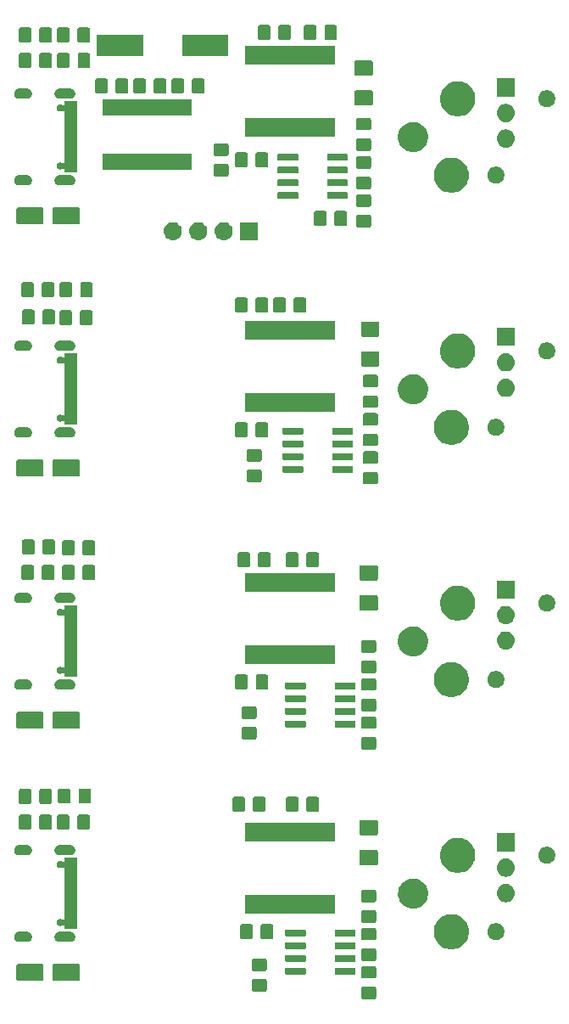
<source format=gbr>
G04 #@! TF.GenerationSoftware,KiCad,Pcbnew,(5.1.4)-1*
G04 #@! TF.CreationDate,2020-08-12T13:24:47+02:00*
G04 #@! TF.ProjectId,DMX_usb,444d585f-7573-4622-9e6b-696361645f70,rev?*
G04 #@! TF.SameCoordinates,Original*
G04 #@! TF.FileFunction,Soldermask,Top*
G04 #@! TF.FilePolarity,Negative*
%FSLAX46Y46*%
G04 Gerber Fmt 4.6, Leading zero omitted, Abs format (unit mm)*
G04 Created by KiCad (PCBNEW (5.1.4)-1) date 2020-08-12 13:24:47*
%MOMM*%
%LPD*%
G04 APERTURE LIST*
%ADD10C,0.100000*%
G04 APERTURE END LIST*
D10*
G36*
X255096674Y-140856465D02*
G01*
X255134367Y-140867899D01*
X255169103Y-140886466D01*
X255199548Y-140911452D01*
X255224534Y-140941897D01*
X255243101Y-140976633D01*
X255254535Y-141014326D01*
X255259000Y-141059661D01*
X255259000Y-141896339D01*
X255254535Y-141941674D01*
X255243101Y-141979367D01*
X255224534Y-142014103D01*
X255199548Y-142044548D01*
X255169103Y-142069534D01*
X255134367Y-142088101D01*
X255096674Y-142099535D01*
X255051339Y-142104000D01*
X253964661Y-142104000D01*
X253919326Y-142099535D01*
X253881633Y-142088101D01*
X253846897Y-142069534D01*
X253816452Y-142044548D01*
X253791466Y-142014103D01*
X253772899Y-141979367D01*
X253761465Y-141941674D01*
X253757000Y-141896339D01*
X253757000Y-141059661D01*
X253761465Y-141014326D01*
X253772899Y-140976633D01*
X253791466Y-140941897D01*
X253816452Y-140911452D01*
X253846897Y-140886466D01*
X253881633Y-140867899D01*
X253919326Y-140856465D01*
X253964661Y-140852000D01*
X255051339Y-140852000D01*
X255096674Y-140856465D01*
X255096674Y-140856465D01*
G37*
G36*
X244174674Y-140103465D02*
G01*
X244212367Y-140114899D01*
X244247103Y-140133466D01*
X244277548Y-140158452D01*
X244302534Y-140188897D01*
X244321101Y-140223633D01*
X244332535Y-140261326D01*
X244337000Y-140306661D01*
X244337000Y-141143339D01*
X244332535Y-141188674D01*
X244321101Y-141226367D01*
X244302534Y-141261103D01*
X244277548Y-141291548D01*
X244247103Y-141316534D01*
X244212367Y-141335101D01*
X244174674Y-141346535D01*
X244129339Y-141351000D01*
X243042661Y-141351000D01*
X242997326Y-141346535D01*
X242959633Y-141335101D01*
X242924897Y-141316534D01*
X242894452Y-141291548D01*
X242869466Y-141261103D01*
X242850899Y-141226367D01*
X242839465Y-141188674D01*
X242835000Y-141143339D01*
X242835000Y-140306661D01*
X242839465Y-140261326D01*
X242850899Y-140223633D01*
X242869466Y-140188897D01*
X242894452Y-140158452D01*
X242924897Y-140133466D01*
X242959633Y-140114899D01*
X242997326Y-140103465D01*
X243042661Y-140099000D01*
X244129339Y-140099000D01*
X244174674Y-140103465D01*
X244174674Y-140103465D01*
G37*
G36*
X221909997Y-138599051D02*
G01*
X221943652Y-138609261D01*
X221974665Y-138625838D01*
X222001851Y-138648149D01*
X222024162Y-138675335D01*
X222040739Y-138706348D01*
X222050949Y-138740003D01*
X222055000Y-138781138D01*
X222055000Y-140110862D01*
X222050949Y-140151997D01*
X222040739Y-140185652D01*
X222024162Y-140216665D01*
X222001851Y-140243851D01*
X221974665Y-140266162D01*
X221943652Y-140282739D01*
X221909997Y-140292949D01*
X221868862Y-140297000D01*
X219539138Y-140297000D01*
X219498003Y-140292949D01*
X219464348Y-140282739D01*
X219433335Y-140266162D01*
X219406149Y-140243851D01*
X219383838Y-140216665D01*
X219367261Y-140185652D01*
X219357051Y-140151997D01*
X219353000Y-140110862D01*
X219353000Y-138781138D01*
X219357051Y-138740003D01*
X219367261Y-138706348D01*
X219383838Y-138675335D01*
X219406149Y-138648149D01*
X219433335Y-138625838D01*
X219464348Y-138609261D01*
X219498003Y-138599051D01*
X219539138Y-138595000D01*
X221868862Y-138595000D01*
X221909997Y-138599051D01*
X221909997Y-138599051D01*
G37*
G36*
X225509997Y-138599051D02*
G01*
X225543652Y-138609261D01*
X225574665Y-138625838D01*
X225601851Y-138648149D01*
X225624162Y-138675335D01*
X225640739Y-138706348D01*
X225650949Y-138740003D01*
X225655000Y-138781138D01*
X225655000Y-140110862D01*
X225650949Y-140151997D01*
X225640739Y-140185652D01*
X225624162Y-140216665D01*
X225601851Y-140243851D01*
X225574665Y-140266162D01*
X225543652Y-140282739D01*
X225509997Y-140292949D01*
X225468862Y-140297000D01*
X223139138Y-140297000D01*
X223098003Y-140292949D01*
X223064348Y-140282739D01*
X223033335Y-140266162D01*
X223006149Y-140243851D01*
X222983838Y-140216665D01*
X222967261Y-140185652D01*
X222957051Y-140151997D01*
X222953000Y-140110862D01*
X222953000Y-138781138D01*
X222957051Y-138740003D01*
X222967261Y-138706348D01*
X222983838Y-138675335D01*
X223006149Y-138648149D01*
X223033335Y-138625838D01*
X223064348Y-138609261D01*
X223098003Y-138599051D01*
X223139138Y-138595000D01*
X225468862Y-138595000D01*
X225509997Y-138599051D01*
X225509997Y-138599051D01*
G37*
G36*
X255096674Y-138806465D02*
G01*
X255134367Y-138817899D01*
X255169103Y-138836466D01*
X255199548Y-138861452D01*
X255224534Y-138891897D01*
X255243101Y-138926633D01*
X255254535Y-138964326D01*
X255259000Y-139009661D01*
X255259000Y-139846339D01*
X255254535Y-139891674D01*
X255243101Y-139929367D01*
X255224534Y-139964103D01*
X255199548Y-139994548D01*
X255169103Y-140019534D01*
X255134367Y-140038101D01*
X255096674Y-140049535D01*
X255051339Y-140054000D01*
X253964661Y-140054000D01*
X253919326Y-140049535D01*
X253881633Y-140038101D01*
X253846897Y-140019534D01*
X253816452Y-139994548D01*
X253791466Y-139964103D01*
X253772899Y-139929367D01*
X253761465Y-139891674D01*
X253757000Y-139846339D01*
X253757000Y-139009661D01*
X253761465Y-138964326D01*
X253772899Y-138926633D01*
X253791466Y-138891897D01*
X253816452Y-138861452D01*
X253846897Y-138836466D01*
X253881633Y-138817899D01*
X253919326Y-138806465D01*
X253964661Y-138802000D01*
X255051339Y-138802000D01*
X255096674Y-138806465D01*
X255096674Y-138806465D01*
G37*
G36*
X253091928Y-138970764D02*
G01*
X253113009Y-138977160D01*
X253132445Y-138987548D01*
X253149476Y-139001524D01*
X253163452Y-139018555D01*
X253173840Y-139037991D01*
X253180236Y-139059072D01*
X253183000Y-139087140D01*
X253183000Y-139550860D01*
X253180236Y-139578928D01*
X253173840Y-139600009D01*
X253163452Y-139619445D01*
X253149476Y-139636476D01*
X253132445Y-139650452D01*
X253113009Y-139660840D01*
X253091928Y-139667236D01*
X253063860Y-139670000D01*
X251250140Y-139670000D01*
X251222072Y-139667236D01*
X251200991Y-139660840D01*
X251181555Y-139650452D01*
X251164524Y-139636476D01*
X251150548Y-139619445D01*
X251140160Y-139600009D01*
X251133764Y-139578928D01*
X251131000Y-139550860D01*
X251131000Y-139087140D01*
X251133764Y-139059072D01*
X251140160Y-139037991D01*
X251150548Y-139018555D01*
X251164524Y-139001524D01*
X251181555Y-138987548D01*
X251200991Y-138977160D01*
X251222072Y-138970764D01*
X251250140Y-138968000D01*
X253063860Y-138968000D01*
X253091928Y-138970764D01*
X253091928Y-138970764D01*
G37*
G36*
X248141928Y-138970764D02*
G01*
X248163009Y-138977160D01*
X248182445Y-138987548D01*
X248199476Y-139001524D01*
X248213452Y-139018555D01*
X248223840Y-139037991D01*
X248230236Y-139059072D01*
X248233000Y-139087140D01*
X248233000Y-139550860D01*
X248230236Y-139578928D01*
X248223840Y-139600009D01*
X248213452Y-139619445D01*
X248199476Y-139636476D01*
X248182445Y-139650452D01*
X248163009Y-139660840D01*
X248141928Y-139667236D01*
X248113860Y-139670000D01*
X246300140Y-139670000D01*
X246272072Y-139667236D01*
X246250991Y-139660840D01*
X246231555Y-139650452D01*
X246214524Y-139636476D01*
X246200548Y-139619445D01*
X246190160Y-139600009D01*
X246183764Y-139578928D01*
X246181000Y-139550860D01*
X246181000Y-139087140D01*
X246183764Y-139059072D01*
X246190160Y-139037991D01*
X246200548Y-139018555D01*
X246214524Y-139001524D01*
X246231555Y-138987548D01*
X246250991Y-138977160D01*
X246272072Y-138970764D01*
X246300140Y-138968000D01*
X248113860Y-138968000D01*
X248141928Y-138970764D01*
X248141928Y-138970764D01*
G37*
G36*
X244174674Y-138053465D02*
G01*
X244212367Y-138064899D01*
X244247103Y-138083466D01*
X244277548Y-138108452D01*
X244302534Y-138138897D01*
X244321101Y-138173633D01*
X244332535Y-138211326D01*
X244337000Y-138256661D01*
X244337000Y-139093339D01*
X244332535Y-139138674D01*
X244321101Y-139176367D01*
X244302534Y-139211103D01*
X244277548Y-139241548D01*
X244247103Y-139266534D01*
X244212367Y-139285101D01*
X244174674Y-139296535D01*
X244129339Y-139301000D01*
X243042661Y-139301000D01*
X242997326Y-139296535D01*
X242959633Y-139285101D01*
X242924897Y-139266534D01*
X242894452Y-139241548D01*
X242869466Y-139211103D01*
X242850899Y-139176367D01*
X242839465Y-139138674D01*
X242835000Y-139093339D01*
X242835000Y-138256661D01*
X242839465Y-138211326D01*
X242850899Y-138173633D01*
X242869466Y-138138897D01*
X242894452Y-138108452D01*
X242924897Y-138083466D01*
X242959633Y-138064899D01*
X242997326Y-138053465D01*
X243042661Y-138049000D01*
X244129339Y-138049000D01*
X244174674Y-138053465D01*
X244174674Y-138053465D01*
G37*
G36*
X248141928Y-137700764D02*
G01*
X248163009Y-137707160D01*
X248182445Y-137717548D01*
X248199476Y-137731524D01*
X248213452Y-137748555D01*
X248223840Y-137767991D01*
X248230236Y-137789072D01*
X248233000Y-137817140D01*
X248233000Y-138280860D01*
X248230236Y-138308928D01*
X248223840Y-138330009D01*
X248213452Y-138349445D01*
X248199476Y-138366476D01*
X248182445Y-138380452D01*
X248163009Y-138390840D01*
X248141928Y-138397236D01*
X248113860Y-138400000D01*
X246300140Y-138400000D01*
X246272072Y-138397236D01*
X246250991Y-138390840D01*
X246231555Y-138380452D01*
X246214524Y-138366476D01*
X246200548Y-138349445D01*
X246190160Y-138330009D01*
X246183764Y-138308928D01*
X246181000Y-138280860D01*
X246181000Y-137817140D01*
X246183764Y-137789072D01*
X246190160Y-137767991D01*
X246200548Y-137748555D01*
X246214524Y-137731524D01*
X246231555Y-137717548D01*
X246250991Y-137707160D01*
X246272072Y-137700764D01*
X246300140Y-137698000D01*
X248113860Y-137698000D01*
X248141928Y-137700764D01*
X248141928Y-137700764D01*
G37*
G36*
X253091928Y-137700764D02*
G01*
X253113009Y-137707160D01*
X253132445Y-137717548D01*
X253149476Y-137731524D01*
X253163452Y-137748555D01*
X253173840Y-137767991D01*
X253180236Y-137789072D01*
X253183000Y-137817140D01*
X253183000Y-138280860D01*
X253180236Y-138308928D01*
X253173840Y-138330009D01*
X253163452Y-138349445D01*
X253149476Y-138366476D01*
X253132445Y-138380452D01*
X253113009Y-138390840D01*
X253091928Y-138397236D01*
X253063860Y-138400000D01*
X251250140Y-138400000D01*
X251222072Y-138397236D01*
X251200991Y-138390840D01*
X251181555Y-138380452D01*
X251164524Y-138366476D01*
X251150548Y-138349445D01*
X251140160Y-138330009D01*
X251133764Y-138308928D01*
X251131000Y-138280860D01*
X251131000Y-137817140D01*
X251133764Y-137789072D01*
X251140160Y-137767991D01*
X251150548Y-137748555D01*
X251164524Y-137731524D01*
X251181555Y-137717548D01*
X251200991Y-137707160D01*
X251222072Y-137700764D01*
X251250140Y-137698000D01*
X253063860Y-137698000D01*
X253091928Y-137700764D01*
X253091928Y-137700764D01*
G37*
G36*
X255096674Y-137046465D02*
G01*
X255134367Y-137057899D01*
X255169103Y-137076466D01*
X255199548Y-137101452D01*
X255224534Y-137131897D01*
X255243101Y-137166633D01*
X255254535Y-137204326D01*
X255259000Y-137249661D01*
X255259000Y-138086339D01*
X255254535Y-138131674D01*
X255243101Y-138169367D01*
X255224534Y-138204103D01*
X255199548Y-138234548D01*
X255169103Y-138259534D01*
X255134367Y-138278101D01*
X255096674Y-138289535D01*
X255051339Y-138294000D01*
X253964661Y-138294000D01*
X253919326Y-138289535D01*
X253881633Y-138278101D01*
X253846897Y-138259534D01*
X253816452Y-138234548D01*
X253791466Y-138204103D01*
X253772899Y-138169367D01*
X253761465Y-138131674D01*
X253757000Y-138086339D01*
X253757000Y-137249661D01*
X253761465Y-137204326D01*
X253772899Y-137166633D01*
X253791466Y-137131897D01*
X253816452Y-137101452D01*
X253846897Y-137076466D01*
X253881633Y-137057899D01*
X253919326Y-137046465D01*
X253964661Y-137042000D01*
X255051339Y-137042000D01*
X255096674Y-137046465D01*
X255096674Y-137046465D01*
G37*
G36*
X263160985Y-133675860D02*
G01*
X263273748Y-133698290D01*
X263405741Y-133752963D01*
X263592408Y-133830283D01*
X263879196Y-134021909D01*
X264123091Y-134265804D01*
X264314717Y-134552592D01*
X264382269Y-134715679D01*
X264433566Y-134839519D01*
X264446710Y-134871253D01*
X264514000Y-135209540D01*
X264514000Y-135554460D01*
X264498928Y-135630229D01*
X264446710Y-135892748D01*
X264398819Y-136008367D01*
X264314717Y-136211408D01*
X264123091Y-136498196D01*
X263879196Y-136742091D01*
X263592408Y-136933717D01*
X263406167Y-137010860D01*
X263273748Y-137065710D01*
X263204697Y-137079445D01*
X262935460Y-137133000D01*
X262590540Y-137133000D01*
X262321303Y-137079445D01*
X262252252Y-137065710D01*
X262119833Y-137010860D01*
X261933592Y-136933717D01*
X261646804Y-136742091D01*
X261402909Y-136498196D01*
X261211283Y-136211408D01*
X261127181Y-136008367D01*
X261079290Y-135892748D01*
X261027072Y-135630229D01*
X261012000Y-135554460D01*
X261012000Y-135209540D01*
X261079290Y-134871253D01*
X261092435Y-134839519D01*
X261143731Y-134715679D01*
X261211283Y-134552592D01*
X261402909Y-134265804D01*
X261646804Y-134021909D01*
X261933592Y-133830283D01*
X262120259Y-133752963D01*
X262252252Y-133698290D01*
X262365015Y-133675860D01*
X262590540Y-133631000D01*
X262935460Y-133631000D01*
X263160985Y-133675860D01*
X263160985Y-133675860D01*
G37*
G36*
X248141928Y-136430764D02*
G01*
X248163009Y-136437160D01*
X248182445Y-136447548D01*
X248199476Y-136461524D01*
X248213452Y-136478555D01*
X248223840Y-136497991D01*
X248230236Y-136519072D01*
X248233000Y-136547140D01*
X248233000Y-137010860D01*
X248230236Y-137038928D01*
X248223840Y-137060009D01*
X248213452Y-137079445D01*
X248199476Y-137096476D01*
X248182445Y-137110452D01*
X248163009Y-137120840D01*
X248141928Y-137127236D01*
X248113860Y-137130000D01*
X246300140Y-137130000D01*
X246272072Y-137127236D01*
X246250991Y-137120840D01*
X246231555Y-137110452D01*
X246214524Y-137096476D01*
X246200548Y-137079445D01*
X246190160Y-137060009D01*
X246183764Y-137038928D01*
X246181000Y-137010860D01*
X246181000Y-136547140D01*
X246183764Y-136519072D01*
X246190160Y-136497991D01*
X246200548Y-136478555D01*
X246214524Y-136461524D01*
X246231555Y-136447548D01*
X246250991Y-136437160D01*
X246272072Y-136430764D01*
X246300140Y-136428000D01*
X248113860Y-136428000D01*
X248141928Y-136430764D01*
X248141928Y-136430764D01*
G37*
G36*
X253091928Y-136430764D02*
G01*
X253113009Y-136437160D01*
X253132445Y-136447548D01*
X253149476Y-136461524D01*
X253163452Y-136478555D01*
X253173840Y-136497991D01*
X253180236Y-136519072D01*
X253183000Y-136547140D01*
X253183000Y-137010860D01*
X253180236Y-137038928D01*
X253173840Y-137060009D01*
X253163452Y-137079445D01*
X253149476Y-137096476D01*
X253132445Y-137110452D01*
X253113009Y-137120840D01*
X253091928Y-137127236D01*
X253063860Y-137130000D01*
X251250140Y-137130000D01*
X251222072Y-137127236D01*
X251200991Y-137120840D01*
X251181555Y-137110452D01*
X251164524Y-137096476D01*
X251150548Y-137079445D01*
X251140160Y-137060009D01*
X251133764Y-137038928D01*
X251131000Y-137010860D01*
X251131000Y-136547140D01*
X251133764Y-136519072D01*
X251140160Y-136497991D01*
X251150548Y-136478555D01*
X251164524Y-136461524D01*
X251181555Y-136447548D01*
X251200991Y-136437160D01*
X251222072Y-136430764D01*
X251250140Y-136428000D01*
X253063860Y-136428000D01*
X253091928Y-136430764D01*
X253091928Y-136430764D01*
G37*
G36*
X220508213Y-135398249D02*
G01*
X220602652Y-135426897D01*
X220689687Y-135473418D01*
X220765975Y-135536025D01*
X220828582Y-135612313D01*
X220875103Y-135699348D01*
X220903751Y-135793787D01*
X220913424Y-135892000D01*
X220903751Y-135990213D01*
X220875103Y-136084652D01*
X220828582Y-136171687D01*
X220765975Y-136247975D01*
X220689687Y-136310582D01*
X220602652Y-136357103D01*
X220508213Y-136385751D01*
X220434612Y-136393000D01*
X219585388Y-136393000D01*
X219511787Y-136385751D01*
X219417348Y-136357103D01*
X219330313Y-136310582D01*
X219254025Y-136247975D01*
X219191418Y-136171687D01*
X219144897Y-136084652D01*
X219116249Y-135990213D01*
X219106576Y-135892000D01*
X219116249Y-135793787D01*
X219144897Y-135699348D01*
X219191418Y-135612313D01*
X219254025Y-135536025D01*
X219330313Y-135473418D01*
X219417348Y-135426897D01*
X219511787Y-135398249D01*
X219585388Y-135391000D01*
X220434612Y-135391000D01*
X220508213Y-135398249D01*
X220508213Y-135398249D01*
G37*
G36*
X224828213Y-135398249D02*
G01*
X224922652Y-135426897D01*
X225009687Y-135473418D01*
X225085975Y-135536025D01*
X225148582Y-135612313D01*
X225195103Y-135699348D01*
X225223751Y-135793787D01*
X225233424Y-135892000D01*
X225223751Y-135990213D01*
X225195103Y-136084652D01*
X225148582Y-136171687D01*
X225085975Y-136247975D01*
X225009687Y-136310582D01*
X224922652Y-136357103D01*
X224828213Y-136385751D01*
X224754612Y-136393000D01*
X223605388Y-136393000D01*
X223531787Y-136385751D01*
X223437348Y-136357103D01*
X223350313Y-136310582D01*
X223274025Y-136247975D01*
X223211418Y-136171687D01*
X223164897Y-136084652D01*
X223136249Y-135990213D01*
X223126576Y-135892000D01*
X223136249Y-135793787D01*
X223164897Y-135699348D01*
X223211418Y-135612313D01*
X223274025Y-135536025D01*
X223350313Y-135473418D01*
X223437348Y-135426897D01*
X223531787Y-135398249D01*
X223605388Y-135391000D01*
X224754612Y-135391000D01*
X224828213Y-135398249D01*
X224828213Y-135398249D01*
G37*
G36*
X255096674Y-134996465D02*
G01*
X255134367Y-135007899D01*
X255169103Y-135026466D01*
X255199548Y-135051452D01*
X255224534Y-135081897D01*
X255243101Y-135116633D01*
X255254535Y-135154326D01*
X255259000Y-135199661D01*
X255259000Y-136036339D01*
X255254535Y-136081674D01*
X255243101Y-136119367D01*
X255224534Y-136154103D01*
X255199548Y-136184548D01*
X255169103Y-136209534D01*
X255134367Y-136228101D01*
X255096674Y-136239535D01*
X255051339Y-136244000D01*
X253964661Y-136244000D01*
X253919326Y-136239535D01*
X253881633Y-136228101D01*
X253846897Y-136209534D01*
X253816452Y-136184548D01*
X253791466Y-136154103D01*
X253772899Y-136119367D01*
X253761465Y-136081674D01*
X253757000Y-136036339D01*
X253757000Y-135199661D01*
X253761465Y-135154326D01*
X253772899Y-135116633D01*
X253791466Y-135081897D01*
X253816452Y-135051452D01*
X253846897Y-135026466D01*
X253881633Y-135007899D01*
X253919326Y-134996465D01*
X253964661Y-134992000D01*
X255051339Y-134992000D01*
X255096674Y-134996465D01*
X255096674Y-134996465D01*
G37*
G36*
X267456228Y-134563703D02*
G01*
X267611100Y-134627853D01*
X267750481Y-134720985D01*
X267869015Y-134839519D01*
X267962147Y-134978900D01*
X268026297Y-135133772D01*
X268059000Y-135298184D01*
X268059000Y-135465816D01*
X268026297Y-135630228D01*
X267962147Y-135785100D01*
X267869015Y-135924481D01*
X267750481Y-136043015D01*
X267611100Y-136136147D01*
X267456228Y-136200297D01*
X267291816Y-136233000D01*
X267124184Y-136233000D01*
X266959772Y-136200297D01*
X266804900Y-136136147D01*
X266665519Y-136043015D01*
X266546985Y-135924481D01*
X266453853Y-135785100D01*
X266389703Y-135630228D01*
X266357000Y-135465816D01*
X266357000Y-135298184D01*
X266389703Y-135133772D01*
X266453853Y-134978900D01*
X266546985Y-134839519D01*
X266665519Y-134720985D01*
X266804900Y-134627853D01*
X266959772Y-134563703D01*
X267124184Y-134531000D01*
X267291816Y-134531000D01*
X267456228Y-134563703D01*
X267456228Y-134563703D01*
G37*
G36*
X244820674Y-134635465D02*
G01*
X244858367Y-134646899D01*
X244893103Y-134665466D01*
X244923548Y-134690452D01*
X244948534Y-134720897D01*
X244967101Y-134755633D01*
X244978535Y-134793326D01*
X244983000Y-134838661D01*
X244983000Y-135925339D01*
X244978535Y-135970674D01*
X244967101Y-136008367D01*
X244948534Y-136043103D01*
X244923548Y-136073548D01*
X244893103Y-136098534D01*
X244858367Y-136117101D01*
X244820674Y-136128535D01*
X244775339Y-136133000D01*
X243938661Y-136133000D01*
X243893326Y-136128535D01*
X243855633Y-136117101D01*
X243820897Y-136098534D01*
X243790452Y-136073548D01*
X243765466Y-136043103D01*
X243746899Y-136008367D01*
X243735465Y-135970674D01*
X243731000Y-135925339D01*
X243731000Y-134838661D01*
X243735465Y-134793326D01*
X243746899Y-134755633D01*
X243765466Y-134720897D01*
X243790452Y-134690452D01*
X243820897Y-134665466D01*
X243855633Y-134646899D01*
X243893326Y-134635465D01*
X243938661Y-134631000D01*
X244775339Y-134631000D01*
X244820674Y-134635465D01*
X244820674Y-134635465D01*
G37*
G36*
X242770674Y-134635465D02*
G01*
X242808367Y-134646899D01*
X242843103Y-134665466D01*
X242873548Y-134690452D01*
X242898534Y-134720897D01*
X242917101Y-134755633D01*
X242928535Y-134793326D01*
X242933000Y-134838661D01*
X242933000Y-135925339D01*
X242928535Y-135970674D01*
X242917101Y-136008367D01*
X242898534Y-136043103D01*
X242873548Y-136073548D01*
X242843103Y-136098534D01*
X242808367Y-136117101D01*
X242770674Y-136128535D01*
X242725339Y-136133000D01*
X241888661Y-136133000D01*
X241843326Y-136128535D01*
X241805633Y-136117101D01*
X241770897Y-136098534D01*
X241740452Y-136073548D01*
X241715466Y-136043103D01*
X241696899Y-136008367D01*
X241685465Y-135970674D01*
X241681000Y-135925339D01*
X241681000Y-134838661D01*
X241685465Y-134793326D01*
X241696899Y-134755633D01*
X241715466Y-134720897D01*
X241740452Y-134690452D01*
X241770897Y-134665466D01*
X241805633Y-134646899D01*
X241843326Y-134635465D01*
X241888661Y-134631000D01*
X242725339Y-134631000D01*
X242770674Y-134635465D01*
X242770674Y-134635465D01*
G37*
G36*
X248141928Y-135160764D02*
G01*
X248163009Y-135167160D01*
X248182445Y-135177548D01*
X248199476Y-135191524D01*
X248213452Y-135208555D01*
X248223840Y-135227991D01*
X248230236Y-135249072D01*
X248233000Y-135277140D01*
X248233000Y-135740860D01*
X248230236Y-135768928D01*
X248223840Y-135790009D01*
X248213452Y-135809445D01*
X248199476Y-135826476D01*
X248182445Y-135840452D01*
X248163009Y-135850840D01*
X248141928Y-135857236D01*
X248113860Y-135860000D01*
X246300140Y-135860000D01*
X246272072Y-135857236D01*
X246250991Y-135850840D01*
X246231555Y-135840452D01*
X246214524Y-135826476D01*
X246200548Y-135809445D01*
X246190160Y-135790009D01*
X246183764Y-135768928D01*
X246181000Y-135740860D01*
X246181000Y-135277140D01*
X246183764Y-135249072D01*
X246190160Y-135227991D01*
X246200548Y-135208555D01*
X246214524Y-135191524D01*
X246231555Y-135177548D01*
X246250991Y-135167160D01*
X246272072Y-135160764D01*
X246300140Y-135158000D01*
X248113860Y-135158000D01*
X248141928Y-135160764D01*
X248141928Y-135160764D01*
G37*
G36*
X253091928Y-135160764D02*
G01*
X253113009Y-135167160D01*
X253132445Y-135177548D01*
X253149476Y-135191524D01*
X253163452Y-135208555D01*
X253173840Y-135227991D01*
X253180236Y-135249072D01*
X253183000Y-135277140D01*
X253183000Y-135740860D01*
X253180236Y-135768928D01*
X253173840Y-135790009D01*
X253163452Y-135809445D01*
X253149476Y-135826476D01*
X253132445Y-135840452D01*
X253113009Y-135850840D01*
X253091928Y-135857236D01*
X253063860Y-135860000D01*
X251250140Y-135860000D01*
X251222072Y-135857236D01*
X251200991Y-135850840D01*
X251181555Y-135840452D01*
X251164524Y-135826476D01*
X251150548Y-135809445D01*
X251140160Y-135790009D01*
X251133764Y-135768928D01*
X251131000Y-135740860D01*
X251131000Y-135277140D01*
X251133764Y-135249072D01*
X251140160Y-135227991D01*
X251150548Y-135208555D01*
X251164524Y-135191524D01*
X251181555Y-135177548D01*
X251200991Y-135167160D01*
X251222072Y-135160764D01*
X251250140Y-135158000D01*
X253063860Y-135158000D01*
X253091928Y-135160764D01*
X253091928Y-135160764D01*
G37*
G36*
X225391000Y-135123000D02*
G01*
X224129000Y-135123000D01*
X224129000Y-134831163D01*
X224126598Y-134806777D01*
X224119485Y-134783328D01*
X224107934Y-134761717D01*
X224092389Y-134742775D01*
X224073447Y-134727230D01*
X224051836Y-134715679D01*
X224028387Y-134708566D01*
X224004001Y-134706164D01*
X223979615Y-134708566D01*
X223956166Y-134715679D01*
X223934555Y-134727230D01*
X223933317Y-134728246D01*
X223866258Y-134773054D01*
X223817315Y-134793326D01*
X223802383Y-134799511D01*
X223734570Y-134813000D01*
X223665430Y-134813000D01*
X223597617Y-134799511D01*
X223582685Y-134793326D01*
X223533742Y-134773054D01*
X223476252Y-134734640D01*
X223427360Y-134685748D01*
X223388946Y-134628258D01*
X223362490Y-134564385D01*
X223362489Y-134564383D01*
X223349000Y-134496570D01*
X223349000Y-134427430D01*
X223362489Y-134359617D01*
X223367376Y-134347818D01*
X223388946Y-134295742D01*
X223427360Y-134238252D01*
X223476252Y-134189360D01*
X223533742Y-134150946D01*
X223597615Y-134124490D01*
X223597614Y-134124490D01*
X223597617Y-134124489D01*
X223665430Y-134111000D01*
X223734570Y-134111000D01*
X223802383Y-134124489D01*
X223802386Y-134124490D01*
X223802385Y-134124490D01*
X223866258Y-134150946D01*
X223933317Y-134195754D01*
X223934555Y-134196770D01*
X223956166Y-134208321D01*
X223979615Y-134215434D01*
X224004001Y-134217836D01*
X224028387Y-134215434D01*
X224051836Y-134208321D01*
X224073447Y-134196770D01*
X224092389Y-134181225D01*
X224107934Y-134162283D01*
X224119485Y-134140672D01*
X224126598Y-134117223D01*
X224129000Y-134092837D01*
X224129000Y-129051163D01*
X224126598Y-129026777D01*
X224119485Y-129003328D01*
X224107934Y-128981717D01*
X224092389Y-128962775D01*
X224073447Y-128947230D01*
X224051836Y-128935679D01*
X224028387Y-128928566D01*
X224004001Y-128926164D01*
X223979615Y-128928566D01*
X223956166Y-128935679D01*
X223934555Y-128947230D01*
X223933317Y-128948246D01*
X223866258Y-128993054D01*
X223814182Y-129014624D01*
X223802383Y-129019511D01*
X223734570Y-129033000D01*
X223665430Y-129033000D01*
X223597617Y-129019511D01*
X223585818Y-129014624D01*
X223533742Y-128993054D01*
X223476252Y-128954640D01*
X223427360Y-128905748D01*
X223388946Y-128848258D01*
X223362490Y-128784385D01*
X223362489Y-128784383D01*
X223349000Y-128716570D01*
X223349000Y-128647430D01*
X223362489Y-128579617D01*
X223374713Y-128550105D01*
X223388946Y-128515742D01*
X223427360Y-128458252D01*
X223476252Y-128409360D01*
X223533742Y-128370946D01*
X223597615Y-128344490D01*
X223597614Y-128344490D01*
X223597617Y-128344489D01*
X223665430Y-128331000D01*
X223734570Y-128331000D01*
X223802383Y-128344489D01*
X223802386Y-128344490D01*
X223802385Y-128344490D01*
X223866258Y-128370946D01*
X223933317Y-128415754D01*
X223934555Y-128416770D01*
X223956166Y-128428321D01*
X223979615Y-128435434D01*
X224004001Y-128437836D01*
X224028387Y-128435434D01*
X224051836Y-128428321D01*
X224073447Y-128416770D01*
X224092389Y-128401225D01*
X224107934Y-128382283D01*
X224119485Y-128360672D01*
X224126598Y-128337223D01*
X224129000Y-128312837D01*
X224129000Y-128021000D01*
X225391000Y-128021000D01*
X225391000Y-135123000D01*
X225391000Y-135123000D01*
G37*
G36*
X255096674Y-133245465D02*
G01*
X255134367Y-133256899D01*
X255169103Y-133275466D01*
X255199548Y-133300452D01*
X255224534Y-133330897D01*
X255243101Y-133365633D01*
X255254535Y-133403326D01*
X255259000Y-133448661D01*
X255259000Y-134285339D01*
X255254535Y-134330674D01*
X255243101Y-134368367D01*
X255224534Y-134403103D01*
X255199548Y-134433548D01*
X255169103Y-134458534D01*
X255134367Y-134477101D01*
X255096674Y-134488535D01*
X255051339Y-134493000D01*
X253964661Y-134493000D01*
X253919326Y-134488535D01*
X253881633Y-134477101D01*
X253846897Y-134458534D01*
X253816452Y-134433548D01*
X253791466Y-134403103D01*
X253772899Y-134368367D01*
X253761465Y-134330674D01*
X253757000Y-134285339D01*
X253757000Y-133448661D01*
X253761465Y-133403326D01*
X253772899Y-133365633D01*
X253791466Y-133330897D01*
X253816452Y-133300452D01*
X253846897Y-133275466D01*
X253881633Y-133256899D01*
X253919326Y-133245465D01*
X253964661Y-133241000D01*
X255051339Y-133241000D01*
X255096674Y-133245465D01*
X255096674Y-133245465D01*
G37*
G36*
X251135000Y-133558000D02*
G01*
X242133000Y-133558000D01*
X242133000Y-131706000D01*
X251135000Y-131706000D01*
X251135000Y-133558000D01*
X251135000Y-133558000D01*
G37*
G36*
X259240831Y-130099841D02*
G01*
X259385826Y-130128682D01*
X259498974Y-130175550D01*
X259658989Y-130241830D01*
X259658990Y-130241831D01*
X259904832Y-130406097D01*
X260113903Y-130615168D01*
X260172963Y-130703558D01*
X260278170Y-130861011D01*
X260294243Y-130899815D01*
X260391318Y-131134174D01*
X260405784Y-131206899D01*
X260436909Y-131363375D01*
X260449000Y-131424164D01*
X260449000Y-131719836D01*
X260391318Y-132009826D01*
X260345268Y-132121000D01*
X260278170Y-132282989D01*
X260201903Y-132397131D01*
X260113903Y-132528832D01*
X259904832Y-132737903D01*
X259781076Y-132820594D01*
X259658989Y-132902170D01*
X259498974Y-132968450D01*
X259385826Y-133015318D01*
X259240831Y-133044159D01*
X259095837Y-133073000D01*
X258800163Y-133073000D01*
X258655169Y-133044159D01*
X258510174Y-133015318D01*
X258397026Y-132968450D01*
X258237011Y-132902170D01*
X258114924Y-132820594D01*
X257991168Y-132737903D01*
X257782097Y-132528832D01*
X257694097Y-132397131D01*
X257617830Y-132282989D01*
X257550732Y-132121000D01*
X257504682Y-132009826D01*
X257447000Y-131719836D01*
X257447000Y-131424164D01*
X257459092Y-131363375D01*
X257490216Y-131206899D01*
X257504682Y-131134174D01*
X257601757Y-130899815D01*
X257617830Y-130861011D01*
X257723037Y-130703558D01*
X257782097Y-130615168D01*
X257991168Y-130406097D01*
X258237010Y-130241831D01*
X258237011Y-130241830D01*
X258397026Y-130175550D01*
X258510174Y-130128682D01*
X258655169Y-130099841D01*
X258800163Y-130071000D01*
X259095837Y-130071000D01*
X259240831Y-130099841D01*
X259240831Y-130099841D01*
G37*
G36*
X255096674Y-131195465D02*
G01*
X255134367Y-131206899D01*
X255169103Y-131225466D01*
X255199548Y-131250452D01*
X255224534Y-131280897D01*
X255243101Y-131315633D01*
X255254535Y-131353326D01*
X255259000Y-131398661D01*
X255259000Y-132235339D01*
X255254535Y-132280674D01*
X255243101Y-132318367D01*
X255224534Y-132353103D01*
X255199548Y-132383548D01*
X255169103Y-132408534D01*
X255134367Y-132427101D01*
X255096674Y-132438535D01*
X255051339Y-132443000D01*
X253964661Y-132443000D01*
X253919326Y-132438535D01*
X253881633Y-132427101D01*
X253846897Y-132408534D01*
X253816452Y-132383548D01*
X253791466Y-132353103D01*
X253772899Y-132318367D01*
X253761465Y-132280674D01*
X253757000Y-132235339D01*
X253757000Y-131398661D01*
X253761465Y-131353326D01*
X253772899Y-131315633D01*
X253791466Y-131280897D01*
X253816452Y-131250452D01*
X253846897Y-131225466D01*
X253881633Y-131206899D01*
X253919326Y-131195465D01*
X253964661Y-131191000D01*
X255051339Y-131191000D01*
X255096674Y-131195465D01*
X255096674Y-131195465D01*
G37*
G36*
X268310443Y-130645519D02*
G01*
X268376627Y-130652037D01*
X268546466Y-130703557D01*
X268702991Y-130787222D01*
X268738729Y-130816552D01*
X268840186Y-130899814D01*
X268923448Y-131001271D01*
X268952778Y-131037009D01*
X269036443Y-131193534D01*
X269087963Y-131363373D01*
X269105359Y-131540000D01*
X269087963Y-131716627D01*
X269036443Y-131886466D01*
X268952778Y-132042991D01*
X268923448Y-132078729D01*
X268840186Y-132180186D01*
X268738729Y-132263448D01*
X268702991Y-132292778D01*
X268546466Y-132376443D01*
X268376627Y-132427963D01*
X268310443Y-132434481D01*
X268244260Y-132441000D01*
X268155740Y-132441000D01*
X268089557Y-132434481D01*
X268023373Y-132427963D01*
X267853534Y-132376443D01*
X267697009Y-132292778D01*
X267661271Y-132263448D01*
X267559814Y-132180186D01*
X267476552Y-132078729D01*
X267447222Y-132042991D01*
X267363557Y-131886466D01*
X267312037Y-131716627D01*
X267294641Y-131540000D01*
X267312037Y-131363373D01*
X267363557Y-131193534D01*
X267447222Y-131037009D01*
X267476552Y-131001271D01*
X267559814Y-130899814D01*
X267661271Y-130816552D01*
X267697009Y-130787222D01*
X267853534Y-130703557D01*
X268023373Y-130652037D01*
X268089557Y-130645519D01*
X268155740Y-130639000D01*
X268244260Y-130639000D01*
X268310443Y-130645519D01*
X268310443Y-130645519D01*
G37*
G36*
X268310443Y-128105519D02*
G01*
X268376627Y-128112037D01*
X268546466Y-128163557D01*
X268702991Y-128247222D01*
X268734093Y-128272747D01*
X268840186Y-128359814D01*
X268904216Y-128437836D01*
X268952778Y-128497009D01*
X269036443Y-128653534D01*
X269087963Y-128823373D01*
X269105359Y-129000000D01*
X269087963Y-129176627D01*
X269036443Y-129346466D01*
X268952778Y-129502991D01*
X268936357Y-129523000D01*
X268840186Y-129640186D01*
X268738729Y-129723448D01*
X268702991Y-129752778D01*
X268546466Y-129836443D01*
X268376627Y-129887963D01*
X268310443Y-129894481D01*
X268244260Y-129901000D01*
X268155740Y-129901000D01*
X268089557Y-129894481D01*
X268023373Y-129887963D01*
X267853534Y-129836443D01*
X267697009Y-129752778D01*
X267661271Y-129723448D01*
X267559814Y-129640186D01*
X267463643Y-129523000D01*
X267447222Y-129502991D01*
X267363557Y-129346466D01*
X267312037Y-129176627D01*
X267294641Y-129000000D01*
X267312037Y-128823373D01*
X267363557Y-128653534D01*
X267447222Y-128497009D01*
X267495784Y-128437836D01*
X267559814Y-128359814D01*
X267665907Y-128272747D01*
X267697009Y-128247222D01*
X267853534Y-128163557D01*
X268023373Y-128112037D01*
X268089557Y-128105519D01*
X268155740Y-128099000D01*
X268244260Y-128099000D01*
X268310443Y-128105519D01*
X268310443Y-128105519D01*
G37*
G36*
X263795985Y-126055860D02*
G01*
X263908748Y-126078290D01*
X264040741Y-126132963D01*
X264227408Y-126210283D01*
X264514196Y-126401909D01*
X264758091Y-126645804D01*
X264949717Y-126932592D01*
X265019467Y-127100985D01*
X265081710Y-127251252D01*
X265091275Y-127299337D01*
X265149000Y-127589540D01*
X265149000Y-127934460D01*
X265133928Y-128010229D01*
X265081710Y-128272748D01*
X265041035Y-128370946D01*
X264949717Y-128591408D01*
X264758091Y-128878196D01*
X264514196Y-129122091D01*
X264227408Y-129313717D01*
X264040741Y-129391037D01*
X263908748Y-129445710D01*
X263795985Y-129468140D01*
X263570460Y-129513000D01*
X263225540Y-129513000D01*
X263000015Y-129468140D01*
X262887252Y-129445710D01*
X262755259Y-129391037D01*
X262568592Y-129313717D01*
X262281804Y-129122091D01*
X262037909Y-128878196D01*
X261846283Y-128591408D01*
X261754965Y-128370946D01*
X261714290Y-128272748D01*
X261662072Y-128010229D01*
X261647000Y-127934460D01*
X261647000Y-127589540D01*
X261704725Y-127299337D01*
X261714290Y-127251252D01*
X261776533Y-127100985D01*
X261846283Y-126932592D01*
X262037909Y-126645804D01*
X262281804Y-126401909D01*
X262568592Y-126210283D01*
X262755259Y-126132963D01*
X262887252Y-126078290D01*
X263000015Y-126055860D01*
X263225540Y-126011000D01*
X263570460Y-126011000D01*
X263795985Y-126055860D01*
X263795985Y-126055860D01*
G37*
G36*
X255283562Y-127220181D02*
G01*
X255318481Y-127230774D01*
X255350663Y-127247976D01*
X255378873Y-127271127D01*
X255402024Y-127299337D01*
X255419226Y-127331519D01*
X255429819Y-127366438D01*
X255434000Y-127408895D01*
X255434000Y-128550105D01*
X255429819Y-128592562D01*
X255419226Y-128627481D01*
X255402024Y-128659663D01*
X255378873Y-128687873D01*
X255350663Y-128711024D01*
X255318481Y-128728226D01*
X255283562Y-128738819D01*
X255241105Y-128743000D01*
X253774895Y-128743000D01*
X253732438Y-128738819D01*
X253697519Y-128728226D01*
X253665337Y-128711024D01*
X253637127Y-128687873D01*
X253613976Y-128659663D01*
X253596774Y-128627481D01*
X253586181Y-128592562D01*
X253582000Y-128550105D01*
X253582000Y-127408895D01*
X253586181Y-127366438D01*
X253596774Y-127331519D01*
X253613976Y-127299337D01*
X253637127Y-127271127D01*
X253665337Y-127247976D01*
X253697519Y-127230774D01*
X253732438Y-127220181D01*
X253774895Y-127216000D01*
X255241105Y-127216000D01*
X255283562Y-127220181D01*
X255283562Y-127220181D01*
G37*
G36*
X272536228Y-126943703D02*
G01*
X272691100Y-127007853D01*
X272830481Y-127100985D01*
X272949015Y-127219519D01*
X273042147Y-127358900D01*
X273106297Y-127513772D01*
X273139000Y-127678184D01*
X273139000Y-127845816D01*
X273106297Y-128010228D01*
X273042147Y-128165100D01*
X272949015Y-128304481D01*
X272830481Y-128423015D01*
X272691100Y-128516147D01*
X272536228Y-128580297D01*
X272371816Y-128613000D01*
X272204184Y-128613000D01*
X272039772Y-128580297D01*
X271884900Y-128516147D01*
X271745519Y-128423015D01*
X271626985Y-128304481D01*
X271533853Y-128165100D01*
X271469703Y-128010228D01*
X271437000Y-127845816D01*
X271437000Y-127678184D01*
X271469703Y-127513772D01*
X271533853Y-127358900D01*
X271626985Y-127219519D01*
X271745519Y-127100985D01*
X271884900Y-127007853D01*
X272039772Y-126943703D01*
X272204184Y-126911000D01*
X272371816Y-126911000D01*
X272536228Y-126943703D01*
X272536228Y-126943703D01*
G37*
G36*
X224828213Y-126758249D02*
G01*
X224922652Y-126786897D01*
X225009687Y-126833418D01*
X225085975Y-126896025D01*
X225148582Y-126972313D01*
X225195103Y-127059348D01*
X225223751Y-127153787D01*
X225233424Y-127252000D01*
X225223751Y-127350213D01*
X225195103Y-127444652D01*
X225148582Y-127531687D01*
X225085975Y-127607975D01*
X225009687Y-127670582D01*
X224922652Y-127717103D01*
X224828213Y-127745751D01*
X224754612Y-127753000D01*
X223605388Y-127753000D01*
X223531787Y-127745751D01*
X223437348Y-127717103D01*
X223350313Y-127670582D01*
X223274025Y-127607975D01*
X223211418Y-127531687D01*
X223164897Y-127444652D01*
X223136249Y-127350213D01*
X223126576Y-127252000D01*
X223136249Y-127153787D01*
X223164897Y-127059348D01*
X223211418Y-126972313D01*
X223274025Y-126896025D01*
X223350313Y-126833418D01*
X223437348Y-126786897D01*
X223531787Y-126758249D01*
X223605388Y-126751000D01*
X224754612Y-126751000D01*
X224828213Y-126758249D01*
X224828213Y-126758249D01*
G37*
G36*
X220508213Y-126758249D02*
G01*
X220602652Y-126786897D01*
X220689687Y-126833418D01*
X220765975Y-126896025D01*
X220828582Y-126972313D01*
X220875103Y-127059348D01*
X220903751Y-127153787D01*
X220913424Y-127252000D01*
X220903751Y-127350213D01*
X220875103Y-127444652D01*
X220828582Y-127531687D01*
X220765975Y-127607975D01*
X220689687Y-127670582D01*
X220602652Y-127717103D01*
X220508213Y-127745751D01*
X220434612Y-127753000D01*
X219585388Y-127753000D01*
X219511787Y-127745751D01*
X219417348Y-127717103D01*
X219330313Y-127670582D01*
X219254025Y-127607975D01*
X219191418Y-127531687D01*
X219144897Y-127444652D01*
X219116249Y-127350213D01*
X219106576Y-127252000D01*
X219116249Y-127153787D01*
X219144897Y-127059348D01*
X219191418Y-126972313D01*
X219254025Y-126896025D01*
X219330313Y-126833418D01*
X219417348Y-126786897D01*
X219511787Y-126758249D01*
X219585388Y-126751000D01*
X220434612Y-126751000D01*
X220508213Y-126758249D01*
X220508213Y-126758249D01*
G37*
G36*
X269101000Y-127361000D02*
G01*
X267299000Y-127361000D01*
X267299000Y-125559000D01*
X269101000Y-125559000D01*
X269101000Y-127361000D01*
X269101000Y-127361000D01*
G37*
G36*
X251135000Y-126358000D02*
G01*
X242133000Y-126358000D01*
X242133000Y-124506000D01*
X251135000Y-124506000D01*
X251135000Y-126358000D01*
X251135000Y-126358000D01*
G37*
G36*
X255283562Y-124245181D02*
G01*
X255318481Y-124255774D01*
X255350663Y-124272976D01*
X255378873Y-124296127D01*
X255402024Y-124324337D01*
X255419226Y-124356519D01*
X255429819Y-124391438D01*
X255434000Y-124433895D01*
X255434000Y-125575105D01*
X255429819Y-125617562D01*
X255419226Y-125652481D01*
X255402024Y-125684663D01*
X255378873Y-125712873D01*
X255350663Y-125736024D01*
X255318481Y-125753226D01*
X255283562Y-125763819D01*
X255241105Y-125768000D01*
X253774895Y-125768000D01*
X253732438Y-125763819D01*
X253697519Y-125753226D01*
X253665337Y-125736024D01*
X253637127Y-125712873D01*
X253613976Y-125684663D01*
X253596774Y-125652481D01*
X253586181Y-125617562D01*
X253582000Y-125575105D01*
X253582000Y-124433895D01*
X253586181Y-124391438D01*
X253596774Y-124356519D01*
X253613976Y-124324337D01*
X253637127Y-124296127D01*
X253665337Y-124272976D01*
X253697519Y-124255774D01*
X253732438Y-124245181D01*
X253774895Y-124241000D01*
X255241105Y-124241000D01*
X255283562Y-124245181D01*
X255283562Y-124245181D01*
G37*
G36*
X222722674Y-123713465D02*
G01*
X222760367Y-123724899D01*
X222795103Y-123743466D01*
X222825548Y-123768452D01*
X222850534Y-123798897D01*
X222869101Y-123833633D01*
X222880535Y-123871326D01*
X222885000Y-123916661D01*
X222885000Y-125003339D01*
X222880535Y-125048674D01*
X222869101Y-125086367D01*
X222850534Y-125121103D01*
X222825548Y-125151548D01*
X222795103Y-125176534D01*
X222760367Y-125195101D01*
X222722674Y-125206535D01*
X222677339Y-125211000D01*
X221840661Y-125211000D01*
X221795326Y-125206535D01*
X221757633Y-125195101D01*
X221722897Y-125176534D01*
X221692452Y-125151548D01*
X221667466Y-125121103D01*
X221648899Y-125086367D01*
X221637465Y-125048674D01*
X221633000Y-125003339D01*
X221633000Y-123916661D01*
X221637465Y-123871326D01*
X221648899Y-123833633D01*
X221667466Y-123798897D01*
X221692452Y-123768452D01*
X221722897Y-123743466D01*
X221757633Y-123724899D01*
X221795326Y-123713465D01*
X221840661Y-123709000D01*
X222677339Y-123709000D01*
X222722674Y-123713465D01*
X222722674Y-123713465D01*
G37*
G36*
X220672674Y-123713465D02*
G01*
X220710367Y-123724899D01*
X220745103Y-123743466D01*
X220775548Y-123768452D01*
X220800534Y-123798897D01*
X220819101Y-123833633D01*
X220830535Y-123871326D01*
X220835000Y-123916661D01*
X220835000Y-125003339D01*
X220830535Y-125048674D01*
X220819101Y-125086367D01*
X220800534Y-125121103D01*
X220775548Y-125151548D01*
X220745103Y-125176534D01*
X220710367Y-125195101D01*
X220672674Y-125206535D01*
X220627339Y-125211000D01*
X219790661Y-125211000D01*
X219745326Y-125206535D01*
X219707633Y-125195101D01*
X219672897Y-125176534D01*
X219642452Y-125151548D01*
X219617466Y-125121103D01*
X219598899Y-125086367D01*
X219587465Y-125048674D01*
X219583000Y-125003339D01*
X219583000Y-123916661D01*
X219587465Y-123871326D01*
X219598899Y-123833633D01*
X219617466Y-123798897D01*
X219642452Y-123768452D01*
X219672897Y-123743466D01*
X219707633Y-123724899D01*
X219745326Y-123713465D01*
X219790661Y-123709000D01*
X220627339Y-123709000D01*
X220672674Y-123713465D01*
X220672674Y-123713465D01*
G37*
G36*
X224473674Y-123713465D02*
G01*
X224511367Y-123724899D01*
X224546103Y-123743466D01*
X224576548Y-123768452D01*
X224601534Y-123798897D01*
X224620101Y-123833633D01*
X224631535Y-123871326D01*
X224636000Y-123916661D01*
X224636000Y-125003339D01*
X224631535Y-125048674D01*
X224620101Y-125086367D01*
X224601534Y-125121103D01*
X224576548Y-125151548D01*
X224546103Y-125176534D01*
X224511367Y-125195101D01*
X224473674Y-125206535D01*
X224428339Y-125211000D01*
X223591661Y-125211000D01*
X223546326Y-125206535D01*
X223508633Y-125195101D01*
X223473897Y-125176534D01*
X223443452Y-125151548D01*
X223418466Y-125121103D01*
X223399899Y-125086367D01*
X223388465Y-125048674D01*
X223384000Y-125003339D01*
X223384000Y-123916661D01*
X223388465Y-123871326D01*
X223399899Y-123833633D01*
X223418466Y-123798897D01*
X223443452Y-123768452D01*
X223473897Y-123743466D01*
X223508633Y-123724899D01*
X223546326Y-123713465D01*
X223591661Y-123709000D01*
X224428339Y-123709000D01*
X224473674Y-123713465D01*
X224473674Y-123713465D01*
G37*
G36*
X226523674Y-123713465D02*
G01*
X226561367Y-123724899D01*
X226596103Y-123743466D01*
X226626548Y-123768452D01*
X226651534Y-123798897D01*
X226670101Y-123833633D01*
X226681535Y-123871326D01*
X226686000Y-123916661D01*
X226686000Y-125003339D01*
X226681535Y-125048674D01*
X226670101Y-125086367D01*
X226651534Y-125121103D01*
X226626548Y-125151548D01*
X226596103Y-125176534D01*
X226561367Y-125195101D01*
X226523674Y-125206535D01*
X226478339Y-125211000D01*
X225641661Y-125211000D01*
X225596326Y-125206535D01*
X225558633Y-125195101D01*
X225523897Y-125176534D01*
X225493452Y-125151548D01*
X225468466Y-125121103D01*
X225449899Y-125086367D01*
X225438465Y-125048674D01*
X225434000Y-125003339D01*
X225434000Y-123916661D01*
X225438465Y-123871326D01*
X225449899Y-123833633D01*
X225468466Y-123798897D01*
X225493452Y-123768452D01*
X225523897Y-123743466D01*
X225558633Y-123724899D01*
X225596326Y-123713465D01*
X225641661Y-123709000D01*
X226478339Y-123709000D01*
X226523674Y-123713465D01*
X226523674Y-123713465D01*
G37*
G36*
X244049674Y-121935465D02*
G01*
X244087367Y-121946899D01*
X244122103Y-121965466D01*
X244152548Y-121990452D01*
X244177534Y-122020897D01*
X244196101Y-122055633D01*
X244207535Y-122093326D01*
X244212000Y-122138661D01*
X244212000Y-123225339D01*
X244207535Y-123270674D01*
X244196101Y-123308367D01*
X244177534Y-123343103D01*
X244152548Y-123373548D01*
X244122103Y-123398534D01*
X244087367Y-123417101D01*
X244049674Y-123428535D01*
X244004339Y-123433000D01*
X243167661Y-123433000D01*
X243122326Y-123428535D01*
X243084633Y-123417101D01*
X243049897Y-123398534D01*
X243019452Y-123373548D01*
X242994466Y-123343103D01*
X242975899Y-123308367D01*
X242964465Y-123270674D01*
X242960000Y-123225339D01*
X242960000Y-122138661D01*
X242964465Y-122093326D01*
X242975899Y-122055633D01*
X242994466Y-122020897D01*
X243019452Y-121990452D01*
X243049897Y-121965466D01*
X243084633Y-121946899D01*
X243122326Y-121935465D01*
X243167661Y-121931000D01*
X244004339Y-121931000D01*
X244049674Y-121935465D01*
X244049674Y-121935465D01*
G37*
G36*
X241999674Y-121935465D02*
G01*
X242037367Y-121946899D01*
X242072103Y-121965466D01*
X242102548Y-121990452D01*
X242127534Y-122020897D01*
X242146101Y-122055633D01*
X242157535Y-122093326D01*
X242162000Y-122138661D01*
X242162000Y-123225339D01*
X242157535Y-123270674D01*
X242146101Y-123308367D01*
X242127534Y-123343103D01*
X242102548Y-123373548D01*
X242072103Y-123398534D01*
X242037367Y-123417101D01*
X241999674Y-123428535D01*
X241954339Y-123433000D01*
X241117661Y-123433000D01*
X241072326Y-123428535D01*
X241034633Y-123417101D01*
X240999897Y-123398534D01*
X240969452Y-123373548D01*
X240944466Y-123343103D01*
X240925899Y-123308367D01*
X240914465Y-123270674D01*
X240910000Y-123225339D01*
X240910000Y-122138661D01*
X240914465Y-122093326D01*
X240925899Y-122055633D01*
X240944466Y-122020897D01*
X240969452Y-121990452D01*
X240999897Y-121965466D01*
X241034633Y-121946899D01*
X241072326Y-121935465D01*
X241117661Y-121931000D01*
X241954339Y-121931000D01*
X241999674Y-121935465D01*
X241999674Y-121935465D01*
G37*
G36*
X247342674Y-121935465D02*
G01*
X247380367Y-121946899D01*
X247415103Y-121965466D01*
X247445548Y-121990452D01*
X247470534Y-122020897D01*
X247489101Y-122055633D01*
X247500535Y-122093326D01*
X247505000Y-122138661D01*
X247505000Y-123225339D01*
X247500535Y-123270674D01*
X247489101Y-123308367D01*
X247470534Y-123343103D01*
X247445548Y-123373548D01*
X247415103Y-123398534D01*
X247380367Y-123417101D01*
X247342674Y-123428535D01*
X247297339Y-123433000D01*
X246460661Y-123433000D01*
X246415326Y-123428535D01*
X246377633Y-123417101D01*
X246342897Y-123398534D01*
X246312452Y-123373548D01*
X246287466Y-123343103D01*
X246268899Y-123308367D01*
X246257465Y-123270674D01*
X246253000Y-123225339D01*
X246253000Y-122138661D01*
X246257465Y-122093326D01*
X246268899Y-122055633D01*
X246287466Y-122020897D01*
X246312452Y-121990452D01*
X246342897Y-121965466D01*
X246377633Y-121946899D01*
X246415326Y-121935465D01*
X246460661Y-121931000D01*
X247297339Y-121931000D01*
X247342674Y-121935465D01*
X247342674Y-121935465D01*
G37*
G36*
X249392674Y-121935465D02*
G01*
X249430367Y-121946899D01*
X249465103Y-121965466D01*
X249495548Y-121990452D01*
X249520534Y-122020897D01*
X249539101Y-122055633D01*
X249550535Y-122093326D01*
X249555000Y-122138661D01*
X249555000Y-123225339D01*
X249550535Y-123270674D01*
X249539101Y-123308367D01*
X249520534Y-123343103D01*
X249495548Y-123373548D01*
X249465103Y-123398534D01*
X249430367Y-123417101D01*
X249392674Y-123428535D01*
X249347339Y-123433000D01*
X248510661Y-123433000D01*
X248465326Y-123428535D01*
X248427633Y-123417101D01*
X248392897Y-123398534D01*
X248362452Y-123373548D01*
X248337466Y-123343103D01*
X248318899Y-123308367D01*
X248307465Y-123270674D01*
X248303000Y-123225339D01*
X248303000Y-122138661D01*
X248307465Y-122093326D01*
X248318899Y-122055633D01*
X248337466Y-122020897D01*
X248362452Y-121990452D01*
X248392897Y-121965466D01*
X248427633Y-121946899D01*
X248465326Y-121935465D01*
X248510661Y-121931000D01*
X249347339Y-121931000D01*
X249392674Y-121935465D01*
X249392674Y-121935465D01*
G37*
G36*
X222722674Y-121142465D02*
G01*
X222760367Y-121153899D01*
X222795103Y-121172466D01*
X222825548Y-121197452D01*
X222850534Y-121227897D01*
X222869101Y-121262633D01*
X222880535Y-121300326D01*
X222885000Y-121345661D01*
X222885000Y-122432339D01*
X222880535Y-122477674D01*
X222869101Y-122515367D01*
X222850534Y-122550103D01*
X222825548Y-122580548D01*
X222795103Y-122605534D01*
X222760367Y-122624101D01*
X222722674Y-122635535D01*
X222677339Y-122640000D01*
X221840661Y-122640000D01*
X221795326Y-122635535D01*
X221757633Y-122624101D01*
X221722897Y-122605534D01*
X221692452Y-122580548D01*
X221667466Y-122550103D01*
X221648899Y-122515367D01*
X221637465Y-122477674D01*
X221633000Y-122432339D01*
X221633000Y-121345661D01*
X221637465Y-121300326D01*
X221648899Y-121262633D01*
X221667466Y-121227897D01*
X221692452Y-121197452D01*
X221722897Y-121172466D01*
X221757633Y-121153899D01*
X221795326Y-121142465D01*
X221840661Y-121138000D01*
X222677339Y-121138000D01*
X222722674Y-121142465D01*
X222722674Y-121142465D01*
G37*
G36*
X220672674Y-121142465D02*
G01*
X220710367Y-121153899D01*
X220745103Y-121172466D01*
X220775548Y-121197452D01*
X220800534Y-121227897D01*
X220819101Y-121262633D01*
X220830535Y-121300326D01*
X220835000Y-121345661D01*
X220835000Y-122432339D01*
X220830535Y-122477674D01*
X220819101Y-122515367D01*
X220800534Y-122550103D01*
X220775548Y-122580548D01*
X220745103Y-122605534D01*
X220710367Y-122624101D01*
X220672674Y-122635535D01*
X220627339Y-122640000D01*
X219790661Y-122640000D01*
X219745326Y-122635535D01*
X219707633Y-122624101D01*
X219672897Y-122605534D01*
X219642452Y-122580548D01*
X219617466Y-122550103D01*
X219598899Y-122515367D01*
X219587465Y-122477674D01*
X219583000Y-122432339D01*
X219583000Y-121345661D01*
X219587465Y-121300326D01*
X219598899Y-121262633D01*
X219617466Y-121227897D01*
X219642452Y-121197452D01*
X219672897Y-121172466D01*
X219707633Y-121153899D01*
X219745326Y-121142465D01*
X219790661Y-121138000D01*
X220627339Y-121138000D01*
X220672674Y-121142465D01*
X220672674Y-121142465D01*
G37*
G36*
X224578674Y-121097465D02*
G01*
X224616367Y-121108899D01*
X224651103Y-121127466D01*
X224681548Y-121152452D01*
X224706534Y-121182897D01*
X224725101Y-121217633D01*
X224736535Y-121255326D01*
X224741000Y-121300661D01*
X224741000Y-122387339D01*
X224736535Y-122432674D01*
X224725101Y-122470367D01*
X224706534Y-122505103D01*
X224681548Y-122535548D01*
X224651103Y-122560534D01*
X224616367Y-122579101D01*
X224578674Y-122590535D01*
X224533339Y-122595000D01*
X223696661Y-122595000D01*
X223651326Y-122590535D01*
X223613633Y-122579101D01*
X223578897Y-122560534D01*
X223548452Y-122535548D01*
X223523466Y-122505103D01*
X223504899Y-122470367D01*
X223493465Y-122432674D01*
X223489000Y-122387339D01*
X223489000Y-121300661D01*
X223493465Y-121255326D01*
X223504899Y-121217633D01*
X223523466Y-121182897D01*
X223548452Y-121152452D01*
X223578897Y-121127466D01*
X223613633Y-121108899D01*
X223651326Y-121097465D01*
X223696661Y-121093000D01*
X224533339Y-121093000D01*
X224578674Y-121097465D01*
X224578674Y-121097465D01*
G37*
G36*
X226628674Y-121097465D02*
G01*
X226666367Y-121108899D01*
X226701103Y-121127466D01*
X226731548Y-121152452D01*
X226756534Y-121182897D01*
X226775101Y-121217633D01*
X226786535Y-121255326D01*
X226791000Y-121300661D01*
X226791000Y-122387339D01*
X226786535Y-122432674D01*
X226775101Y-122470367D01*
X226756534Y-122505103D01*
X226731548Y-122535548D01*
X226701103Y-122560534D01*
X226666367Y-122579101D01*
X226628674Y-122590535D01*
X226583339Y-122595000D01*
X225746661Y-122595000D01*
X225701326Y-122590535D01*
X225663633Y-122579101D01*
X225628897Y-122560534D01*
X225598452Y-122535548D01*
X225573466Y-122505103D01*
X225554899Y-122470367D01*
X225543465Y-122432674D01*
X225539000Y-122387339D01*
X225539000Y-121300661D01*
X225543465Y-121255326D01*
X225554899Y-121217633D01*
X225573466Y-121182897D01*
X225598452Y-121152452D01*
X225628897Y-121127466D01*
X225663633Y-121108899D01*
X225701326Y-121097465D01*
X225746661Y-121093000D01*
X226583339Y-121093000D01*
X226628674Y-121097465D01*
X226628674Y-121097465D01*
G37*
G36*
X255096674Y-115964465D02*
G01*
X255134367Y-115975899D01*
X255169103Y-115994466D01*
X255199548Y-116019452D01*
X255224534Y-116049897D01*
X255243101Y-116084633D01*
X255254535Y-116122326D01*
X255259000Y-116167661D01*
X255259000Y-117004339D01*
X255254535Y-117049674D01*
X255243101Y-117087367D01*
X255224534Y-117122103D01*
X255199548Y-117152548D01*
X255169103Y-117177534D01*
X255134367Y-117196101D01*
X255096674Y-117207535D01*
X255051339Y-117212000D01*
X253964661Y-117212000D01*
X253919326Y-117207535D01*
X253881633Y-117196101D01*
X253846897Y-117177534D01*
X253816452Y-117152548D01*
X253791466Y-117122103D01*
X253772899Y-117087367D01*
X253761465Y-117049674D01*
X253757000Y-117004339D01*
X253757000Y-116167661D01*
X253761465Y-116122326D01*
X253772899Y-116084633D01*
X253791466Y-116049897D01*
X253816452Y-116019452D01*
X253846897Y-115994466D01*
X253881633Y-115975899D01*
X253919326Y-115964465D01*
X253964661Y-115960000D01*
X255051339Y-115960000D01*
X255096674Y-115964465D01*
X255096674Y-115964465D01*
G37*
G36*
X243158674Y-114957465D02*
G01*
X243196367Y-114968899D01*
X243231103Y-114987466D01*
X243261548Y-115012452D01*
X243286534Y-115042897D01*
X243305101Y-115077633D01*
X243316535Y-115115326D01*
X243321000Y-115160661D01*
X243321000Y-115997339D01*
X243316535Y-116042674D01*
X243305101Y-116080367D01*
X243286534Y-116115103D01*
X243261548Y-116145548D01*
X243231103Y-116170534D01*
X243196367Y-116189101D01*
X243158674Y-116200535D01*
X243113339Y-116205000D01*
X242026661Y-116205000D01*
X241981326Y-116200535D01*
X241943633Y-116189101D01*
X241908897Y-116170534D01*
X241878452Y-116145548D01*
X241853466Y-116115103D01*
X241834899Y-116080367D01*
X241823465Y-116042674D01*
X241819000Y-115997339D01*
X241819000Y-115160661D01*
X241823465Y-115115326D01*
X241834899Y-115077633D01*
X241853466Y-115042897D01*
X241878452Y-115012452D01*
X241908897Y-114987466D01*
X241943633Y-114968899D01*
X241981326Y-114957465D01*
X242026661Y-114953000D01*
X243113339Y-114953000D01*
X243158674Y-114957465D01*
X243158674Y-114957465D01*
G37*
G36*
X255096674Y-113914465D02*
G01*
X255134367Y-113925899D01*
X255169103Y-113944466D01*
X255199548Y-113969452D01*
X255224534Y-113999897D01*
X255243101Y-114034633D01*
X255254535Y-114072326D01*
X255259000Y-114117661D01*
X255259000Y-114954339D01*
X255254535Y-114999674D01*
X255243101Y-115037367D01*
X255224534Y-115072103D01*
X255199548Y-115102548D01*
X255169103Y-115127534D01*
X255134367Y-115146101D01*
X255096674Y-115157535D01*
X255051339Y-115162000D01*
X253964661Y-115162000D01*
X253919326Y-115157535D01*
X253881633Y-115146101D01*
X253846897Y-115127534D01*
X253816452Y-115102548D01*
X253791466Y-115072103D01*
X253772899Y-115037367D01*
X253761465Y-114999674D01*
X253757000Y-114954339D01*
X253757000Y-114117661D01*
X253761465Y-114072326D01*
X253772899Y-114034633D01*
X253791466Y-113999897D01*
X253816452Y-113969452D01*
X253846897Y-113944466D01*
X253881633Y-113925899D01*
X253919326Y-113914465D01*
X253964661Y-113910000D01*
X255051339Y-113910000D01*
X255096674Y-113914465D01*
X255096674Y-113914465D01*
G37*
G36*
X221909997Y-113453051D02*
G01*
X221943652Y-113463261D01*
X221974665Y-113479838D01*
X222001851Y-113502149D01*
X222024162Y-113529335D01*
X222040739Y-113560348D01*
X222050949Y-113594003D01*
X222055000Y-113635138D01*
X222055000Y-114964862D01*
X222050949Y-115005997D01*
X222040739Y-115039652D01*
X222024162Y-115070665D01*
X222001851Y-115097851D01*
X221974665Y-115120162D01*
X221943652Y-115136739D01*
X221909997Y-115146949D01*
X221868862Y-115151000D01*
X219539138Y-115151000D01*
X219498003Y-115146949D01*
X219464348Y-115136739D01*
X219433335Y-115120162D01*
X219406149Y-115097851D01*
X219383838Y-115070665D01*
X219367261Y-115039652D01*
X219357051Y-115005997D01*
X219353000Y-114964862D01*
X219353000Y-113635138D01*
X219357051Y-113594003D01*
X219367261Y-113560348D01*
X219383838Y-113529335D01*
X219406149Y-113502149D01*
X219433335Y-113479838D01*
X219464348Y-113463261D01*
X219498003Y-113453051D01*
X219539138Y-113449000D01*
X221868862Y-113449000D01*
X221909997Y-113453051D01*
X221909997Y-113453051D01*
G37*
G36*
X225509997Y-113453051D02*
G01*
X225543652Y-113463261D01*
X225574665Y-113479838D01*
X225601851Y-113502149D01*
X225624162Y-113529335D01*
X225640739Y-113560348D01*
X225650949Y-113594003D01*
X225655000Y-113635138D01*
X225655000Y-114964862D01*
X225650949Y-115005997D01*
X225640739Y-115039652D01*
X225624162Y-115070665D01*
X225601851Y-115097851D01*
X225574665Y-115120162D01*
X225543652Y-115136739D01*
X225509997Y-115146949D01*
X225468862Y-115151000D01*
X223139138Y-115151000D01*
X223098003Y-115146949D01*
X223064348Y-115136739D01*
X223033335Y-115120162D01*
X223006149Y-115097851D01*
X222983838Y-115070665D01*
X222967261Y-115039652D01*
X222957051Y-115005997D01*
X222953000Y-114964862D01*
X222953000Y-113635138D01*
X222957051Y-113594003D01*
X222967261Y-113560348D01*
X222983838Y-113529335D01*
X223006149Y-113502149D01*
X223033335Y-113479838D01*
X223064348Y-113463261D01*
X223098003Y-113453051D01*
X223139138Y-113449000D01*
X225468862Y-113449000D01*
X225509997Y-113453051D01*
X225509997Y-113453051D01*
G37*
G36*
X253091928Y-114332764D02*
G01*
X253113009Y-114339160D01*
X253132445Y-114349548D01*
X253149476Y-114363524D01*
X253163452Y-114380555D01*
X253173840Y-114399991D01*
X253180236Y-114421072D01*
X253183000Y-114449140D01*
X253183000Y-114912860D01*
X253180236Y-114940928D01*
X253173840Y-114962009D01*
X253163452Y-114981445D01*
X253149476Y-114998476D01*
X253132445Y-115012452D01*
X253113009Y-115022840D01*
X253091928Y-115029236D01*
X253063860Y-115032000D01*
X251250140Y-115032000D01*
X251222072Y-115029236D01*
X251200991Y-115022840D01*
X251181555Y-115012452D01*
X251164524Y-114998476D01*
X251150548Y-114981445D01*
X251140160Y-114962009D01*
X251133764Y-114940928D01*
X251131000Y-114912860D01*
X251131000Y-114449140D01*
X251133764Y-114421072D01*
X251140160Y-114399991D01*
X251150548Y-114380555D01*
X251164524Y-114363524D01*
X251181555Y-114349548D01*
X251200991Y-114339160D01*
X251222072Y-114332764D01*
X251250140Y-114330000D01*
X253063860Y-114330000D01*
X253091928Y-114332764D01*
X253091928Y-114332764D01*
G37*
G36*
X248141928Y-114332764D02*
G01*
X248163009Y-114339160D01*
X248182445Y-114349548D01*
X248199476Y-114363524D01*
X248213452Y-114380555D01*
X248223840Y-114399991D01*
X248230236Y-114421072D01*
X248233000Y-114449140D01*
X248233000Y-114912860D01*
X248230236Y-114940928D01*
X248223840Y-114962009D01*
X248213452Y-114981445D01*
X248199476Y-114998476D01*
X248182445Y-115012452D01*
X248163009Y-115022840D01*
X248141928Y-115029236D01*
X248113860Y-115032000D01*
X246300140Y-115032000D01*
X246272072Y-115029236D01*
X246250991Y-115022840D01*
X246231555Y-115012452D01*
X246214524Y-114998476D01*
X246200548Y-114981445D01*
X246190160Y-114962009D01*
X246183764Y-114940928D01*
X246181000Y-114912860D01*
X246181000Y-114449140D01*
X246183764Y-114421072D01*
X246190160Y-114399991D01*
X246200548Y-114380555D01*
X246214524Y-114363524D01*
X246231555Y-114349548D01*
X246250991Y-114339160D01*
X246272072Y-114332764D01*
X246300140Y-114330000D01*
X248113860Y-114330000D01*
X248141928Y-114332764D01*
X248141928Y-114332764D01*
G37*
G36*
X243158674Y-112907465D02*
G01*
X243196367Y-112918899D01*
X243231103Y-112937466D01*
X243261548Y-112962452D01*
X243286534Y-112992897D01*
X243305101Y-113027633D01*
X243316535Y-113065326D01*
X243321000Y-113110661D01*
X243321000Y-113947339D01*
X243316535Y-113992674D01*
X243305101Y-114030367D01*
X243286534Y-114065103D01*
X243261548Y-114095548D01*
X243231103Y-114120534D01*
X243196367Y-114139101D01*
X243158674Y-114150535D01*
X243113339Y-114155000D01*
X242026661Y-114155000D01*
X241981326Y-114150535D01*
X241943633Y-114139101D01*
X241908897Y-114120534D01*
X241878452Y-114095548D01*
X241853466Y-114065103D01*
X241834899Y-114030367D01*
X241823465Y-113992674D01*
X241819000Y-113947339D01*
X241819000Y-113110661D01*
X241823465Y-113065326D01*
X241834899Y-113027633D01*
X241853466Y-112992897D01*
X241878452Y-112962452D01*
X241908897Y-112937466D01*
X241943633Y-112918899D01*
X241981326Y-112907465D01*
X242026661Y-112903000D01*
X243113339Y-112903000D01*
X243158674Y-112907465D01*
X243158674Y-112907465D01*
G37*
G36*
X248141928Y-113062764D02*
G01*
X248163009Y-113069160D01*
X248182445Y-113079548D01*
X248199476Y-113093524D01*
X248213452Y-113110555D01*
X248223840Y-113129991D01*
X248230236Y-113151072D01*
X248233000Y-113179140D01*
X248233000Y-113642860D01*
X248230236Y-113670928D01*
X248223840Y-113692009D01*
X248213452Y-113711445D01*
X248199476Y-113728476D01*
X248182445Y-113742452D01*
X248163009Y-113752840D01*
X248141928Y-113759236D01*
X248113860Y-113762000D01*
X246300140Y-113762000D01*
X246272072Y-113759236D01*
X246250991Y-113752840D01*
X246231555Y-113742452D01*
X246214524Y-113728476D01*
X246200548Y-113711445D01*
X246190160Y-113692009D01*
X246183764Y-113670928D01*
X246181000Y-113642860D01*
X246181000Y-113179140D01*
X246183764Y-113151072D01*
X246190160Y-113129991D01*
X246200548Y-113110555D01*
X246214524Y-113093524D01*
X246231555Y-113079548D01*
X246250991Y-113069160D01*
X246272072Y-113062764D01*
X246300140Y-113060000D01*
X248113860Y-113060000D01*
X248141928Y-113062764D01*
X248141928Y-113062764D01*
G37*
G36*
X253091928Y-113062764D02*
G01*
X253113009Y-113069160D01*
X253132445Y-113079548D01*
X253149476Y-113093524D01*
X253163452Y-113110555D01*
X253173840Y-113129991D01*
X253180236Y-113151072D01*
X253183000Y-113179140D01*
X253183000Y-113642860D01*
X253180236Y-113670928D01*
X253173840Y-113692009D01*
X253163452Y-113711445D01*
X253149476Y-113728476D01*
X253132445Y-113742452D01*
X253113009Y-113752840D01*
X253091928Y-113759236D01*
X253063860Y-113762000D01*
X251250140Y-113762000D01*
X251222072Y-113759236D01*
X251200991Y-113752840D01*
X251181555Y-113742452D01*
X251164524Y-113728476D01*
X251150548Y-113711445D01*
X251140160Y-113692009D01*
X251133764Y-113670928D01*
X251131000Y-113642860D01*
X251131000Y-113179140D01*
X251133764Y-113151072D01*
X251140160Y-113129991D01*
X251150548Y-113110555D01*
X251164524Y-113093524D01*
X251181555Y-113079548D01*
X251200991Y-113069160D01*
X251222072Y-113062764D01*
X251250140Y-113060000D01*
X253063860Y-113060000D01*
X253091928Y-113062764D01*
X253091928Y-113062764D01*
G37*
G36*
X255096674Y-112154465D02*
G01*
X255134367Y-112165899D01*
X255169103Y-112184466D01*
X255199548Y-112209452D01*
X255224534Y-112239897D01*
X255243101Y-112274633D01*
X255254535Y-112312326D01*
X255259000Y-112357661D01*
X255259000Y-113194339D01*
X255254535Y-113239674D01*
X255243101Y-113277367D01*
X255224534Y-113312103D01*
X255199548Y-113342548D01*
X255169103Y-113367534D01*
X255134367Y-113386101D01*
X255096674Y-113397535D01*
X255051339Y-113402000D01*
X253964661Y-113402000D01*
X253919326Y-113397535D01*
X253881633Y-113386101D01*
X253846897Y-113367534D01*
X253816452Y-113342548D01*
X253791466Y-113312103D01*
X253772899Y-113277367D01*
X253761465Y-113239674D01*
X253757000Y-113194339D01*
X253757000Y-112357661D01*
X253761465Y-112312326D01*
X253772899Y-112274633D01*
X253791466Y-112239897D01*
X253816452Y-112209452D01*
X253846897Y-112184466D01*
X253881633Y-112165899D01*
X253919326Y-112154465D01*
X253964661Y-112150000D01*
X255051339Y-112150000D01*
X255096674Y-112154465D01*
X255096674Y-112154465D01*
G37*
G36*
X253091928Y-111792764D02*
G01*
X253113009Y-111799160D01*
X253132445Y-111809548D01*
X253149476Y-111823524D01*
X253163452Y-111840555D01*
X253173840Y-111859991D01*
X253180236Y-111881072D01*
X253183000Y-111909140D01*
X253183000Y-112372860D01*
X253180236Y-112400928D01*
X253173840Y-112422009D01*
X253163452Y-112441445D01*
X253149476Y-112458476D01*
X253132445Y-112472452D01*
X253113009Y-112482840D01*
X253091928Y-112489236D01*
X253063860Y-112492000D01*
X251250140Y-112492000D01*
X251222072Y-112489236D01*
X251200991Y-112482840D01*
X251181555Y-112472452D01*
X251164524Y-112458476D01*
X251150548Y-112441445D01*
X251140160Y-112422009D01*
X251133764Y-112400928D01*
X251131000Y-112372860D01*
X251131000Y-111909140D01*
X251133764Y-111881072D01*
X251140160Y-111859991D01*
X251150548Y-111840555D01*
X251164524Y-111823524D01*
X251181555Y-111809548D01*
X251200991Y-111799160D01*
X251222072Y-111792764D01*
X251250140Y-111790000D01*
X253063860Y-111790000D01*
X253091928Y-111792764D01*
X253091928Y-111792764D01*
G37*
G36*
X248141928Y-111792764D02*
G01*
X248163009Y-111799160D01*
X248182445Y-111809548D01*
X248199476Y-111823524D01*
X248213452Y-111840555D01*
X248223840Y-111859991D01*
X248230236Y-111881072D01*
X248233000Y-111909140D01*
X248233000Y-112372860D01*
X248230236Y-112400928D01*
X248223840Y-112422009D01*
X248213452Y-112441445D01*
X248199476Y-112458476D01*
X248182445Y-112472452D01*
X248163009Y-112482840D01*
X248141928Y-112489236D01*
X248113860Y-112492000D01*
X246300140Y-112492000D01*
X246272072Y-112489236D01*
X246250991Y-112482840D01*
X246231555Y-112472452D01*
X246214524Y-112458476D01*
X246200548Y-112441445D01*
X246190160Y-112422009D01*
X246183764Y-112400928D01*
X246181000Y-112372860D01*
X246181000Y-111909140D01*
X246183764Y-111881072D01*
X246190160Y-111859991D01*
X246200548Y-111840555D01*
X246214524Y-111823524D01*
X246231555Y-111809548D01*
X246250991Y-111799160D01*
X246272072Y-111792764D01*
X246300140Y-111790000D01*
X248113860Y-111790000D01*
X248141928Y-111792764D01*
X248141928Y-111792764D01*
G37*
G36*
X263160985Y-108529860D02*
G01*
X263273748Y-108552290D01*
X263311856Y-108568075D01*
X263592408Y-108684283D01*
X263879196Y-108875909D01*
X264123091Y-109119804D01*
X264314717Y-109406592D01*
X264378328Y-109560164D01*
X264446710Y-109725252D01*
X264467326Y-109828897D01*
X264514000Y-110063540D01*
X264514000Y-110408460D01*
X264498928Y-110484229D01*
X264446710Y-110746748D01*
X264392037Y-110878741D01*
X264314717Y-111065408D01*
X264123091Y-111352196D01*
X263879196Y-111596091D01*
X263592408Y-111787717D01*
X263417922Y-111859991D01*
X263273748Y-111919710D01*
X263215672Y-111931262D01*
X262935460Y-111987000D01*
X262590540Y-111987000D01*
X262310328Y-111931262D01*
X262252252Y-111919710D01*
X262108078Y-111859991D01*
X261933592Y-111787717D01*
X261646804Y-111596091D01*
X261402909Y-111352196D01*
X261211283Y-111065408D01*
X261133963Y-110878741D01*
X261079290Y-110746748D01*
X261027072Y-110484229D01*
X261012000Y-110408460D01*
X261012000Y-110063540D01*
X261058674Y-109828897D01*
X261079290Y-109725252D01*
X261147672Y-109560164D01*
X261211283Y-109406592D01*
X261402909Y-109119804D01*
X261646804Y-108875909D01*
X261933592Y-108684283D01*
X262214144Y-108568075D01*
X262252252Y-108552290D01*
X262365015Y-108529860D01*
X262590540Y-108485000D01*
X262935460Y-108485000D01*
X263160985Y-108529860D01*
X263160985Y-108529860D01*
G37*
G36*
X255096674Y-110104465D02*
G01*
X255134367Y-110115899D01*
X255169103Y-110134466D01*
X255199548Y-110159452D01*
X255224534Y-110189897D01*
X255243101Y-110224633D01*
X255254535Y-110262326D01*
X255259000Y-110307661D01*
X255259000Y-111144339D01*
X255254535Y-111189674D01*
X255243101Y-111227367D01*
X255224534Y-111262103D01*
X255199548Y-111292548D01*
X255169103Y-111317534D01*
X255134367Y-111336101D01*
X255096674Y-111347535D01*
X255051339Y-111352000D01*
X253964661Y-111352000D01*
X253919326Y-111347535D01*
X253881633Y-111336101D01*
X253846897Y-111317534D01*
X253816452Y-111292548D01*
X253791466Y-111262103D01*
X253772899Y-111227367D01*
X253761465Y-111189674D01*
X253757000Y-111144339D01*
X253757000Y-110307661D01*
X253761465Y-110262326D01*
X253772899Y-110224633D01*
X253791466Y-110189897D01*
X253816452Y-110159452D01*
X253846897Y-110134466D01*
X253881633Y-110115899D01*
X253919326Y-110104465D01*
X253964661Y-110100000D01*
X255051339Y-110100000D01*
X255096674Y-110104465D01*
X255096674Y-110104465D01*
G37*
G36*
X220508213Y-110252249D02*
G01*
X220602652Y-110280897D01*
X220689687Y-110327418D01*
X220765975Y-110390025D01*
X220828582Y-110466313D01*
X220875103Y-110553348D01*
X220903751Y-110647787D01*
X220913424Y-110746000D01*
X220903751Y-110844213D01*
X220875103Y-110938652D01*
X220828582Y-111025687D01*
X220765975Y-111101975D01*
X220689687Y-111164582D01*
X220602652Y-111211103D01*
X220508213Y-111239751D01*
X220434612Y-111247000D01*
X219585388Y-111247000D01*
X219511787Y-111239751D01*
X219417348Y-111211103D01*
X219330313Y-111164582D01*
X219254025Y-111101975D01*
X219191418Y-111025687D01*
X219144897Y-110938652D01*
X219116249Y-110844213D01*
X219106576Y-110746000D01*
X219116249Y-110647787D01*
X219144897Y-110553348D01*
X219191418Y-110466313D01*
X219254025Y-110390025D01*
X219330313Y-110327418D01*
X219417348Y-110280897D01*
X219511787Y-110252249D01*
X219585388Y-110245000D01*
X220434612Y-110245000D01*
X220508213Y-110252249D01*
X220508213Y-110252249D01*
G37*
G36*
X224828213Y-110252249D02*
G01*
X224922652Y-110280897D01*
X225009687Y-110327418D01*
X225085975Y-110390025D01*
X225148582Y-110466313D01*
X225195103Y-110553348D01*
X225223751Y-110647787D01*
X225233424Y-110746000D01*
X225223751Y-110844213D01*
X225195103Y-110938652D01*
X225148582Y-111025687D01*
X225085975Y-111101975D01*
X225009687Y-111164582D01*
X224922652Y-111211103D01*
X224828213Y-111239751D01*
X224754612Y-111247000D01*
X223605388Y-111247000D01*
X223531787Y-111239751D01*
X223437348Y-111211103D01*
X223350313Y-111164582D01*
X223274025Y-111101975D01*
X223211418Y-111025687D01*
X223164897Y-110938652D01*
X223136249Y-110844213D01*
X223126576Y-110746000D01*
X223136249Y-110647787D01*
X223164897Y-110553348D01*
X223211418Y-110466313D01*
X223274025Y-110390025D01*
X223350313Y-110327418D01*
X223437348Y-110280897D01*
X223531787Y-110252249D01*
X223605388Y-110245000D01*
X224754612Y-110245000D01*
X224828213Y-110252249D01*
X224828213Y-110252249D01*
G37*
G36*
X242271674Y-109743465D02*
G01*
X242309367Y-109754899D01*
X242344103Y-109773466D01*
X242374548Y-109798452D01*
X242399534Y-109828897D01*
X242418101Y-109863633D01*
X242429535Y-109901326D01*
X242434000Y-109946661D01*
X242434000Y-111033339D01*
X242429535Y-111078674D01*
X242418101Y-111116367D01*
X242399534Y-111151103D01*
X242374548Y-111181548D01*
X242344103Y-111206534D01*
X242309367Y-111225101D01*
X242271674Y-111236535D01*
X242226339Y-111241000D01*
X241389661Y-111241000D01*
X241344326Y-111236535D01*
X241306633Y-111225101D01*
X241271897Y-111206534D01*
X241241452Y-111181548D01*
X241216466Y-111151103D01*
X241197899Y-111116367D01*
X241186465Y-111078674D01*
X241182000Y-111033339D01*
X241182000Y-109946661D01*
X241186465Y-109901326D01*
X241197899Y-109863633D01*
X241216466Y-109828897D01*
X241241452Y-109798452D01*
X241271897Y-109773466D01*
X241306633Y-109754899D01*
X241344326Y-109743465D01*
X241389661Y-109739000D01*
X242226339Y-109739000D01*
X242271674Y-109743465D01*
X242271674Y-109743465D01*
G37*
G36*
X244321674Y-109743465D02*
G01*
X244359367Y-109754899D01*
X244394103Y-109773466D01*
X244424548Y-109798452D01*
X244449534Y-109828897D01*
X244468101Y-109863633D01*
X244479535Y-109901326D01*
X244484000Y-109946661D01*
X244484000Y-111033339D01*
X244479535Y-111078674D01*
X244468101Y-111116367D01*
X244449534Y-111151103D01*
X244424548Y-111181548D01*
X244394103Y-111206534D01*
X244359367Y-111225101D01*
X244321674Y-111236535D01*
X244276339Y-111241000D01*
X243439661Y-111241000D01*
X243394326Y-111236535D01*
X243356633Y-111225101D01*
X243321897Y-111206534D01*
X243291452Y-111181548D01*
X243266466Y-111151103D01*
X243247899Y-111116367D01*
X243236465Y-111078674D01*
X243232000Y-111033339D01*
X243232000Y-109946661D01*
X243236465Y-109901326D01*
X243247899Y-109863633D01*
X243266466Y-109828897D01*
X243291452Y-109798452D01*
X243321897Y-109773466D01*
X243356633Y-109754899D01*
X243394326Y-109743465D01*
X243439661Y-109739000D01*
X244276339Y-109739000D01*
X244321674Y-109743465D01*
X244321674Y-109743465D01*
G37*
G36*
X248141928Y-110522764D02*
G01*
X248163009Y-110529160D01*
X248182445Y-110539548D01*
X248199476Y-110553524D01*
X248213452Y-110570555D01*
X248223840Y-110589991D01*
X248230236Y-110611072D01*
X248233000Y-110639140D01*
X248233000Y-111102860D01*
X248230236Y-111130928D01*
X248223840Y-111152009D01*
X248213452Y-111171445D01*
X248199476Y-111188476D01*
X248182445Y-111202452D01*
X248163009Y-111212840D01*
X248141928Y-111219236D01*
X248113860Y-111222000D01*
X246300140Y-111222000D01*
X246272072Y-111219236D01*
X246250991Y-111212840D01*
X246231555Y-111202452D01*
X246214524Y-111188476D01*
X246200548Y-111171445D01*
X246190160Y-111152009D01*
X246183764Y-111130928D01*
X246181000Y-111102860D01*
X246181000Y-110639140D01*
X246183764Y-110611072D01*
X246190160Y-110589991D01*
X246200548Y-110570555D01*
X246214524Y-110553524D01*
X246231555Y-110539548D01*
X246250991Y-110529160D01*
X246272072Y-110522764D01*
X246300140Y-110520000D01*
X248113860Y-110520000D01*
X248141928Y-110522764D01*
X248141928Y-110522764D01*
G37*
G36*
X253091928Y-110522764D02*
G01*
X253113009Y-110529160D01*
X253132445Y-110539548D01*
X253149476Y-110553524D01*
X253163452Y-110570555D01*
X253173840Y-110589991D01*
X253180236Y-110611072D01*
X253183000Y-110639140D01*
X253183000Y-111102860D01*
X253180236Y-111130928D01*
X253173840Y-111152009D01*
X253163452Y-111171445D01*
X253149476Y-111188476D01*
X253132445Y-111202452D01*
X253113009Y-111212840D01*
X253091928Y-111219236D01*
X253063860Y-111222000D01*
X251250140Y-111222000D01*
X251222072Y-111219236D01*
X251200991Y-111212840D01*
X251181555Y-111202452D01*
X251164524Y-111188476D01*
X251150548Y-111171445D01*
X251140160Y-111152009D01*
X251133764Y-111130928D01*
X251131000Y-111102860D01*
X251131000Y-110639140D01*
X251133764Y-110611072D01*
X251140160Y-110589991D01*
X251150548Y-110570555D01*
X251164524Y-110553524D01*
X251181555Y-110539548D01*
X251200991Y-110529160D01*
X251222072Y-110522764D01*
X251250140Y-110520000D01*
X253063860Y-110520000D01*
X253091928Y-110522764D01*
X253091928Y-110522764D01*
G37*
G36*
X267456228Y-109417703D02*
G01*
X267611100Y-109481853D01*
X267750481Y-109574985D01*
X267869015Y-109693519D01*
X267962147Y-109832900D01*
X268026297Y-109987772D01*
X268059000Y-110152184D01*
X268059000Y-110319816D01*
X268026297Y-110484228D01*
X267962147Y-110639100D01*
X267869015Y-110778481D01*
X267750481Y-110897015D01*
X267611100Y-110990147D01*
X267456228Y-111054297D01*
X267291816Y-111087000D01*
X267124184Y-111087000D01*
X266959772Y-111054297D01*
X266804900Y-110990147D01*
X266665519Y-110897015D01*
X266546985Y-110778481D01*
X266453853Y-110639100D01*
X266389703Y-110484228D01*
X266357000Y-110319816D01*
X266357000Y-110152184D01*
X266389703Y-109987772D01*
X266453853Y-109832900D01*
X266546985Y-109693519D01*
X266665519Y-109574985D01*
X266804900Y-109481853D01*
X266959772Y-109417703D01*
X267124184Y-109385000D01*
X267291816Y-109385000D01*
X267456228Y-109417703D01*
X267456228Y-109417703D01*
G37*
G36*
X225391000Y-109977000D02*
G01*
X224129000Y-109977000D01*
X224129000Y-109685163D01*
X224126598Y-109660777D01*
X224119485Y-109637328D01*
X224107934Y-109615717D01*
X224092389Y-109596775D01*
X224073447Y-109581230D01*
X224051836Y-109569679D01*
X224028387Y-109562566D01*
X224004001Y-109560164D01*
X223979615Y-109562566D01*
X223956166Y-109569679D01*
X223934555Y-109581230D01*
X223933317Y-109582246D01*
X223866258Y-109627054D01*
X223814182Y-109648624D01*
X223802383Y-109653511D01*
X223734570Y-109667000D01*
X223665430Y-109667000D01*
X223597617Y-109653511D01*
X223585818Y-109648624D01*
X223533742Y-109627054D01*
X223476252Y-109588640D01*
X223427360Y-109539748D01*
X223388946Y-109482258D01*
X223362490Y-109418385D01*
X223362489Y-109418383D01*
X223349000Y-109350570D01*
X223349000Y-109281430D01*
X223362489Y-109213617D01*
X223377656Y-109177000D01*
X223388946Y-109149742D01*
X223427360Y-109092252D01*
X223476252Y-109043360D01*
X223533742Y-109004946D01*
X223597615Y-108978490D01*
X223597614Y-108978490D01*
X223597617Y-108978489D01*
X223665430Y-108965000D01*
X223734570Y-108965000D01*
X223802383Y-108978489D01*
X223802386Y-108978490D01*
X223802385Y-108978490D01*
X223866258Y-109004946D01*
X223933317Y-109049754D01*
X223934555Y-109050770D01*
X223956166Y-109062321D01*
X223979615Y-109069434D01*
X224004001Y-109071836D01*
X224028387Y-109069434D01*
X224051836Y-109062321D01*
X224073447Y-109050770D01*
X224092389Y-109035225D01*
X224107934Y-109016283D01*
X224119485Y-108994672D01*
X224126598Y-108971223D01*
X224129000Y-108946837D01*
X224129000Y-103905163D01*
X224126598Y-103880777D01*
X224119485Y-103857328D01*
X224107934Y-103835717D01*
X224092389Y-103816775D01*
X224073447Y-103801230D01*
X224051836Y-103789679D01*
X224028387Y-103782566D01*
X224004001Y-103780164D01*
X223979615Y-103782566D01*
X223956166Y-103789679D01*
X223934555Y-103801230D01*
X223933317Y-103802246D01*
X223866258Y-103847054D01*
X223814182Y-103868624D01*
X223802383Y-103873511D01*
X223734570Y-103887000D01*
X223665430Y-103887000D01*
X223597617Y-103873511D01*
X223585818Y-103868624D01*
X223533742Y-103847054D01*
X223476252Y-103808640D01*
X223427360Y-103759748D01*
X223388946Y-103702258D01*
X223362490Y-103638385D01*
X223362489Y-103638383D01*
X223349000Y-103570570D01*
X223349000Y-103501430D01*
X223362489Y-103433617D01*
X223367376Y-103421818D01*
X223388946Y-103369742D01*
X223427360Y-103312252D01*
X223476252Y-103263360D01*
X223533742Y-103224946D01*
X223597615Y-103198490D01*
X223597614Y-103198490D01*
X223597617Y-103198489D01*
X223665430Y-103185000D01*
X223734570Y-103185000D01*
X223802383Y-103198489D01*
X223802386Y-103198490D01*
X223802385Y-103198490D01*
X223866258Y-103224946D01*
X223933317Y-103269754D01*
X223934555Y-103270770D01*
X223956166Y-103282321D01*
X223979615Y-103289434D01*
X224004001Y-103291836D01*
X224028387Y-103289434D01*
X224051836Y-103282321D01*
X224073447Y-103270770D01*
X224092389Y-103255225D01*
X224107934Y-103236283D01*
X224119485Y-103214672D01*
X224126598Y-103191223D01*
X224129000Y-103166837D01*
X224129000Y-102875000D01*
X225391000Y-102875000D01*
X225391000Y-109977000D01*
X225391000Y-109977000D01*
G37*
G36*
X255096674Y-108353465D02*
G01*
X255134367Y-108364899D01*
X255169103Y-108383466D01*
X255199548Y-108408452D01*
X255224534Y-108438897D01*
X255243101Y-108473633D01*
X255254535Y-108511326D01*
X255259000Y-108556661D01*
X255259000Y-109393339D01*
X255254535Y-109438674D01*
X255243101Y-109476367D01*
X255224534Y-109511103D01*
X255199548Y-109541548D01*
X255169103Y-109566534D01*
X255134367Y-109585101D01*
X255096674Y-109596535D01*
X255051339Y-109601000D01*
X253964661Y-109601000D01*
X253919326Y-109596535D01*
X253881633Y-109585101D01*
X253846897Y-109566534D01*
X253816452Y-109541548D01*
X253791466Y-109511103D01*
X253772899Y-109476367D01*
X253761465Y-109438674D01*
X253757000Y-109393339D01*
X253757000Y-108556661D01*
X253761465Y-108511326D01*
X253772899Y-108473633D01*
X253791466Y-108438897D01*
X253816452Y-108408452D01*
X253846897Y-108383466D01*
X253881633Y-108364899D01*
X253919326Y-108353465D01*
X253964661Y-108349000D01*
X255051339Y-108349000D01*
X255096674Y-108353465D01*
X255096674Y-108353465D01*
G37*
G36*
X251135000Y-108666000D02*
G01*
X242133000Y-108666000D01*
X242133000Y-106814000D01*
X251135000Y-106814000D01*
X251135000Y-108666000D01*
X251135000Y-108666000D01*
G37*
G36*
X259240831Y-104953841D02*
G01*
X259385826Y-104982682D01*
X259498974Y-105029550D01*
X259658989Y-105095830D01*
X259658990Y-105095831D01*
X259904832Y-105260097D01*
X260113903Y-105469168D01*
X260192783Y-105587221D01*
X260278170Y-105715011D01*
X260391318Y-105988175D01*
X260449000Y-106278163D01*
X260449000Y-106573837D01*
X260391318Y-106863825D01*
X260278170Y-107136989D01*
X260217383Y-107227963D01*
X260113903Y-107382832D01*
X259904832Y-107591903D01*
X259781076Y-107674594D01*
X259658989Y-107756170D01*
X259498974Y-107822450D01*
X259385826Y-107869318D01*
X259240831Y-107898159D01*
X259095837Y-107927000D01*
X258800163Y-107927000D01*
X258655169Y-107898159D01*
X258510174Y-107869318D01*
X258397026Y-107822450D01*
X258237011Y-107756170D01*
X258114924Y-107674594D01*
X257991168Y-107591903D01*
X257782097Y-107382832D01*
X257678617Y-107227963D01*
X257617830Y-107136989D01*
X257504682Y-106863825D01*
X257447000Y-106573837D01*
X257447000Y-106278163D01*
X257504682Y-105988175D01*
X257617830Y-105715011D01*
X257703217Y-105587221D01*
X257782097Y-105469168D01*
X257991168Y-105260097D01*
X258237010Y-105095831D01*
X258237011Y-105095830D01*
X258397026Y-105029550D01*
X258510174Y-104982682D01*
X258655169Y-104953841D01*
X258800163Y-104925000D01*
X259095837Y-104925000D01*
X259240831Y-104953841D01*
X259240831Y-104953841D01*
G37*
G36*
X255096674Y-106303465D02*
G01*
X255134367Y-106314899D01*
X255169103Y-106333466D01*
X255199548Y-106358452D01*
X255224534Y-106388897D01*
X255243101Y-106423633D01*
X255254535Y-106461326D01*
X255259000Y-106506661D01*
X255259000Y-107343339D01*
X255254535Y-107388674D01*
X255243101Y-107426367D01*
X255224534Y-107461103D01*
X255199548Y-107491548D01*
X255169103Y-107516534D01*
X255134367Y-107535101D01*
X255096674Y-107546535D01*
X255051339Y-107551000D01*
X253964661Y-107551000D01*
X253919326Y-107546535D01*
X253881633Y-107535101D01*
X253846897Y-107516534D01*
X253816452Y-107491548D01*
X253791466Y-107461103D01*
X253772899Y-107426367D01*
X253761465Y-107388674D01*
X253757000Y-107343339D01*
X253757000Y-106506661D01*
X253761465Y-106461326D01*
X253772899Y-106423633D01*
X253791466Y-106388897D01*
X253816452Y-106358452D01*
X253846897Y-106333466D01*
X253881633Y-106314899D01*
X253919326Y-106303465D01*
X253964661Y-106299000D01*
X255051339Y-106299000D01*
X255096674Y-106303465D01*
X255096674Y-106303465D01*
G37*
G36*
X268310442Y-105445518D02*
G01*
X268376627Y-105452037D01*
X268546466Y-105503557D01*
X268702991Y-105587222D01*
X268738729Y-105616552D01*
X268840186Y-105699814D01*
X268923448Y-105801271D01*
X268952778Y-105837009D01*
X269036443Y-105993534D01*
X269087963Y-106163373D01*
X269105359Y-106340000D01*
X269087963Y-106516627D01*
X269036443Y-106686466D01*
X268952778Y-106842991D01*
X268935680Y-106863825D01*
X268840186Y-106980186D01*
X268738729Y-107063448D01*
X268702991Y-107092778D01*
X268546466Y-107176443D01*
X268376627Y-107227963D01*
X268310442Y-107234482D01*
X268244260Y-107241000D01*
X268155740Y-107241000D01*
X268089558Y-107234482D01*
X268023373Y-107227963D01*
X267853534Y-107176443D01*
X267697009Y-107092778D01*
X267661271Y-107063448D01*
X267559814Y-106980186D01*
X267464320Y-106863825D01*
X267447222Y-106842991D01*
X267363557Y-106686466D01*
X267312037Y-106516627D01*
X267294641Y-106340000D01*
X267312037Y-106163373D01*
X267363557Y-105993534D01*
X267447222Y-105837009D01*
X267476552Y-105801271D01*
X267559814Y-105699814D01*
X267661271Y-105616552D01*
X267697009Y-105587222D01*
X267853534Y-105503557D01*
X268023373Y-105452037D01*
X268089557Y-105445519D01*
X268155740Y-105439000D01*
X268244260Y-105439000D01*
X268310442Y-105445518D01*
X268310442Y-105445518D01*
G37*
G36*
X268310443Y-102905519D02*
G01*
X268376627Y-102912037D01*
X268546466Y-102963557D01*
X268702991Y-103047222D01*
X268736966Y-103075105D01*
X268840186Y-103159814D01*
X268918487Y-103255225D01*
X268952778Y-103297009D01*
X268952779Y-103297011D01*
X269026160Y-103434295D01*
X269036443Y-103453534D01*
X269087963Y-103623373D01*
X269105359Y-103800000D01*
X269087963Y-103976627D01*
X269036443Y-104146466D01*
X268952778Y-104302991D01*
X268923448Y-104338729D01*
X268840186Y-104440186D01*
X268738729Y-104523448D01*
X268702991Y-104552778D01*
X268546466Y-104636443D01*
X268376627Y-104687963D01*
X268310442Y-104694482D01*
X268244260Y-104701000D01*
X268155740Y-104701000D01*
X268089557Y-104694481D01*
X268023373Y-104687963D01*
X267853534Y-104636443D01*
X267697009Y-104552778D01*
X267661271Y-104523448D01*
X267559814Y-104440186D01*
X267476552Y-104338729D01*
X267447222Y-104302991D01*
X267363557Y-104146466D01*
X267312037Y-103976627D01*
X267294641Y-103800000D01*
X267312037Y-103623373D01*
X267363557Y-103453534D01*
X267373841Y-103434295D01*
X267447221Y-103297011D01*
X267447222Y-103297009D01*
X267481513Y-103255225D01*
X267559814Y-103159814D01*
X267663034Y-103075105D01*
X267697009Y-103047222D01*
X267853534Y-102963557D01*
X268023373Y-102912037D01*
X268089557Y-102905519D01*
X268155740Y-102899000D01*
X268244260Y-102899000D01*
X268310443Y-102905519D01*
X268310443Y-102905519D01*
G37*
G36*
X263795985Y-100909860D02*
G01*
X263908748Y-100932290D01*
X264040741Y-100986963D01*
X264227408Y-101064283D01*
X264514196Y-101255909D01*
X264758091Y-101499804D01*
X264949717Y-101786592D01*
X265019467Y-101954985D01*
X265072864Y-102083895D01*
X265081710Y-102105253D01*
X265149000Y-102443540D01*
X265149000Y-102788460D01*
X265104140Y-103013985D01*
X265081710Y-103126748D01*
X265041452Y-103223939D01*
X264949717Y-103445408D01*
X264758091Y-103732196D01*
X264514196Y-103976091D01*
X264227408Y-104167717D01*
X264040741Y-104245037D01*
X263908748Y-104299710D01*
X263795985Y-104322140D01*
X263570460Y-104367000D01*
X263225540Y-104367000D01*
X263000015Y-104322140D01*
X262887252Y-104299710D01*
X262755259Y-104245037D01*
X262568592Y-104167717D01*
X262281804Y-103976091D01*
X262037909Y-103732196D01*
X261846283Y-103445408D01*
X261754548Y-103223939D01*
X261714290Y-103126748D01*
X261691860Y-103013985D01*
X261647000Y-102788460D01*
X261647000Y-102443540D01*
X261714290Y-102105253D01*
X261723137Y-102083895D01*
X261776533Y-101954985D01*
X261846283Y-101786592D01*
X262037909Y-101499804D01*
X262281804Y-101255909D01*
X262568592Y-101064283D01*
X262755259Y-100986963D01*
X262887252Y-100932290D01*
X263000015Y-100909860D01*
X263225540Y-100865000D01*
X263570460Y-100865000D01*
X263795985Y-100909860D01*
X263795985Y-100909860D01*
G37*
G36*
X272536228Y-101797703D02*
G01*
X272691100Y-101861853D01*
X272830481Y-101954985D01*
X272949015Y-102073519D01*
X273042147Y-102212900D01*
X273106297Y-102367772D01*
X273139000Y-102532184D01*
X273139000Y-102699816D01*
X273106297Y-102864228D01*
X273042147Y-103019100D01*
X272949015Y-103158481D01*
X272830481Y-103277015D01*
X272691100Y-103370147D01*
X272536228Y-103434297D01*
X272371816Y-103467000D01*
X272204184Y-103467000D01*
X272039772Y-103434297D01*
X271884900Y-103370147D01*
X271745519Y-103277015D01*
X271626985Y-103158481D01*
X271533853Y-103019100D01*
X271469703Y-102864228D01*
X271437000Y-102699816D01*
X271437000Y-102532184D01*
X271469703Y-102367772D01*
X271533853Y-102212900D01*
X271626985Y-102073519D01*
X271745519Y-101954985D01*
X271884900Y-101861853D01*
X272039772Y-101797703D01*
X272204184Y-101765000D01*
X272371816Y-101765000D01*
X272536228Y-101797703D01*
X272536228Y-101797703D01*
G37*
G36*
X255283562Y-101820181D02*
G01*
X255318481Y-101830774D01*
X255350663Y-101847976D01*
X255378873Y-101871127D01*
X255402024Y-101899337D01*
X255419226Y-101931519D01*
X255429819Y-101966438D01*
X255434000Y-102008895D01*
X255434000Y-103150105D01*
X255429819Y-103192562D01*
X255419226Y-103227481D01*
X255402024Y-103259663D01*
X255378873Y-103287873D01*
X255350663Y-103311024D01*
X255318481Y-103328226D01*
X255283562Y-103338819D01*
X255241105Y-103343000D01*
X253774895Y-103343000D01*
X253732438Y-103338819D01*
X253697519Y-103328226D01*
X253665337Y-103311024D01*
X253637127Y-103287873D01*
X253613976Y-103259663D01*
X253596774Y-103227481D01*
X253586181Y-103192562D01*
X253582000Y-103150105D01*
X253582000Y-102008895D01*
X253586181Y-101966438D01*
X253596774Y-101931519D01*
X253613976Y-101899337D01*
X253637127Y-101871127D01*
X253665337Y-101847976D01*
X253697519Y-101830774D01*
X253732438Y-101820181D01*
X253774895Y-101816000D01*
X255241105Y-101816000D01*
X255283562Y-101820181D01*
X255283562Y-101820181D01*
G37*
G36*
X224828213Y-101612249D02*
G01*
X224922652Y-101640897D01*
X225009687Y-101687418D01*
X225085975Y-101750025D01*
X225148582Y-101826313D01*
X225195103Y-101913348D01*
X225223751Y-102007787D01*
X225233424Y-102106000D01*
X225223751Y-102204213D01*
X225195103Y-102298652D01*
X225148582Y-102385687D01*
X225085975Y-102461975D01*
X225009687Y-102524582D01*
X224922652Y-102571103D01*
X224828213Y-102599751D01*
X224754612Y-102607000D01*
X223605388Y-102607000D01*
X223531787Y-102599751D01*
X223437348Y-102571103D01*
X223350313Y-102524582D01*
X223274025Y-102461975D01*
X223211418Y-102385687D01*
X223164897Y-102298652D01*
X223136249Y-102204213D01*
X223126576Y-102106000D01*
X223136249Y-102007787D01*
X223164897Y-101913348D01*
X223211418Y-101826313D01*
X223274025Y-101750025D01*
X223350313Y-101687418D01*
X223437348Y-101640897D01*
X223531787Y-101612249D01*
X223605388Y-101605000D01*
X224754612Y-101605000D01*
X224828213Y-101612249D01*
X224828213Y-101612249D01*
G37*
G36*
X220508213Y-101612249D02*
G01*
X220602652Y-101640897D01*
X220689687Y-101687418D01*
X220765975Y-101750025D01*
X220828582Y-101826313D01*
X220875103Y-101913348D01*
X220903751Y-102007787D01*
X220913424Y-102106000D01*
X220903751Y-102204213D01*
X220875103Y-102298652D01*
X220828582Y-102385687D01*
X220765975Y-102461975D01*
X220689687Y-102524582D01*
X220602652Y-102571103D01*
X220508213Y-102599751D01*
X220434612Y-102607000D01*
X219585388Y-102607000D01*
X219511787Y-102599751D01*
X219417348Y-102571103D01*
X219330313Y-102524582D01*
X219254025Y-102461975D01*
X219191418Y-102385687D01*
X219144897Y-102298652D01*
X219116249Y-102204213D01*
X219106576Y-102106000D01*
X219116249Y-102007787D01*
X219144897Y-101913348D01*
X219191418Y-101826313D01*
X219254025Y-101750025D01*
X219330313Y-101687418D01*
X219417348Y-101640897D01*
X219511787Y-101612249D01*
X219585388Y-101605000D01*
X220434612Y-101605000D01*
X220508213Y-101612249D01*
X220508213Y-101612249D01*
G37*
G36*
X269101000Y-102161000D02*
G01*
X267299000Y-102161000D01*
X267299000Y-100359000D01*
X269101000Y-100359000D01*
X269101000Y-102161000D01*
X269101000Y-102161000D01*
G37*
G36*
X251135000Y-101466000D02*
G01*
X242133000Y-101466000D01*
X242133000Y-99614000D01*
X251135000Y-99614000D01*
X251135000Y-101466000D01*
X251135000Y-101466000D01*
G37*
G36*
X255283562Y-98845181D02*
G01*
X255318481Y-98855774D01*
X255350663Y-98872976D01*
X255378873Y-98896127D01*
X255402024Y-98924337D01*
X255419226Y-98956519D01*
X255429819Y-98991438D01*
X255434000Y-99033895D01*
X255434000Y-100175105D01*
X255429819Y-100217562D01*
X255419226Y-100252481D01*
X255402024Y-100284663D01*
X255378873Y-100312873D01*
X255350663Y-100336024D01*
X255318481Y-100353226D01*
X255283562Y-100363819D01*
X255241105Y-100368000D01*
X253774895Y-100368000D01*
X253732438Y-100363819D01*
X253697519Y-100353226D01*
X253665337Y-100336024D01*
X253637127Y-100312873D01*
X253613976Y-100284663D01*
X253596774Y-100252481D01*
X253586181Y-100217562D01*
X253582000Y-100175105D01*
X253582000Y-99033895D01*
X253586181Y-98991438D01*
X253596774Y-98956519D01*
X253613976Y-98924337D01*
X253637127Y-98896127D01*
X253665337Y-98872976D01*
X253697519Y-98855774D01*
X253732438Y-98845181D01*
X253774895Y-98841000D01*
X255241105Y-98841000D01*
X255283562Y-98845181D01*
X255283562Y-98845181D01*
G37*
G36*
X222976674Y-98821465D02*
G01*
X223014367Y-98832899D01*
X223049103Y-98851466D01*
X223079548Y-98876452D01*
X223104534Y-98906897D01*
X223123101Y-98941633D01*
X223134535Y-98979326D01*
X223139000Y-99024661D01*
X223139000Y-100111339D01*
X223134535Y-100156674D01*
X223123101Y-100194367D01*
X223104534Y-100229103D01*
X223079548Y-100259548D01*
X223049103Y-100284534D01*
X223014367Y-100303101D01*
X222976674Y-100314535D01*
X222931339Y-100319000D01*
X222094661Y-100319000D01*
X222049326Y-100314535D01*
X222011633Y-100303101D01*
X221976897Y-100284534D01*
X221946452Y-100259548D01*
X221921466Y-100229103D01*
X221902899Y-100194367D01*
X221891465Y-100156674D01*
X221887000Y-100111339D01*
X221887000Y-99024661D01*
X221891465Y-98979326D01*
X221902899Y-98941633D01*
X221921466Y-98906897D01*
X221946452Y-98876452D01*
X221976897Y-98851466D01*
X222011633Y-98832899D01*
X222049326Y-98821465D01*
X222094661Y-98817000D01*
X222931339Y-98817000D01*
X222976674Y-98821465D01*
X222976674Y-98821465D01*
G37*
G36*
X227040674Y-98821465D02*
G01*
X227078367Y-98832899D01*
X227113103Y-98851466D01*
X227143548Y-98876452D01*
X227168534Y-98906897D01*
X227187101Y-98941633D01*
X227198535Y-98979326D01*
X227203000Y-99024661D01*
X227203000Y-100111339D01*
X227198535Y-100156674D01*
X227187101Y-100194367D01*
X227168534Y-100229103D01*
X227143548Y-100259548D01*
X227113103Y-100284534D01*
X227078367Y-100303101D01*
X227040674Y-100314535D01*
X226995339Y-100319000D01*
X226158661Y-100319000D01*
X226113326Y-100314535D01*
X226075633Y-100303101D01*
X226040897Y-100284534D01*
X226010452Y-100259548D01*
X225985466Y-100229103D01*
X225966899Y-100194367D01*
X225955465Y-100156674D01*
X225951000Y-100111339D01*
X225951000Y-99024661D01*
X225955465Y-98979326D01*
X225966899Y-98941633D01*
X225985466Y-98906897D01*
X226010452Y-98876452D01*
X226040897Y-98851466D01*
X226075633Y-98832899D01*
X226113326Y-98821465D01*
X226158661Y-98817000D01*
X226995339Y-98817000D01*
X227040674Y-98821465D01*
X227040674Y-98821465D01*
G37*
G36*
X220926674Y-98821465D02*
G01*
X220964367Y-98832899D01*
X220999103Y-98851466D01*
X221029548Y-98876452D01*
X221054534Y-98906897D01*
X221073101Y-98941633D01*
X221084535Y-98979326D01*
X221089000Y-99024661D01*
X221089000Y-100111339D01*
X221084535Y-100156674D01*
X221073101Y-100194367D01*
X221054534Y-100229103D01*
X221029548Y-100259548D01*
X220999103Y-100284534D01*
X220964367Y-100303101D01*
X220926674Y-100314535D01*
X220881339Y-100319000D01*
X220044661Y-100319000D01*
X219999326Y-100314535D01*
X219961633Y-100303101D01*
X219926897Y-100284534D01*
X219896452Y-100259548D01*
X219871466Y-100229103D01*
X219852899Y-100194367D01*
X219841465Y-100156674D01*
X219837000Y-100111339D01*
X219837000Y-99024661D01*
X219841465Y-98979326D01*
X219852899Y-98941633D01*
X219871466Y-98906897D01*
X219896452Y-98876452D01*
X219926897Y-98851466D01*
X219961633Y-98832899D01*
X219999326Y-98821465D01*
X220044661Y-98817000D01*
X220881339Y-98817000D01*
X220926674Y-98821465D01*
X220926674Y-98821465D01*
G37*
G36*
X224990674Y-98821465D02*
G01*
X225028367Y-98832899D01*
X225063103Y-98851466D01*
X225093548Y-98876452D01*
X225118534Y-98906897D01*
X225137101Y-98941633D01*
X225148535Y-98979326D01*
X225153000Y-99024661D01*
X225153000Y-100111339D01*
X225148535Y-100156674D01*
X225137101Y-100194367D01*
X225118534Y-100229103D01*
X225093548Y-100259548D01*
X225063103Y-100284534D01*
X225028367Y-100303101D01*
X224990674Y-100314535D01*
X224945339Y-100319000D01*
X224108661Y-100319000D01*
X224063326Y-100314535D01*
X224025633Y-100303101D01*
X223990897Y-100284534D01*
X223960452Y-100259548D01*
X223935466Y-100229103D01*
X223916899Y-100194367D01*
X223905465Y-100156674D01*
X223901000Y-100111339D01*
X223901000Y-99024661D01*
X223905465Y-98979326D01*
X223916899Y-98941633D01*
X223935466Y-98906897D01*
X223960452Y-98876452D01*
X223990897Y-98851466D01*
X224025633Y-98832899D01*
X224063326Y-98821465D01*
X224108661Y-98817000D01*
X224945339Y-98817000D01*
X224990674Y-98821465D01*
X224990674Y-98821465D01*
G37*
G36*
X244557674Y-97551465D02*
G01*
X244595367Y-97562899D01*
X244630103Y-97581466D01*
X244660548Y-97606452D01*
X244685534Y-97636897D01*
X244704101Y-97671633D01*
X244715535Y-97709326D01*
X244720000Y-97754661D01*
X244720000Y-98841339D01*
X244715535Y-98886674D01*
X244704101Y-98924367D01*
X244685534Y-98959103D01*
X244660548Y-98989548D01*
X244630103Y-99014534D01*
X244595367Y-99033101D01*
X244557674Y-99044535D01*
X244512339Y-99049000D01*
X243675661Y-99049000D01*
X243630326Y-99044535D01*
X243592633Y-99033101D01*
X243557897Y-99014534D01*
X243527452Y-98989548D01*
X243502466Y-98959103D01*
X243483899Y-98924367D01*
X243472465Y-98886674D01*
X243468000Y-98841339D01*
X243468000Y-97754661D01*
X243472465Y-97709326D01*
X243483899Y-97671633D01*
X243502466Y-97636897D01*
X243527452Y-97606452D01*
X243557897Y-97581466D01*
X243592633Y-97562899D01*
X243630326Y-97551465D01*
X243675661Y-97547000D01*
X244512339Y-97547000D01*
X244557674Y-97551465D01*
X244557674Y-97551465D01*
G37*
G36*
X249383674Y-97551465D02*
G01*
X249421367Y-97562899D01*
X249456103Y-97581466D01*
X249486548Y-97606452D01*
X249511534Y-97636897D01*
X249530101Y-97671633D01*
X249541535Y-97709326D01*
X249546000Y-97754661D01*
X249546000Y-98841339D01*
X249541535Y-98886674D01*
X249530101Y-98924367D01*
X249511534Y-98959103D01*
X249486548Y-98989548D01*
X249456103Y-99014534D01*
X249421367Y-99033101D01*
X249383674Y-99044535D01*
X249338339Y-99049000D01*
X248501661Y-99049000D01*
X248456326Y-99044535D01*
X248418633Y-99033101D01*
X248383897Y-99014534D01*
X248353452Y-98989548D01*
X248328466Y-98959103D01*
X248309899Y-98924367D01*
X248298465Y-98886674D01*
X248294000Y-98841339D01*
X248294000Y-97754661D01*
X248298465Y-97709326D01*
X248309899Y-97671633D01*
X248328466Y-97636897D01*
X248353452Y-97606452D01*
X248383897Y-97581466D01*
X248418633Y-97562899D01*
X248456326Y-97551465D01*
X248501661Y-97547000D01*
X249338339Y-97547000D01*
X249383674Y-97551465D01*
X249383674Y-97551465D01*
G37*
G36*
X247333674Y-97551465D02*
G01*
X247371367Y-97562899D01*
X247406103Y-97581466D01*
X247436548Y-97606452D01*
X247461534Y-97636897D01*
X247480101Y-97671633D01*
X247491535Y-97709326D01*
X247496000Y-97754661D01*
X247496000Y-98841339D01*
X247491535Y-98886674D01*
X247480101Y-98924367D01*
X247461534Y-98959103D01*
X247436548Y-98989548D01*
X247406103Y-99014534D01*
X247371367Y-99033101D01*
X247333674Y-99044535D01*
X247288339Y-99049000D01*
X246451661Y-99049000D01*
X246406326Y-99044535D01*
X246368633Y-99033101D01*
X246333897Y-99014534D01*
X246303452Y-98989548D01*
X246278466Y-98959103D01*
X246259899Y-98924367D01*
X246248465Y-98886674D01*
X246244000Y-98841339D01*
X246244000Y-97754661D01*
X246248465Y-97709326D01*
X246259899Y-97671633D01*
X246278466Y-97636897D01*
X246303452Y-97606452D01*
X246333897Y-97581466D01*
X246368633Y-97562899D01*
X246406326Y-97551465D01*
X246451661Y-97547000D01*
X247288339Y-97547000D01*
X247333674Y-97551465D01*
X247333674Y-97551465D01*
G37*
G36*
X242507674Y-97551465D02*
G01*
X242545367Y-97562899D01*
X242580103Y-97581466D01*
X242610548Y-97606452D01*
X242635534Y-97636897D01*
X242654101Y-97671633D01*
X242665535Y-97709326D01*
X242670000Y-97754661D01*
X242670000Y-98841339D01*
X242665535Y-98886674D01*
X242654101Y-98924367D01*
X242635534Y-98959103D01*
X242610548Y-98989548D01*
X242580103Y-99014534D01*
X242545367Y-99033101D01*
X242507674Y-99044535D01*
X242462339Y-99049000D01*
X241625661Y-99049000D01*
X241580326Y-99044535D01*
X241542633Y-99033101D01*
X241507897Y-99014534D01*
X241477452Y-98989548D01*
X241452466Y-98959103D01*
X241433899Y-98924367D01*
X241422465Y-98886674D01*
X241418000Y-98841339D01*
X241418000Y-97754661D01*
X241422465Y-97709326D01*
X241433899Y-97671633D01*
X241452466Y-97636897D01*
X241477452Y-97606452D01*
X241507897Y-97581466D01*
X241542633Y-97562899D01*
X241580326Y-97551465D01*
X241625661Y-97547000D01*
X242462339Y-97547000D01*
X242507674Y-97551465D01*
X242507674Y-97551465D01*
G37*
G36*
X224990674Y-96361465D02*
G01*
X225028367Y-96372899D01*
X225063103Y-96391466D01*
X225093548Y-96416452D01*
X225118534Y-96446897D01*
X225137101Y-96481633D01*
X225148535Y-96519326D01*
X225153000Y-96564661D01*
X225153000Y-97651339D01*
X225148535Y-97696674D01*
X225137101Y-97734367D01*
X225118534Y-97769103D01*
X225093548Y-97799548D01*
X225063103Y-97824534D01*
X225028367Y-97843101D01*
X224990674Y-97854535D01*
X224945339Y-97859000D01*
X224108661Y-97859000D01*
X224063326Y-97854535D01*
X224025633Y-97843101D01*
X223990897Y-97824534D01*
X223960452Y-97799548D01*
X223935466Y-97769103D01*
X223916899Y-97734367D01*
X223905465Y-97696674D01*
X223901000Y-97651339D01*
X223901000Y-96564661D01*
X223905465Y-96519326D01*
X223916899Y-96481633D01*
X223935466Y-96446897D01*
X223960452Y-96416452D01*
X223990897Y-96391466D01*
X224025633Y-96372899D01*
X224063326Y-96361465D01*
X224108661Y-96357000D01*
X224945339Y-96357000D01*
X224990674Y-96361465D01*
X224990674Y-96361465D01*
G37*
G36*
X227040674Y-96361465D02*
G01*
X227078367Y-96372899D01*
X227113103Y-96391466D01*
X227143548Y-96416452D01*
X227168534Y-96446897D01*
X227187101Y-96481633D01*
X227198535Y-96519326D01*
X227203000Y-96564661D01*
X227203000Y-97651339D01*
X227198535Y-97696674D01*
X227187101Y-97734367D01*
X227168534Y-97769103D01*
X227143548Y-97799548D01*
X227113103Y-97824534D01*
X227078367Y-97843101D01*
X227040674Y-97854535D01*
X226995339Y-97859000D01*
X226158661Y-97859000D01*
X226113326Y-97854535D01*
X226075633Y-97843101D01*
X226040897Y-97824534D01*
X226010452Y-97799548D01*
X225985466Y-97769103D01*
X225966899Y-97734367D01*
X225955465Y-97696674D01*
X225951000Y-97651339D01*
X225951000Y-96564661D01*
X225955465Y-96519326D01*
X225966899Y-96481633D01*
X225985466Y-96446897D01*
X226010452Y-96416452D01*
X226040897Y-96391466D01*
X226075633Y-96372899D01*
X226113326Y-96361465D01*
X226158661Y-96357000D01*
X226995339Y-96357000D01*
X227040674Y-96361465D01*
X227040674Y-96361465D01*
G37*
G36*
X220977674Y-96281465D02*
G01*
X221015367Y-96292899D01*
X221050103Y-96311466D01*
X221080548Y-96336452D01*
X221105534Y-96366897D01*
X221124101Y-96401633D01*
X221135535Y-96439326D01*
X221140000Y-96484661D01*
X221140000Y-97571339D01*
X221135535Y-97616674D01*
X221124101Y-97654367D01*
X221105534Y-97689103D01*
X221080548Y-97719548D01*
X221050103Y-97744534D01*
X221015367Y-97763101D01*
X220977674Y-97774535D01*
X220932339Y-97779000D01*
X220095661Y-97779000D01*
X220050326Y-97774535D01*
X220012633Y-97763101D01*
X219977897Y-97744534D01*
X219947452Y-97719548D01*
X219922466Y-97689103D01*
X219903899Y-97654367D01*
X219892465Y-97616674D01*
X219888000Y-97571339D01*
X219888000Y-96484661D01*
X219892465Y-96439326D01*
X219903899Y-96401633D01*
X219922466Y-96366897D01*
X219947452Y-96336452D01*
X219977897Y-96311466D01*
X220012633Y-96292899D01*
X220050326Y-96281465D01*
X220095661Y-96277000D01*
X220932339Y-96277000D01*
X220977674Y-96281465D01*
X220977674Y-96281465D01*
G37*
G36*
X223027674Y-96281465D02*
G01*
X223065367Y-96292899D01*
X223100103Y-96311466D01*
X223130548Y-96336452D01*
X223155534Y-96366897D01*
X223174101Y-96401633D01*
X223185535Y-96439326D01*
X223190000Y-96484661D01*
X223190000Y-97571339D01*
X223185535Y-97616674D01*
X223174101Y-97654367D01*
X223155534Y-97689103D01*
X223130548Y-97719548D01*
X223100103Y-97744534D01*
X223065367Y-97763101D01*
X223027674Y-97774535D01*
X222982339Y-97779000D01*
X222145661Y-97779000D01*
X222100326Y-97774535D01*
X222062633Y-97763101D01*
X222027897Y-97744534D01*
X221997452Y-97719548D01*
X221972466Y-97689103D01*
X221953899Y-97654367D01*
X221942465Y-97616674D01*
X221938000Y-97571339D01*
X221938000Y-96484661D01*
X221942465Y-96439326D01*
X221953899Y-96401633D01*
X221972466Y-96366897D01*
X221997452Y-96336452D01*
X222027897Y-96311466D01*
X222062633Y-96292899D01*
X222100326Y-96281465D01*
X222145661Y-96277000D01*
X222982339Y-96277000D01*
X223027674Y-96281465D01*
X223027674Y-96281465D01*
G37*
G36*
X255274474Y-89532065D02*
G01*
X255312167Y-89543499D01*
X255346903Y-89562066D01*
X255377348Y-89587052D01*
X255402334Y-89617497D01*
X255420901Y-89652233D01*
X255432335Y-89689926D01*
X255436800Y-89735261D01*
X255436800Y-90571939D01*
X255432335Y-90617274D01*
X255420901Y-90654967D01*
X255402334Y-90689703D01*
X255377348Y-90720148D01*
X255346903Y-90745134D01*
X255312167Y-90763701D01*
X255274474Y-90775135D01*
X255229139Y-90779600D01*
X254142461Y-90779600D01*
X254097126Y-90775135D01*
X254059433Y-90763701D01*
X254024697Y-90745134D01*
X253994252Y-90720148D01*
X253969266Y-90689703D01*
X253950699Y-90654967D01*
X253939265Y-90617274D01*
X253934800Y-90571939D01*
X253934800Y-89735261D01*
X253939265Y-89689926D01*
X253950699Y-89652233D01*
X253969266Y-89617497D01*
X253994252Y-89587052D01*
X254024697Y-89562066D01*
X254059433Y-89543499D01*
X254097126Y-89532065D01*
X254142461Y-89527600D01*
X255229139Y-89527600D01*
X255274474Y-89532065D01*
X255274474Y-89532065D01*
G37*
G36*
X243666674Y-89303465D02*
G01*
X243704367Y-89314899D01*
X243739103Y-89333466D01*
X243769548Y-89358452D01*
X243794534Y-89388897D01*
X243813101Y-89423633D01*
X243824535Y-89461326D01*
X243829000Y-89506661D01*
X243829000Y-90343339D01*
X243824535Y-90388674D01*
X243813101Y-90426367D01*
X243794534Y-90461103D01*
X243769548Y-90491548D01*
X243739103Y-90516534D01*
X243704367Y-90535101D01*
X243666674Y-90546535D01*
X243621339Y-90551000D01*
X242534661Y-90551000D01*
X242489326Y-90546535D01*
X242451633Y-90535101D01*
X242416897Y-90516534D01*
X242386452Y-90491548D01*
X242361466Y-90461103D01*
X242342899Y-90426367D01*
X242331465Y-90388674D01*
X242327000Y-90343339D01*
X242327000Y-89506661D01*
X242331465Y-89461326D01*
X242342899Y-89423633D01*
X242361466Y-89388897D01*
X242386452Y-89358452D01*
X242416897Y-89333466D01*
X242451633Y-89314899D01*
X242489326Y-89303465D01*
X242534661Y-89299000D01*
X243621339Y-89299000D01*
X243666674Y-89303465D01*
X243666674Y-89303465D01*
G37*
G36*
X225509997Y-88307051D02*
G01*
X225543652Y-88317261D01*
X225574665Y-88333838D01*
X225601851Y-88356149D01*
X225624162Y-88383335D01*
X225640739Y-88414348D01*
X225650949Y-88448003D01*
X225655000Y-88489138D01*
X225655000Y-89818862D01*
X225650949Y-89859997D01*
X225640739Y-89893652D01*
X225624162Y-89924665D01*
X225601851Y-89951851D01*
X225574665Y-89974162D01*
X225543652Y-89990739D01*
X225509997Y-90000949D01*
X225468862Y-90005000D01*
X223139138Y-90005000D01*
X223098003Y-90000949D01*
X223064348Y-89990739D01*
X223033335Y-89974162D01*
X223006149Y-89951851D01*
X222983838Y-89924665D01*
X222967261Y-89893652D01*
X222957051Y-89859997D01*
X222953000Y-89818862D01*
X222953000Y-88489138D01*
X222957051Y-88448003D01*
X222967261Y-88414348D01*
X222983838Y-88383335D01*
X223006149Y-88356149D01*
X223033335Y-88333838D01*
X223064348Y-88317261D01*
X223098003Y-88307051D01*
X223139138Y-88303000D01*
X225468862Y-88303000D01*
X225509997Y-88307051D01*
X225509997Y-88307051D01*
G37*
G36*
X221909997Y-88307051D02*
G01*
X221943652Y-88317261D01*
X221974665Y-88333838D01*
X222001851Y-88356149D01*
X222024162Y-88383335D01*
X222040739Y-88414348D01*
X222050949Y-88448003D01*
X222055000Y-88489138D01*
X222055000Y-89818862D01*
X222050949Y-89859997D01*
X222040739Y-89893652D01*
X222024162Y-89924665D01*
X222001851Y-89951851D01*
X221974665Y-89974162D01*
X221943652Y-89990739D01*
X221909997Y-90000949D01*
X221868862Y-90005000D01*
X219539138Y-90005000D01*
X219498003Y-90000949D01*
X219464348Y-89990739D01*
X219433335Y-89974162D01*
X219406149Y-89951851D01*
X219383838Y-89924665D01*
X219367261Y-89893652D01*
X219357051Y-89859997D01*
X219353000Y-89818862D01*
X219353000Y-88489138D01*
X219357051Y-88448003D01*
X219367261Y-88414348D01*
X219383838Y-88383335D01*
X219406149Y-88356149D01*
X219433335Y-88333838D01*
X219464348Y-88317261D01*
X219498003Y-88307051D01*
X219539138Y-88303000D01*
X221868862Y-88303000D01*
X221909997Y-88307051D01*
X221909997Y-88307051D01*
G37*
G36*
X247887928Y-88932764D02*
G01*
X247909009Y-88939160D01*
X247928445Y-88949548D01*
X247945476Y-88963524D01*
X247959452Y-88980555D01*
X247969840Y-88999991D01*
X247976236Y-89021072D01*
X247979000Y-89049140D01*
X247979000Y-89512860D01*
X247976236Y-89540928D01*
X247969840Y-89562009D01*
X247959452Y-89581445D01*
X247945476Y-89598476D01*
X247928445Y-89612452D01*
X247909009Y-89622840D01*
X247887928Y-89629236D01*
X247859860Y-89632000D01*
X246046140Y-89632000D01*
X246018072Y-89629236D01*
X245996991Y-89622840D01*
X245977555Y-89612452D01*
X245960524Y-89598476D01*
X245946548Y-89581445D01*
X245936160Y-89562009D01*
X245929764Y-89540928D01*
X245927000Y-89512860D01*
X245927000Y-89049140D01*
X245929764Y-89021072D01*
X245936160Y-88999991D01*
X245946548Y-88980555D01*
X245960524Y-88963524D01*
X245977555Y-88949548D01*
X245996991Y-88939160D01*
X246018072Y-88932764D01*
X246046140Y-88930000D01*
X247859860Y-88930000D01*
X247887928Y-88932764D01*
X247887928Y-88932764D01*
G37*
G36*
X252837928Y-88932764D02*
G01*
X252859009Y-88939160D01*
X252878445Y-88949548D01*
X252895476Y-88963524D01*
X252909452Y-88980555D01*
X252919840Y-88999991D01*
X252926236Y-89021072D01*
X252929000Y-89049140D01*
X252929000Y-89512860D01*
X252926236Y-89540928D01*
X252919840Y-89562009D01*
X252909452Y-89581445D01*
X252895476Y-89598476D01*
X252878445Y-89612452D01*
X252859009Y-89622840D01*
X252837928Y-89629236D01*
X252809860Y-89632000D01*
X250996140Y-89632000D01*
X250968072Y-89629236D01*
X250946991Y-89622840D01*
X250927555Y-89612452D01*
X250910524Y-89598476D01*
X250896548Y-89581445D01*
X250886160Y-89562009D01*
X250879764Y-89540928D01*
X250877000Y-89512860D01*
X250877000Y-89049140D01*
X250879764Y-89021072D01*
X250886160Y-88999991D01*
X250896548Y-88980555D01*
X250910524Y-88963524D01*
X250927555Y-88949548D01*
X250946991Y-88939160D01*
X250968072Y-88932764D01*
X250996140Y-88930000D01*
X252809860Y-88930000D01*
X252837928Y-88932764D01*
X252837928Y-88932764D01*
G37*
G36*
X255274474Y-87482065D02*
G01*
X255312167Y-87493499D01*
X255346903Y-87512066D01*
X255377348Y-87537052D01*
X255402334Y-87567497D01*
X255420901Y-87602233D01*
X255432335Y-87639926D01*
X255436800Y-87685261D01*
X255436800Y-88521939D01*
X255432335Y-88567274D01*
X255420901Y-88604967D01*
X255402334Y-88639703D01*
X255377348Y-88670148D01*
X255346903Y-88695134D01*
X255312167Y-88713701D01*
X255274474Y-88725135D01*
X255229139Y-88729600D01*
X254142461Y-88729600D01*
X254097126Y-88725135D01*
X254059433Y-88713701D01*
X254024697Y-88695134D01*
X253994252Y-88670148D01*
X253969266Y-88639703D01*
X253950699Y-88604967D01*
X253939265Y-88567274D01*
X253934800Y-88521939D01*
X253934800Y-87685261D01*
X253939265Y-87639926D01*
X253950699Y-87602233D01*
X253969266Y-87567497D01*
X253994252Y-87537052D01*
X254024697Y-87512066D01*
X254059433Y-87493499D01*
X254097126Y-87482065D01*
X254142461Y-87477600D01*
X255229139Y-87477600D01*
X255274474Y-87482065D01*
X255274474Y-87482065D01*
G37*
G36*
X243666674Y-87253465D02*
G01*
X243704367Y-87264899D01*
X243739103Y-87283466D01*
X243769548Y-87308452D01*
X243794534Y-87338897D01*
X243813101Y-87373633D01*
X243824535Y-87411326D01*
X243829000Y-87456661D01*
X243829000Y-88293339D01*
X243824535Y-88338674D01*
X243813101Y-88376367D01*
X243794534Y-88411103D01*
X243769548Y-88441548D01*
X243739103Y-88466534D01*
X243704367Y-88485101D01*
X243666674Y-88496535D01*
X243621339Y-88501000D01*
X242534661Y-88501000D01*
X242489326Y-88496535D01*
X242451633Y-88485101D01*
X242416897Y-88466534D01*
X242386452Y-88441548D01*
X242361466Y-88411103D01*
X242342899Y-88376367D01*
X242331465Y-88338674D01*
X242327000Y-88293339D01*
X242327000Y-87456661D01*
X242331465Y-87411326D01*
X242342899Y-87373633D01*
X242361466Y-87338897D01*
X242386452Y-87308452D01*
X242416897Y-87283466D01*
X242451633Y-87264899D01*
X242489326Y-87253465D01*
X242534661Y-87249000D01*
X243621339Y-87249000D01*
X243666674Y-87253465D01*
X243666674Y-87253465D01*
G37*
G36*
X252837928Y-87662764D02*
G01*
X252859009Y-87669160D01*
X252878445Y-87679548D01*
X252895476Y-87693524D01*
X252909452Y-87710555D01*
X252919840Y-87729991D01*
X252926236Y-87751072D01*
X252929000Y-87779140D01*
X252929000Y-88242860D01*
X252926236Y-88270928D01*
X252919840Y-88292009D01*
X252909452Y-88311445D01*
X252895476Y-88328476D01*
X252878445Y-88342452D01*
X252859009Y-88352840D01*
X252837928Y-88359236D01*
X252809860Y-88362000D01*
X250996140Y-88362000D01*
X250968072Y-88359236D01*
X250946991Y-88352840D01*
X250927555Y-88342452D01*
X250910524Y-88328476D01*
X250896548Y-88311445D01*
X250886160Y-88292009D01*
X250879764Y-88270928D01*
X250877000Y-88242860D01*
X250877000Y-87779140D01*
X250879764Y-87751072D01*
X250886160Y-87729991D01*
X250896548Y-87710555D01*
X250910524Y-87693524D01*
X250927555Y-87679548D01*
X250946991Y-87669160D01*
X250968072Y-87662764D01*
X250996140Y-87660000D01*
X252809860Y-87660000D01*
X252837928Y-87662764D01*
X252837928Y-87662764D01*
G37*
G36*
X247887928Y-87662764D02*
G01*
X247909009Y-87669160D01*
X247928445Y-87679548D01*
X247945476Y-87693524D01*
X247959452Y-87710555D01*
X247969840Y-87729991D01*
X247976236Y-87751072D01*
X247979000Y-87779140D01*
X247979000Y-88242860D01*
X247976236Y-88270928D01*
X247969840Y-88292009D01*
X247959452Y-88311445D01*
X247945476Y-88328476D01*
X247928445Y-88342452D01*
X247909009Y-88352840D01*
X247887928Y-88359236D01*
X247859860Y-88362000D01*
X246046140Y-88362000D01*
X246018072Y-88359236D01*
X245996991Y-88352840D01*
X245977555Y-88342452D01*
X245960524Y-88328476D01*
X245946548Y-88311445D01*
X245936160Y-88292009D01*
X245929764Y-88270928D01*
X245927000Y-88242860D01*
X245927000Y-87779140D01*
X245929764Y-87751072D01*
X245936160Y-87729991D01*
X245946548Y-87710555D01*
X245960524Y-87693524D01*
X245977555Y-87679548D01*
X245996991Y-87669160D01*
X246018072Y-87662764D01*
X246046140Y-87660000D01*
X247859860Y-87660000D01*
X247887928Y-87662764D01*
X247887928Y-87662764D01*
G37*
G36*
X252837928Y-86392764D02*
G01*
X252859009Y-86399160D01*
X252878445Y-86409548D01*
X252895476Y-86423524D01*
X252909452Y-86440555D01*
X252919840Y-86459991D01*
X252926236Y-86481072D01*
X252929000Y-86509140D01*
X252929000Y-86972860D01*
X252926236Y-87000928D01*
X252919840Y-87022009D01*
X252909452Y-87041445D01*
X252895476Y-87058476D01*
X252878445Y-87072452D01*
X252859009Y-87082840D01*
X252837928Y-87089236D01*
X252809860Y-87092000D01*
X250996140Y-87092000D01*
X250968072Y-87089236D01*
X250946991Y-87082840D01*
X250927555Y-87072452D01*
X250910524Y-87058476D01*
X250896548Y-87041445D01*
X250886160Y-87022009D01*
X250879764Y-87000928D01*
X250877000Y-86972860D01*
X250877000Y-86509140D01*
X250879764Y-86481072D01*
X250886160Y-86459991D01*
X250896548Y-86440555D01*
X250910524Y-86423524D01*
X250927555Y-86409548D01*
X250946991Y-86399160D01*
X250968072Y-86392764D01*
X250996140Y-86390000D01*
X252809860Y-86390000D01*
X252837928Y-86392764D01*
X252837928Y-86392764D01*
G37*
G36*
X247887928Y-86392764D02*
G01*
X247909009Y-86399160D01*
X247928445Y-86409548D01*
X247945476Y-86423524D01*
X247959452Y-86440555D01*
X247969840Y-86459991D01*
X247976236Y-86481072D01*
X247979000Y-86509140D01*
X247979000Y-86972860D01*
X247976236Y-87000928D01*
X247969840Y-87022009D01*
X247959452Y-87041445D01*
X247945476Y-87058476D01*
X247928445Y-87072452D01*
X247909009Y-87082840D01*
X247887928Y-87089236D01*
X247859860Y-87092000D01*
X246046140Y-87092000D01*
X246018072Y-87089236D01*
X245996991Y-87082840D01*
X245977555Y-87072452D01*
X245960524Y-87058476D01*
X245946548Y-87041445D01*
X245936160Y-87022009D01*
X245929764Y-87000928D01*
X245927000Y-86972860D01*
X245927000Y-86509140D01*
X245929764Y-86481072D01*
X245936160Y-86459991D01*
X245946548Y-86440555D01*
X245960524Y-86423524D01*
X245977555Y-86409548D01*
X245996991Y-86399160D01*
X246018072Y-86392764D01*
X246046140Y-86390000D01*
X247859860Y-86390000D01*
X247887928Y-86392764D01*
X247887928Y-86392764D01*
G37*
G36*
X255274474Y-85722065D02*
G01*
X255312167Y-85733499D01*
X255346903Y-85752066D01*
X255377348Y-85777052D01*
X255402334Y-85807497D01*
X255420901Y-85842233D01*
X255432335Y-85879926D01*
X255436800Y-85925261D01*
X255436800Y-86761939D01*
X255432335Y-86807274D01*
X255420901Y-86844967D01*
X255402334Y-86879703D01*
X255377348Y-86910148D01*
X255346903Y-86935134D01*
X255312167Y-86953701D01*
X255274474Y-86965135D01*
X255229139Y-86969600D01*
X254142461Y-86969600D01*
X254097126Y-86965135D01*
X254059433Y-86953701D01*
X254024697Y-86935134D01*
X253994252Y-86910148D01*
X253969266Y-86879703D01*
X253950699Y-86844967D01*
X253939265Y-86807274D01*
X253934800Y-86761939D01*
X253934800Y-85925261D01*
X253939265Y-85879926D01*
X253950699Y-85842233D01*
X253969266Y-85807497D01*
X253994252Y-85777052D01*
X254024697Y-85752066D01*
X254059433Y-85733499D01*
X254097126Y-85722065D01*
X254142461Y-85717600D01*
X255229139Y-85717600D01*
X255274474Y-85722065D01*
X255274474Y-85722065D01*
G37*
G36*
X263160985Y-83383860D02*
G01*
X263273748Y-83406290D01*
X263405741Y-83460963D01*
X263592408Y-83538283D01*
X263879196Y-83729909D01*
X264123091Y-83973804D01*
X264314717Y-84260592D01*
X264346060Y-84336261D01*
X264446710Y-84579252D01*
X264467326Y-84682897D01*
X264514000Y-84917540D01*
X264514000Y-85262460D01*
X264498928Y-85338229D01*
X264446710Y-85600748D01*
X264404414Y-85702860D01*
X264314717Y-85919408D01*
X264123091Y-86206196D01*
X263879196Y-86450091D01*
X263592408Y-86641717D01*
X263457911Y-86697427D01*
X263273748Y-86773710D01*
X263160985Y-86796140D01*
X262935460Y-86841000D01*
X262590540Y-86841000D01*
X262365015Y-86796140D01*
X262252252Y-86773710D01*
X262068089Y-86697427D01*
X261933592Y-86641717D01*
X261646804Y-86450091D01*
X261402909Y-86206196D01*
X261211283Y-85919408D01*
X261121586Y-85702860D01*
X261079290Y-85600748D01*
X261027072Y-85338229D01*
X261012000Y-85262460D01*
X261012000Y-84917540D01*
X261058674Y-84682897D01*
X261079290Y-84579252D01*
X261179940Y-84336261D01*
X261211283Y-84260592D01*
X261402909Y-83973804D01*
X261646804Y-83729909D01*
X261933592Y-83538283D01*
X262120259Y-83460963D01*
X262252252Y-83406290D01*
X262365015Y-83383860D01*
X262590540Y-83339000D01*
X262935460Y-83339000D01*
X263160985Y-83383860D01*
X263160985Y-83383860D01*
G37*
G36*
X220508213Y-85106249D02*
G01*
X220602652Y-85134897D01*
X220689687Y-85181418D01*
X220765975Y-85244025D01*
X220828582Y-85320313D01*
X220875103Y-85407348D01*
X220903751Y-85501787D01*
X220913424Y-85600000D01*
X220903751Y-85698213D01*
X220875103Y-85792652D01*
X220828582Y-85879687D01*
X220765975Y-85955975D01*
X220689687Y-86018582D01*
X220602652Y-86065103D01*
X220508213Y-86093751D01*
X220434612Y-86101000D01*
X219585388Y-86101000D01*
X219511787Y-86093751D01*
X219417348Y-86065103D01*
X219330313Y-86018582D01*
X219254025Y-85955975D01*
X219191418Y-85879687D01*
X219144897Y-85792652D01*
X219116249Y-85698213D01*
X219106576Y-85600000D01*
X219116249Y-85501787D01*
X219144897Y-85407348D01*
X219191418Y-85320313D01*
X219254025Y-85244025D01*
X219330313Y-85181418D01*
X219417348Y-85134897D01*
X219511787Y-85106249D01*
X219585388Y-85099000D01*
X220434612Y-85099000D01*
X220508213Y-85106249D01*
X220508213Y-85106249D01*
G37*
G36*
X224828213Y-85106249D02*
G01*
X224922652Y-85134897D01*
X225009687Y-85181418D01*
X225085975Y-85244025D01*
X225148582Y-85320313D01*
X225195103Y-85407348D01*
X225223751Y-85501787D01*
X225233424Y-85600000D01*
X225223751Y-85698213D01*
X225195103Y-85792652D01*
X225148582Y-85879687D01*
X225085975Y-85955975D01*
X225009687Y-86018582D01*
X224922652Y-86065103D01*
X224828213Y-86093751D01*
X224754612Y-86101000D01*
X223605388Y-86101000D01*
X223531787Y-86093751D01*
X223437348Y-86065103D01*
X223350313Y-86018582D01*
X223274025Y-85955975D01*
X223211418Y-85879687D01*
X223164897Y-85792652D01*
X223136249Y-85698213D01*
X223126576Y-85600000D01*
X223136249Y-85501787D01*
X223164897Y-85407348D01*
X223211418Y-85320313D01*
X223274025Y-85244025D01*
X223350313Y-85181418D01*
X223437348Y-85134897D01*
X223531787Y-85106249D01*
X223605388Y-85099000D01*
X224754612Y-85099000D01*
X224828213Y-85106249D01*
X224828213Y-85106249D01*
G37*
G36*
X242262674Y-84597465D02*
G01*
X242300367Y-84608899D01*
X242335103Y-84627466D01*
X242365548Y-84652452D01*
X242390534Y-84682897D01*
X242409101Y-84717633D01*
X242420535Y-84755326D01*
X242425000Y-84800661D01*
X242425000Y-85887339D01*
X242420535Y-85932674D01*
X242409101Y-85970367D01*
X242390534Y-86005103D01*
X242365548Y-86035548D01*
X242335103Y-86060534D01*
X242300367Y-86079101D01*
X242262674Y-86090535D01*
X242217339Y-86095000D01*
X241380661Y-86095000D01*
X241335326Y-86090535D01*
X241297633Y-86079101D01*
X241262897Y-86060534D01*
X241232452Y-86035548D01*
X241207466Y-86005103D01*
X241188899Y-85970367D01*
X241177465Y-85932674D01*
X241173000Y-85887339D01*
X241173000Y-84800661D01*
X241177465Y-84755326D01*
X241188899Y-84717633D01*
X241207466Y-84682897D01*
X241232452Y-84652452D01*
X241262897Y-84627466D01*
X241297633Y-84608899D01*
X241335326Y-84597465D01*
X241380661Y-84593000D01*
X242217339Y-84593000D01*
X242262674Y-84597465D01*
X242262674Y-84597465D01*
G37*
G36*
X244312674Y-84597465D02*
G01*
X244350367Y-84608899D01*
X244385103Y-84627466D01*
X244415548Y-84652452D01*
X244440534Y-84682897D01*
X244459101Y-84717633D01*
X244470535Y-84755326D01*
X244475000Y-84800661D01*
X244475000Y-85887339D01*
X244470535Y-85932674D01*
X244459101Y-85970367D01*
X244440534Y-86005103D01*
X244415548Y-86035548D01*
X244385103Y-86060534D01*
X244350367Y-86079101D01*
X244312674Y-86090535D01*
X244267339Y-86095000D01*
X243430661Y-86095000D01*
X243385326Y-86090535D01*
X243347633Y-86079101D01*
X243312897Y-86060534D01*
X243282452Y-86035548D01*
X243257466Y-86005103D01*
X243238899Y-85970367D01*
X243227465Y-85932674D01*
X243223000Y-85887339D01*
X243223000Y-84800661D01*
X243227465Y-84755326D01*
X243238899Y-84717633D01*
X243257466Y-84682897D01*
X243282452Y-84652452D01*
X243312897Y-84627466D01*
X243347633Y-84608899D01*
X243385326Y-84597465D01*
X243430661Y-84593000D01*
X244267339Y-84593000D01*
X244312674Y-84597465D01*
X244312674Y-84597465D01*
G37*
G36*
X267456228Y-84271703D02*
G01*
X267611100Y-84335853D01*
X267750481Y-84428985D01*
X267869015Y-84547519D01*
X267962147Y-84686900D01*
X268026297Y-84841772D01*
X268059000Y-85006184D01*
X268059000Y-85173816D01*
X268026297Y-85338228D01*
X267962147Y-85493100D01*
X267869015Y-85632481D01*
X267750481Y-85751015D01*
X267611100Y-85844147D01*
X267456228Y-85908297D01*
X267291816Y-85941000D01*
X267124184Y-85941000D01*
X266959772Y-85908297D01*
X266804900Y-85844147D01*
X266665519Y-85751015D01*
X266546985Y-85632481D01*
X266453853Y-85493100D01*
X266389703Y-85338228D01*
X266357000Y-85173816D01*
X266357000Y-85006184D01*
X266389703Y-84841772D01*
X266453853Y-84686900D01*
X266546985Y-84547519D01*
X266665519Y-84428985D01*
X266804900Y-84335853D01*
X266959772Y-84271703D01*
X267124184Y-84239000D01*
X267291816Y-84239000D01*
X267456228Y-84271703D01*
X267456228Y-84271703D01*
G37*
G36*
X247887928Y-85122764D02*
G01*
X247909009Y-85129160D01*
X247928445Y-85139548D01*
X247945476Y-85153524D01*
X247959452Y-85170555D01*
X247969840Y-85189991D01*
X247976236Y-85211072D01*
X247979000Y-85239140D01*
X247979000Y-85702860D01*
X247976236Y-85730928D01*
X247969840Y-85752009D01*
X247959452Y-85771445D01*
X247945476Y-85788476D01*
X247928445Y-85802452D01*
X247909009Y-85812840D01*
X247887928Y-85819236D01*
X247859860Y-85822000D01*
X246046140Y-85822000D01*
X246018072Y-85819236D01*
X245996991Y-85812840D01*
X245977555Y-85802452D01*
X245960524Y-85788476D01*
X245946548Y-85771445D01*
X245936160Y-85752009D01*
X245929764Y-85730928D01*
X245927000Y-85702860D01*
X245927000Y-85239140D01*
X245929764Y-85211072D01*
X245936160Y-85189991D01*
X245946548Y-85170555D01*
X245960524Y-85153524D01*
X245977555Y-85139548D01*
X245996991Y-85129160D01*
X246018072Y-85122764D01*
X246046140Y-85120000D01*
X247859860Y-85120000D01*
X247887928Y-85122764D01*
X247887928Y-85122764D01*
G37*
G36*
X252837928Y-85122764D02*
G01*
X252859009Y-85129160D01*
X252878445Y-85139548D01*
X252895476Y-85153524D01*
X252909452Y-85170555D01*
X252919840Y-85189991D01*
X252926236Y-85211072D01*
X252929000Y-85239140D01*
X252929000Y-85702860D01*
X252926236Y-85730928D01*
X252919840Y-85752009D01*
X252909452Y-85771445D01*
X252895476Y-85788476D01*
X252878445Y-85802452D01*
X252859009Y-85812840D01*
X252837928Y-85819236D01*
X252809860Y-85822000D01*
X250996140Y-85822000D01*
X250968072Y-85819236D01*
X250946991Y-85812840D01*
X250927555Y-85802452D01*
X250910524Y-85788476D01*
X250896548Y-85771445D01*
X250886160Y-85752009D01*
X250879764Y-85730928D01*
X250877000Y-85702860D01*
X250877000Y-85239140D01*
X250879764Y-85211072D01*
X250886160Y-85189991D01*
X250896548Y-85170555D01*
X250910524Y-85153524D01*
X250927555Y-85139548D01*
X250946991Y-85129160D01*
X250968072Y-85122764D01*
X250996140Y-85120000D01*
X252809860Y-85120000D01*
X252837928Y-85122764D01*
X252837928Y-85122764D01*
G37*
G36*
X255274474Y-83672065D02*
G01*
X255312167Y-83683499D01*
X255346903Y-83702066D01*
X255377348Y-83727052D01*
X255402334Y-83757497D01*
X255420901Y-83792233D01*
X255432335Y-83829926D01*
X255436800Y-83875261D01*
X255436800Y-84711939D01*
X255432335Y-84757274D01*
X255420901Y-84794967D01*
X255402334Y-84829703D01*
X255377348Y-84860148D01*
X255346903Y-84885134D01*
X255312167Y-84903701D01*
X255274474Y-84915135D01*
X255229139Y-84919600D01*
X254142461Y-84919600D01*
X254097126Y-84915135D01*
X254059433Y-84903701D01*
X254024697Y-84885134D01*
X253994252Y-84860148D01*
X253969266Y-84829703D01*
X253950699Y-84794967D01*
X253939265Y-84757274D01*
X253934800Y-84711939D01*
X253934800Y-83875261D01*
X253939265Y-83829926D01*
X253950699Y-83792233D01*
X253969266Y-83757497D01*
X253994252Y-83727052D01*
X254024697Y-83702066D01*
X254059433Y-83683499D01*
X254097126Y-83672065D01*
X254142461Y-83667600D01*
X255229139Y-83667600D01*
X255274474Y-83672065D01*
X255274474Y-83672065D01*
G37*
G36*
X225391000Y-84831000D02*
G01*
X224129000Y-84831000D01*
X224129000Y-84539163D01*
X224126598Y-84514777D01*
X224119485Y-84491328D01*
X224107934Y-84469717D01*
X224092389Y-84450775D01*
X224073447Y-84435230D01*
X224051836Y-84423679D01*
X224028387Y-84416566D01*
X224004001Y-84414164D01*
X223979615Y-84416566D01*
X223956166Y-84423679D01*
X223934555Y-84435230D01*
X223933317Y-84436246D01*
X223866258Y-84481054D01*
X223814182Y-84502624D01*
X223802383Y-84507511D01*
X223734570Y-84521000D01*
X223665430Y-84521000D01*
X223597617Y-84507511D01*
X223585818Y-84502624D01*
X223533742Y-84481054D01*
X223476252Y-84442640D01*
X223427360Y-84393748D01*
X223388946Y-84336258D01*
X223362490Y-84272385D01*
X223362489Y-84272383D01*
X223349000Y-84204570D01*
X223349000Y-84135430D01*
X223362489Y-84067617D01*
X223377656Y-84031000D01*
X223388946Y-84003742D01*
X223427360Y-83946252D01*
X223476252Y-83897360D01*
X223533742Y-83858946D01*
X223597615Y-83832490D01*
X223597614Y-83832490D01*
X223597617Y-83832489D01*
X223665430Y-83819000D01*
X223734570Y-83819000D01*
X223802383Y-83832489D01*
X223802386Y-83832490D01*
X223802385Y-83832490D01*
X223866258Y-83858946D01*
X223933317Y-83903754D01*
X223934555Y-83904770D01*
X223956166Y-83916321D01*
X223979615Y-83923434D01*
X224004001Y-83925836D01*
X224028387Y-83923434D01*
X224051836Y-83916321D01*
X224073447Y-83904770D01*
X224092389Y-83889225D01*
X224107934Y-83870283D01*
X224119485Y-83848672D01*
X224126598Y-83825223D01*
X224129000Y-83800837D01*
X224129000Y-78759163D01*
X224126598Y-78734777D01*
X224119485Y-78711328D01*
X224107934Y-78689717D01*
X224092389Y-78670775D01*
X224073447Y-78655230D01*
X224051836Y-78643679D01*
X224028387Y-78636566D01*
X224004001Y-78634164D01*
X223979615Y-78636566D01*
X223956166Y-78643679D01*
X223934555Y-78655230D01*
X223933317Y-78656246D01*
X223866258Y-78701054D01*
X223814182Y-78722624D01*
X223802383Y-78727511D01*
X223734570Y-78741000D01*
X223665430Y-78741000D01*
X223597617Y-78727511D01*
X223585818Y-78722624D01*
X223533742Y-78701054D01*
X223476252Y-78662640D01*
X223427360Y-78613748D01*
X223388946Y-78556258D01*
X223362490Y-78492385D01*
X223362489Y-78492383D01*
X223349000Y-78424570D01*
X223349000Y-78355430D01*
X223362489Y-78287617D01*
X223367376Y-78275818D01*
X223388946Y-78223742D01*
X223427360Y-78166252D01*
X223476252Y-78117360D01*
X223533742Y-78078946D01*
X223597615Y-78052490D01*
X223597614Y-78052490D01*
X223597617Y-78052489D01*
X223665430Y-78039000D01*
X223734570Y-78039000D01*
X223802383Y-78052489D01*
X223802386Y-78052490D01*
X223802385Y-78052490D01*
X223866258Y-78078946D01*
X223933317Y-78123754D01*
X223934555Y-78124770D01*
X223956166Y-78136321D01*
X223979615Y-78143434D01*
X224004001Y-78145836D01*
X224028387Y-78143434D01*
X224051836Y-78136321D01*
X224073447Y-78124770D01*
X224092389Y-78109225D01*
X224107934Y-78090283D01*
X224119485Y-78068672D01*
X224126598Y-78045223D01*
X224129000Y-78020837D01*
X224129000Y-77729000D01*
X225391000Y-77729000D01*
X225391000Y-84831000D01*
X225391000Y-84831000D01*
G37*
G36*
X251135000Y-83520000D02*
G01*
X242133000Y-83520000D01*
X242133000Y-81668000D01*
X251135000Y-81668000D01*
X251135000Y-83520000D01*
X251135000Y-83520000D01*
G37*
G36*
X255274474Y-81903065D02*
G01*
X255312167Y-81914499D01*
X255346903Y-81933066D01*
X255377348Y-81958052D01*
X255402334Y-81988497D01*
X255420901Y-82023233D01*
X255432335Y-82060926D01*
X255436800Y-82106261D01*
X255436800Y-82942939D01*
X255432335Y-82988274D01*
X255420901Y-83025967D01*
X255402334Y-83060703D01*
X255377348Y-83091148D01*
X255346903Y-83116134D01*
X255312167Y-83134701D01*
X255274474Y-83146135D01*
X255229139Y-83150600D01*
X254142461Y-83150600D01*
X254097126Y-83146135D01*
X254059433Y-83134701D01*
X254024697Y-83116134D01*
X253994252Y-83091148D01*
X253969266Y-83060703D01*
X253950699Y-83025967D01*
X253939265Y-82988274D01*
X253934800Y-82942939D01*
X253934800Y-82106261D01*
X253939265Y-82060926D01*
X253950699Y-82023233D01*
X253969266Y-81988497D01*
X253994252Y-81958052D01*
X254024697Y-81933066D01*
X254059433Y-81914499D01*
X254097126Y-81903065D01*
X254142461Y-81898600D01*
X255229139Y-81898600D01*
X255274474Y-81903065D01*
X255274474Y-81903065D01*
G37*
G36*
X259240831Y-79807841D02*
G01*
X259385826Y-79836682D01*
X259497806Y-79883066D01*
X259658989Y-79949830D01*
X259658990Y-79949831D01*
X259904832Y-80114097D01*
X260113903Y-80323168D01*
X260156702Y-80387221D01*
X260278170Y-80569011D01*
X260306336Y-80637011D01*
X260385624Y-80828427D01*
X260391318Y-80842175D01*
X260449000Y-81132163D01*
X260449000Y-81427837D01*
X260391318Y-81717825D01*
X260278170Y-81990989D01*
X260227637Y-82066617D01*
X260113903Y-82236832D01*
X259904832Y-82445903D01*
X259781076Y-82528594D01*
X259658989Y-82610170D01*
X259498974Y-82676450D01*
X259385826Y-82723318D01*
X259240831Y-82752159D01*
X259095837Y-82781000D01*
X258800163Y-82781000D01*
X258655169Y-82752159D01*
X258510174Y-82723318D01*
X258397026Y-82676450D01*
X258237011Y-82610170D01*
X258114924Y-82528594D01*
X257991168Y-82445903D01*
X257782097Y-82236832D01*
X257668363Y-82066617D01*
X257617830Y-81990989D01*
X257504682Y-81717825D01*
X257447000Y-81427837D01*
X257447000Y-81132163D01*
X257504682Y-80842175D01*
X257510377Y-80828427D01*
X257589664Y-80637011D01*
X257617830Y-80569011D01*
X257739298Y-80387221D01*
X257782097Y-80323168D01*
X257991168Y-80114097D01*
X258237010Y-79949831D01*
X258237011Y-79949830D01*
X258398194Y-79883066D01*
X258510174Y-79836682D01*
X258655169Y-79807841D01*
X258800163Y-79779000D01*
X259095837Y-79779000D01*
X259240831Y-79807841D01*
X259240831Y-79807841D01*
G37*
G36*
X268310443Y-80245519D02*
G01*
X268376627Y-80252037D01*
X268546466Y-80303557D01*
X268702991Y-80387222D01*
X268738729Y-80416552D01*
X268840186Y-80499814D01*
X268923448Y-80601271D01*
X268952778Y-80637009D01*
X269036443Y-80793534D01*
X269087963Y-80963373D01*
X269105359Y-81140000D01*
X269087963Y-81316627D01*
X269036443Y-81486466D01*
X268952778Y-81642991D01*
X268932253Y-81668000D01*
X268840186Y-81780186D01*
X268738729Y-81863448D01*
X268702991Y-81892778D01*
X268546466Y-81976443D01*
X268376627Y-82027963D01*
X268310442Y-82034482D01*
X268244260Y-82041000D01*
X268155740Y-82041000D01*
X268089557Y-82034481D01*
X268023373Y-82027963D01*
X267853534Y-81976443D01*
X267697009Y-81892778D01*
X267661271Y-81863448D01*
X267559814Y-81780186D01*
X267467747Y-81668000D01*
X267447222Y-81642991D01*
X267363557Y-81486466D01*
X267312037Y-81316627D01*
X267294641Y-81140000D01*
X267312037Y-80963373D01*
X267363557Y-80793534D01*
X267447222Y-80637009D01*
X267476552Y-80601271D01*
X267559814Y-80499814D01*
X267661271Y-80416552D01*
X267697009Y-80387222D01*
X267853534Y-80303557D01*
X268023373Y-80252037D01*
X268089558Y-80245518D01*
X268155740Y-80239000D01*
X268244260Y-80239000D01*
X268310443Y-80245519D01*
X268310443Y-80245519D01*
G37*
G36*
X255274474Y-79853065D02*
G01*
X255312167Y-79864499D01*
X255346903Y-79883066D01*
X255377348Y-79908052D01*
X255402334Y-79938497D01*
X255420901Y-79973233D01*
X255432335Y-80010926D01*
X255436800Y-80056261D01*
X255436800Y-80892939D01*
X255432335Y-80938274D01*
X255420901Y-80975967D01*
X255402334Y-81010703D01*
X255377348Y-81041148D01*
X255346903Y-81066134D01*
X255312167Y-81084701D01*
X255274474Y-81096135D01*
X255229139Y-81100600D01*
X254142461Y-81100600D01*
X254097126Y-81096135D01*
X254059433Y-81084701D01*
X254024697Y-81066134D01*
X253994252Y-81041148D01*
X253969266Y-81010703D01*
X253950699Y-80975967D01*
X253939265Y-80938274D01*
X253934800Y-80892939D01*
X253934800Y-80056261D01*
X253939265Y-80010926D01*
X253950699Y-79973233D01*
X253969266Y-79938497D01*
X253994252Y-79908052D01*
X254024697Y-79883066D01*
X254059433Y-79864499D01*
X254097126Y-79853065D01*
X254142461Y-79848600D01*
X255229139Y-79848600D01*
X255274474Y-79853065D01*
X255274474Y-79853065D01*
G37*
G36*
X268310442Y-77705518D02*
G01*
X268376627Y-77712037D01*
X268546466Y-77763557D01*
X268702991Y-77847222D01*
X268734523Y-77873100D01*
X268840186Y-77959814D01*
X268905171Y-78039000D01*
X268952778Y-78097009D01*
X269036443Y-78253534D01*
X269087963Y-78423373D01*
X269105359Y-78600000D01*
X269087963Y-78776627D01*
X269036443Y-78946466D01*
X268952778Y-79102991D01*
X268923448Y-79138729D01*
X268840186Y-79240186D01*
X268738729Y-79323448D01*
X268702991Y-79352778D01*
X268546466Y-79436443D01*
X268376627Y-79487963D01*
X268310442Y-79494482D01*
X268244260Y-79501000D01*
X268155740Y-79501000D01*
X268089557Y-79494481D01*
X268023373Y-79487963D01*
X267853534Y-79436443D01*
X267697009Y-79352778D01*
X267661271Y-79323448D01*
X267559814Y-79240186D01*
X267476552Y-79138729D01*
X267447222Y-79102991D01*
X267363557Y-78946466D01*
X267312037Y-78776627D01*
X267294641Y-78600000D01*
X267312037Y-78423373D01*
X267363557Y-78253534D01*
X267447222Y-78097009D01*
X267494829Y-78039000D01*
X267559814Y-77959814D01*
X267665477Y-77873100D01*
X267697009Y-77847222D01*
X267853534Y-77763557D01*
X268023373Y-77712037D01*
X268089558Y-77705518D01*
X268155740Y-77699000D01*
X268244260Y-77699000D01*
X268310442Y-77705518D01*
X268310442Y-77705518D01*
G37*
G36*
X263795985Y-75763860D02*
G01*
X263908748Y-75786290D01*
X263923269Y-75792305D01*
X264227408Y-75918283D01*
X264514196Y-76109909D01*
X264758091Y-76353804D01*
X264949717Y-76640592D01*
X265019467Y-76808985D01*
X265068566Y-76927519D01*
X265081710Y-76959253D01*
X265149000Y-77297540D01*
X265149000Y-77642460D01*
X265133928Y-77718229D01*
X265081710Y-77980748D01*
X265041035Y-78078946D01*
X264949717Y-78299408D01*
X264758091Y-78586196D01*
X264514196Y-78830091D01*
X264227408Y-79021717D01*
X264040741Y-79099037D01*
X263908748Y-79153710D01*
X263795985Y-79176140D01*
X263570460Y-79221000D01*
X263225540Y-79221000D01*
X263000015Y-79176140D01*
X262887252Y-79153710D01*
X262755259Y-79099037D01*
X262568592Y-79021717D01*
X262281804Y-78830091D01*
X262037909Y-78586196D01*
X261846283Y-78299408D01*
X261754965Y-78078946D01*
X261714290Y-77980748D01*
X261662072Y-77718229D01*
X261647000Y-77642460D01*
X261647000Y-77297540D01*
X261714290Y-76959253D01*
X261727435Y-76927519D01*
X261776533Y-76808985D01*
X261846283Y-76640592D01*
X262037909Y-76353804D01*
X262281804Y-76109909D01*
X262568592Y-75918283D01*
X262872731Y-75792305D01*
X262887252Y-75786290D01*
X263000015Y-75763860D01*
X263225540Y-75719000D01*
X263570460Y-75719000D01*
X263795985Y-75763860D01*
X263795985Y-75763860D01*
G37*
G36*
X255435962Y-77512381D02*
G01*
X255470881Y-77522974D01*
X255503063Y-77540176D01*
X255531273Y-77563327D01*
X255554424Y-77591537D01*
X255571626Y-77623719D01*
X255582219Y-77658638D01*
X255586400Y-77701095D01*
X255586400Y-78842305D01*
X255582219Y-78884762D01*
X255571626Y-78919681D01*
X255554424Y-78951863D01*
X255531273Y-78980073D01*
X255503063Y-79003224D01*
X255470881Y-79020426D01*
X255435962Y-79031019D01*
X255393505Y-79035200D01*
X253927295Y-79035200D01*
X253884838Y-79031019D01*
X253849919Y-79020426D01*
X253817737Y-79003224D01*
X253789527Y-78980073D01*
X253766376Y-78951863D01*
X253749174Y-78919681D01*
X253738581Y-78884762D01*
X253734400Y-78842305D01*
X253734400Y-77701095D01*
X253738581Y-77658638D01*
X253749174Y-77623719D01*
X253766376Y-77591537D01*
X253789527Y-77563327D01*
X253817737Y-77540176D01*
X253849919Y-77522974D01*
X253884838Y-77512381D01*
X253927295Y-77508200D01*
X255393505Y-77508200D01*
X255435962Y-77512381D01*
X255435962Y-77512381D01*
G37*
G36*
X272536228Y-76651703D02*
G01*
X272691100Y-76715853D01*
X272830481Y-76808985D01*
X272949015Y-76927519D01*
X273042147Y-77066900D01*
X273106297Y-77221772D01*
X273139000Y-77386184D01*
X273139000Y-77553816D01*
X273106297Y-77718228D01*
X273042147Y-77873100D01*
X272949015Y-78012481D01*
X272830481Y-78131015D01*
X272691100Y-78224147D01*
X272536228Y-78288297D01*
X272371816Y-78321000D01*
X272204184Y-78321000D01*
X272039772Y-78288297D01*
X271884900Y-78224147D01*
X271745519Y-78131015D01*
X271626985Y-78012481D01*
X271533853Y-77873100D01*
X271469703Y-77718228D01*
X271437000Y-77553816D01*
X271437000Y-77386184D01*
X271469703Y-77221772D01*
X271533853Y-77066900D01*
X271626985Y-76927519D01*
X271745519Y-76808985D01*
X271884900Y-76715853D01*
X272039772Y-76651703D01*
X272204184Y-76619000D01*
X272371816Y-76619000D01*
X272536228Y-76651703D01*
X272536228Y-76651703D01*
G37*
G36*
X220508213Y-76466249D02*
G01*
X220602652Y-76494897D01*
X220689687Y-76541418D01*
X220765975Y-76604025D01*
X220828582Y-76680313D01*
X220875103Y-76767348D01*
X220903751Y-76861787D01*
X220913424Y-76960000D01*
X220903751Y-77058213D01*
X220875103Y-77152652D01*
X220828582Y-77239687D01*
X220765975Y-77315975D01*
X220689687Y-77378582D01*
X220602652Y-77425103D01*
X220508213Y-77453751D01*
X220434612Y-77461000D01*
X219585388Y-77461000D01*
X219511787Y-77453751D01*
X219417348Y-77425103D01*
X219330313Y-77378582D01*
X219254025Y-77315975D01*
X219191418Y-77239687D01*
X219144897Y-77152652D01*
X219116249Y-77058213D01*
X219106576Y-76960000D01*
X219116249Y-76861787D01*
X219144897Y-76767348D01*
X219191418Y-76680313D01*
X219254025Y-76604025D01*
X219330313Y-76541418D01*
X219417348Y-76494897D01*
X219511787Y-76466249D01*
X219585388Y-76459000D01*
X220434612Y-76459000D01*
X220508213Y-76466249D01*
X220508213Y-76466249D01*
G37*
G36*
X224828213Y-76466249D02*
G01*
X224922652Y-76494897D01*
X225009687Y-76541418D01*
X225085975Y-76604025D01*
X225148582Y-76680313D01*
X225195103Y-76767348D01*
X225223751Y-76861787D01*
X225233424Y-76960000D01*
X225223751Y-77058213D01*
X225195103Y-77152652D01*
X225148582Y-77239687D01*
X225085975Y-77315975D01*
X225009687Y-77378582D01*
X224922652Y-77425103D01*
X224828213Y-77453751D01*
X224754612Y-77461000D01*
X223605388Y-77461000D01*
X223531787Y-77453751D01*
X223437348Y-77425103D01*
X223350313Y-77378582D01*
X223274025Y-77315975D01*
X223211418Y-77239687D01*
X223164897Y-77152652D01*
X223136249Y-77058213D01*
X223126576Y-76960000D01*
X223136249Y-76861787D01*
X223164897Y-76767348D01*
X223211418Y-76680313D01*
X223274025Y-76604025D01*
X223350313Y-76541418D01*
X223437348Y-76494897D01*
X223531787Y-76466249D01*
X223605388Y-76459000D01*
X224754612Y-76459000D01*
X224828213Y-76466249D01*
X224828213Y-76466249D01*
G37*
G36*
X269101000Y-76961000D02*
G01*
X267299000Y-76961000D01*
X267299000Y-75159000D01*
X269101000Y-75159000D01*
X269101000Y-76961000D01*
X269101000Y-76961000D01*
G37*
G36*
X251135000Y-76320000D02*
G01*
X242133000Y-76320000D01*
X242133000Y-74468000D01*
X251135000Y-74468000D01*
X251135000Y-76320000D01*
X251135000Y-76320000D01*
G37*
G36*
X255435962Y-74537381D02*
G01*
X255470881Y-74547974D01*
X255503063Y-74565176D01*
X255531273Y-74588327D01*
X255554424Y-74616537D01*
X255571626Y-74648719D01*
X255582219Y-74683638D01*
X255586400Y-74726095D01*
X255586400Y-75867305D01*
X255582219Y-75909762D01*
X255571626Y-75944681D01*
X255554424Y-75976863D01*
X255531273Y-76005073D01*
X255503063Y-76028224D01*
X255470881Y-76045426D01*
X255435962Y-76056019D01*
X255393505Y-76060200D01*
X253927295Y-76060200D01*
X253884838Y-76056019D01*
X253849919Y-76045426D01*
X253817737Y-76028224D01*
X253789527Y-76005073D01*
X253766376Y-75976863D01*
X253749174Y-75944681D01*
X253738581Y-75909762D01*
X253734400Y-75867305D01*
X253734400Y-74726095D01*
X253738581Y-74683638D01*
X253749174Y-74648719D01*
X253766376Y-74616537D01*
X253789527Y-74588327D01*
X253817737Y-74565176D01*
X253849919Y-74547974D01*
X253884838Y-74537381D01*
X253927295Y-74533200D01*
X255393505Y-74533200D01*
X255435962Y-74537381D01*
X255435962Y-74537381D01*
G37*
G36*
X224727674Y-73421465D02*
G01*
X224765367Y-73432899D01*
X224800103Y-73451466D01*
X224830548Y-73476452D01*
X224855534Y-73506897D01*
X224874101Y-73541633D01*
X224885535Y-73579326D01*
X224890000Y-73624661D01*
X224890000Y-74711339D01*
X224885535Y-74756674D01*
X224874101Y-74794367D01*
X224855534Y-74829103D01*
X224830548Y-74859548D01*
X224800103Y-74884534D01*
X224765367Y-74903101D01*
X224727674Y-74914535D01*
X224682339Y-74919000D01*
X223845661Y-74919000D01*
X223800326Y-74914535D01*
X223762633Y-74903101D01*
X223727897Y-74884534D01*
X223697452Y-74859548D01*
X223672466Y-74829103D01*
X223653899Y-74794367D01*
X223642465Y-74756674D01*
X223638000Y-74711339D01*
X223638000Y-73624661D01*
X223642465Y-73579326D01*
X223653899Y-73541633D01*
X223672466Y-73506897D01*
X223697452Y-73476452D01*
X223727897Y-73451466D01*
X223762633Y-73432899D01*
X223800326Y-73421465D01*
X223845661Y-73417000D01*
X224682339Y-73417000D01*
X224727674Y-73421465D01*
X224727674Y-73421465D01*
G37*
G36*
X226777674Y-73421465D02*
G01*
X226815367Y-73432899D01*
X226850103Y-73451466D01*
X226880548Y-73476452D01*
X226905534Y-73506897D01*
X226924101Y-73541633D01*
X226935535Y-73579326D01*
X226940000Y-73624661D01*
X226940000Y-74711339D01*
X226935535Y-74756674D01*
X226924101Y-74794367D01*
X226905534Y-74829103D01*
X226880548Y-74859548D01*
X226850103Y-74884534D01*
X226815367Y-74903101D01*
X226777674Y-74914535D01*
X226732339Y-74919000D01*
X225895661Y-74919000D01*
X225850326Y-74914535D01*
X225812633Y-74903101D01*
X225777897Y-74884534D01*
X225747452Y-74859548D01*
X225722466Y-74829103D01*
X225703899Y-74794367D01*
X225692465Y-74756674D01*
X225688000Y-74711339D01*
X225688000Y-73624661D01*
X225692465Y-73579326D01*
X225703899Y-73541633D01*
X225722466Y-73506897D01*
X225747452Y-73476452D01*
X225777897Y-73451466D01*
X225812633Y-73432899D01*
X225850326Y-73421465D01*
X225895661Y-73417000D01*
X226732339Y-73417000D01*
X226777674Y-73421465D01*
X226777674Y-73421465D01*
G37*
G36*
X220977674Y-73342465D02*
G01*
X221015367Y-73353899D01*
X221050103Y-73372466D01*
X221080548Y-73397452D01*
X221105534Y-73427897D01*
X221124101Y-73462633D01*
X221135535Y-73500326D01*
X221140000Y-73545661D01*
X221140000Y-74632339D01*
X221135535Y-74677674D01*
X221124101Y-74715367D01*
X221105534Y-74750103D01*
X221080548Y-74780548D01*
X221050103Y-74805534D01*
X221015367Y-74824101D01*
X220977674Y-74835535D01*
X220932339Y-74840000D01*
X220095661Y-74840000D01*
X220050326Y-74835535D01*
X220012633Y-74824101D01*
X219977897Y-74805534D01*
X219947452Y-74780548D01*
X219922466Y-74750103D01*
X219903899Y-74715367D01*
X219892465Y-74677674D01*
X219888000Y-74632339D01*
X219888000Y-73545661D01*
X219892465Y-73500326D01*
X219903899Y-73462633D01*
X219922466Y-73427897D01*
X219947452Y-73397452D01*
X219977897Y-73372466D01*
X220012633Y-73353899D01*
X220050326Y-73342465D01*
X220095661Y-73338000D01*
X220932339Y-73338000D01*
X220977674Y-73342465D01*
X220977674Y-73342465D01*
G37*
G36*
X223027674Y-73342465D02*
G01*
X223065367Y-73353899D01*
X223100103Y-73372466D01*
X223130548Y-73397452D01*
X223155534Y-73427897D01*
X223174101Y-73462633D01*
X223185535Y-73500326D01*
X223190000Y-73545661D01*
X223190000Y-74632339D01*
X223185535Y-74677674D01*
X223174101Y-74715367D01*
X223155534Y-74750103D01*
X223130548Y-74780548D01*
X223100103Y-74805534D01*
X223065367Y-74824101D01*
X223027674Y-74835535D01*
X222982339Y-74840000D01*
X222145661Y-74840000D01*
X222100326Y-74835535D01*
X222062633Y-74824101D01*
X222027897Y-74805534D01*
X221997452Y-74780548D01*
X221972466Y-74750103D01*
X221953899Y-74715367D01*
X221942465Y-74677674D01*
X221938000Y-74632339D01*
X221938000Y-73545661D01*
X221942465Y-73500326D01*
X221953899Y-73462633D01*
X221972466Y-73427897D01*
X221997452Y-73397452D01*
X222027897Y-73372466D01*
X222062633Y-73353899D01*
X222100326Y-73342465D01*
X222145661Y-73338000D01*
X222982339Y-73338000D01*
X223027674Y-73342465D01*
X223027674Y-73342465D01*
G37*
G36*
X244312674Y-72151465D02*
G01*
X244350367Y-72162899D01*
X244385103Y-72181466D01*
X244415548Y-72206452D01*
X244440534Y-72236897D01*
X244459101Y-72271633D01*
X244470535Y-72309326D01*
X244475000Y-72354661D01*
X244475000Y-73441339D01*
X244470535Y-73486674D01*
X244459101Y-73524367D01*
X244440534Y-73559103D01*
X244415548Y-73589548D01*
X244385103Y-73614534D01*
X244350367Y-73633101D01*
X244312674Y-73644535D01*
X244267339Y-73649000D01*
X243430661Y-73649000D01*
X243385326Y-73644535D01*
X243347633Y-73633101D01*
X243312897Y-73614534D01*
X243282452Y-73589548D01*
X243257466Y-73559103D01*
X243238899Y-73524367D01*
X243227465Y-73486674D01*
X243223000Y-73441339D01*
X243223000Y-72354661D01*
X243227465Y-72309326D01*
X243238899Y-72271633D01*
X243257466Y-72236897D01*
X243282452Y-72206452D01*
X243312897Y-72181466D01*
X243347633Y-72162899D01*
X243385326Y-72151465D01*
X243430661Y-72147000D01*
X244267339Y-72147000D01*
X244312674Y-72151465D01*
X244312674Y-72151465D01*
G37*
G36*
X242262674Y-72151465D02*
G01*
X242300367Y-72162899D01*
X242335103Y-72181466D01*
X242365548Y-72206452D01*
X242390534Y-72236897D01*
X242409101Y-72271633D01*
X242420535Y-72309326D01*
X242425000Y-72354661D01*
X242425000Y-73441339D01*
X242420535Y-73486674D01*
X242409101Y-73524367D01*
X242390534Y-73559103D01*
X242365548Y-73589548D01*
X242335103Y-73614534D01*
X242300367Y-73633101D01*
X242262674Y-73644535D01*
X242217339Y-73649000D01*
X241380661Y-73649000D01*
X241335326Y-73644535D01*
X241297633Y-73633101D01*
X241262897Y-73614534D01*
X241232452Y-73589548D01*
X241207466Y-73559103D01*
X241188899Y-73524367D01*
X241177465Y-73486674D01*
X241173000Y-73441339D01*
X241173000Y-72354661D01*
X241177465Y-72309326D01*
X241188899Y-72271633D01*
X241207466Y-72236897D01*
X241232452Y-72206452D01*
X241262897Y-72181466D01*
X241297633Y-72162899D01*
X241335326Y-72151465D01*
X241380661Y-72147000D01*
X242217339Y-72147000D01*
X242262674Y-72151465D01*
X242262674Y-72151465D01*
G37*
G36*
X248122674Y-72151465D02*
G01*
X248160367Y-72162899D01*
X248195103Y-72181466D01*
X248225548Y-72206452D01*
X248250534Y-72236897D01*
X248269101Y-72271633D01*
X248280535Y-72309326D01*
X248285000Y-72354661D01*
X248285000Y-73441339D01*
X248280535Y-73486674D01*
X248269101Y-73524367D01*
X248250534Y-73559103D01*
X248225548Y-73589548D01*
X248195103Y-73614534D01*
X248160367Y-73633101D01*
X248122674Y-73644535D01*
X248077339Y-73649000D01*
X247240661Y-73649000D01*
X247195326Y-73644535D01*
X247157633Y-73633101D01*
X247122897Y-73614534D01*
X247092452Y-73589548D01*
X247067466Y-73559103D01*
X247048899Y-73524367D01*
X247037465Y-73486674D01*
X247033000Y-73441339D01*
X247033000Y-72354661D01*
X247037465Y-72309326D01*
X247048899Y-72271633D01*
X247067466Y-72236897D01*
X247092452Y-72206452D01*
X247122897Y-72181466D01*
X247157633Y-72162899D01*
X247195326Y-72151465D01*
X247240661Y-72147000D01*
X248077339Y-72147000D01*
X248122674Y-72151465D01*
X248122674Y-72151465D01*
G37*
G36*
X246072674Y-72151465D02*
G01*
X246110367Y-72162899D01*
X246145103Y-72181466D01*
X246175548Y-72206452D01*
X246200534Y-72236897D01*
X246219101Y-72271633D01*
X246230535Y-72309326D01*
X246235000Y-72354661D01*
X246235000Y-73441339D01*
X246230535Y-73486674D01*
X246219101Y-73524367D01*
X246200534Y-73559103D01*
X246175548Y-73589548D01*
X246145103Y-73614534D01*
X246110367Y-73633101D01*
X246072674Y-73644535D01*
X246027339Y-73649000D01*
X245190661Y-73649000D01*
X245145326Y-73644535D01*
X245107633Y-73633101D01*
X245072897Y-73614534D01*
X245042452Y-73589548D01*
X245017466Y-73559103D01*
X244998899Y-73524367D01*
X244987465Y-73486674D01*
X244983000Y-73441339D01*
X244983000Y-72354661D01*
X244987465Y-72309326D01*
X244998899Y-72271633D01*
X245017466Y-72236897D01*
X245042452Y-72206452D01*
X245072897Y-72181466D01*
X245107633Y-72162899D01*
X245145326Y-72151465D01*
X245190661Y-72147000D01*
X246027339Y-72147000D01*
X246072674Y-72151465D01*
X246072674Y-72151465D01*
G37*
G36*
X226795674Y-70627465D02*
G01*
X226833367Y-70638899D01*
X226868103Y-70657466D01*
X226898548Y-70682452D01*
X226923534Y-70712897D01*
X226942101Y-70747633D01*
X226953535Y-70785326D01*
X226958000Y-70830661D01*
X226958000Y-71917339D01*
X226953535Y-71962674D01*
X226942101Y-72000367D01*
X226923534Y-72035103D01*
X226898548Y-72065548D01*
X226868103Y-72090534D01*
X226833367Y-72109101D01*
X226795674Y-72120535D01*
X226750339Y-72125000D01*
X225913661Y-72125000D01*
X225868326Y-72120535D01*
X225830633Y-72109101D01*
X225795897Y-72090534D01*
X225765452Y-72065548D01*
X225740466Y-72035103D01*
X225721899Y-72000367D01*
X225710465Y-71962674D01*
X225706000Y-71917339D01*
X225706000Y-70830661D01*
X225710465Y-70785326D01*
X225721899Y-70747633D01*
X225740466Y-70712897D01*
X225765452Y-70682452D01*
X225795897Y-70657466D01*
X225830633Y-70638899D01*
X225868326Y-70627465D01*
X225913661Y-70623000D01*
X226750339Y-70623000D01*
X226795674Y-70627465D01*
X226795674Y-70627465D01*
G37*
G36*
X224745674Y-70627465D02*
G01*
X224783367Y-70638899D01*
X224818103Y-70657466D01*
X224848548Y-70682452D01*
X224873534Y-70712897D01*
X224892101Y-70747633D01*
X224903535Y-70785326D01*
X224908000Y-70830661D01*
X224908000Y-71917339D01*
X224903535Y-71962674D01*
X224892101Y-72000367D01*
X224873534Y-72035103D01*
X224848548Y-72065548D01*
X224818103Y-72090534D01*
X224783367Y-72109101D01*
X224745674Y-72120535D01*
X224700339Y-72125000D01*
X223863661Y-72125000D01*
X223818326Y-72120535D01*
X223780633Y-72109101D01*
X223745897Y-72090534D01*
X223715452Y-72065548D01*
X223690466Y-72035103D01*
X223671899Y-72000367D01*
X223660465Y-71962674D01*
X223656000Y-71917339D01*
X223656000Y-70830661D01*
X223660465Y-70785326D01*
X223671899Y-70747633D01*
X223690466Y-70712897D01*
X223715452Y-70682452D01*
X223745897Y-70657466D01*
X223780633Y-70638899D01*
X223818326Y-70627465D01*
X223863661Y-70623000D01*
X224700339Y-70623000D01*
X224745674Y-70627465D01*
X224745674Y-70627465D01*
G37*
G36*
X222967674Y-70627465D02*
G01*
X223005367Y-70638899D01*
X223040103Y-70657466D01*
X223070548Y-70682452D01*
X223095534Y-70712897D01*
X223114101Y-70747633D01*
X223125535Y-70785326D01*
X223130000Y-70830661D01*
X223130000Y-71917339D01*
X223125535Y-71962674D01*
X223114101Y-72000367D01*
X223095534Y-72035103D01*
X223070548Y-72065548D01*
X223040103Y-72090534D01*
X223005367Y-72109101D01*
X222967674Y-72120535D01*
X222922339Y-72125000D01*
X222085661Y-72125000D01*
X222040326Y-72120535D01*
X222002633Y-72109101D01*
X221967897Y-72090534D01*
X221937452Y-72065548D01*
X221912466Y-72035103D01*
X221893899Y-72000367D01*
X221882465Y-71962674D01*
X221878000Y-71917339D01*
X221878000Y-70830661D01*
X221882465Y-70785326D01*
X221893899Y-70747633D01*
X221912466Y-70712897D01*
X221937452Y-70682452D01*
X221967897Y-70657466D01*
X222002633Y-70638899D01*
X222040326Y-70627465D01*
X222085661Y-70623000D01*
X222922339Y-70623000D01*
X222967674Y-70627465D01*
X222967674Y-70627465D01*
G37*
G36*
X220917674Y-70627465D02*
G01*
X220955367Y-70638899D01*
X220990103Y-70657466D01*
X221020548Y-70682452D01*
X221045534Y-70712897D01*
X221064101Y-70747633D01*
X221075535Y-70785326D01*
X221080000Y-70830661D01*
X221080000Y-71917339D01*
X221075535Y-71962674D01*
X221064101Y-72000367D01*
X221045534Y-72035103D01*
X221020548Y-72065548D01*
X220990103Y-72090534D01*
X220955367Y-72109101D01*
X220917674Y-72120535D01*
X220872339Y-72125000D01*
X220035661Y-72125000D01*
X219990326Y-72120535D01*
X219952633Y-72109101D01*
X219917897Y-72090534D01*
X219887452Y-72065548D01*
X219862466Y-72035103D01*
X219843899Y-72000367D01*
X219832465Y-71962674D01*
X219828000Y-71917339D01*
X219828000Y-70830661D01*
X219832465Y-70785326D01*
X219843899Y-70747633D01*
X219862466Y-70712897D01*
X219887452Y-70682452D01*
X219917897Y-70657466D01*
X219952633Y-70638899D01*
X219990326Y-70627465D01*
X220035661Y-70623000D01*
X220872339Y-70623000D01*
X220917674Y-70627465D01*
X220917674Y-70627465D01*
G37*
G36*
X235060443Y-64637519D02*
G01*
X235126627Y-64644037D01*
X235296466Y-64695557D01*
X235452991Y-64779222D01*
X235484814Y-64805339D01*
X235590186Y-64891814D01*
X235651996Y-64967131D01*
X235702778Y-65029009D01*
X235786443Y-65185534D01*
X235837963Y-65355373D01*
X235855359Y-65532000D01*
X235837963Y-65708627D01*
X235786443Y-65878466D01*
X235702778Y-66034991D01*
X235673448Y-66070729D01*
X235590186Y-66172186D01*
X235488729Y-66255448D01*
X235452991Y-66284778D01*
X235296466Y-66368443D01*
X235126627Y-66419963D01*
X235060443Y-66426481D01*
X234994260Y-66433000D01*
X234905740Y-66433000D01*
X234839557Y-66426481D01*
X234773373Y-66419963D01*
X234603534Y-66368443D01*
X234447009Y-66284778D01*
X234411271Y-66255448D01*
X234309814Y-66172186D01*
X234226552Y-66070729D01*
X234197222Y-66034991D01*
X234113557Y-65878466D01*
X234062037Y-65708627D01*
X234044641Y-65532000D01*
X234062037Y-65355373D01*
X234113557Y-65185534D01*
X234197222Y-65029009D01*
X234248004Y-64967131D01*
X234309814Y-64891814D01*
X234415186Y-64805339D01*
X234447009Y-64779222D01*
X234603534Y-64695557D01*
X234773373Y-64644037D01*
X234839557Y-64637519D01*
X234905740Y-64631000D01*
X234994260Y-64631000D01*
X235060443Y-64637519D01*
X235060443Y-64637519D01*
G37*
G36*
X237600443Y-64637519D02*
G01*
X237666627Y-64644037D01*
X237836466Y-64695557D01*
X237992991Y-64779222D01*
X238024814Y-64805339D01*
X238130186Y-64891814D01*
X238191996Y-64967131D01*
X238242778Y-65029009D01*
X238326443Y-65185534D01*
X238377963Y-65355373D01*
X238395359Y-65532000D01*
X238377963Y-65708627D01*
X238326443Y-65878466D01*
X238242778Y-66034991D01*
X238213448Y-66070729D01*
X238130186Y-66172186D01*
X238028729Y-66255448D01*
X237992991Y-66284778D01*
X237836466Y-66368443D01*
X237666627Y-66419963D01*
X237600443Y-66426481D01*
X237534260Y-66433000D01*
X237445740Y-66433000D01*
X237379557Y-66426481D01*
X237313373Y-66419963D01*
X237143534Y-66368443D01*
X236987009Y-66284778D01*
X236951271Y-66255448D01*
X236849814Y-66172186D01*
X236766552Y-66070729D01*
X236737222Y-66034991D01*
X236653557Y-65878466D01*
X236602037Y-65708627D01*
X236584641Y-65532000D01*
X236602037Y-65355373D01*
X236653557Y-65185534D01*
X236737222Y-65029009D01*
X236788004Y-64967131D01*
X236849814Y-64891814D01*
X236955186Y-64805339D01*
X236987009Y-64779222D01*
X237143534Y-64695557D01*
X237313373Y-64644037D01*
X237379557Y-64637519D01*
X237445740Y-64631000D01*
X237534260Y-64631000D01*
X237600443Y-64637519D01*
X237600443Y-64637519D01*
G37*
G36*
X240140443Y-64637519D02*
G01*
X240206627Y-64644037D01*
X240376466Y-64695557D01*
X240532991Y-64779222D01*
X240564814Y-64805339D01*
X240670186Y-64891814D01*
X240731996Y-64967131D01*
X240782778Y-65029009D01*
X240866443Y-65185534D01*
X240917963Y-65355373D01*
X240935359Y-65532000D01*
X240917963Y-65708627D01*
X240866443Y-65878466D01*
X240782778Y-66034991D01*
X240753448Y-66070729D01*
X240670186Y-66172186D01*
X240568729Y-66255448D01*
X240532991Y-66284778D01*
X240376466Y-66368443D01*
X240206627Y-66419963D01*
X240140443Y-66426481D01*
X240074260Y-66433000D01*
X239985740Y-66433000D01*
X239919557Y-66426481D01*
X239853373Y-66419963D01*
X239683534Y-66368443D01*
X239527009Y-66284778D01*
X239491271Y-66255448D01*
X239389814Y-66172186D01*
X239306552Y-66070729D01*
X239277222Y-66034991D01*
X239193557Y-65878466D01*
X239142037Y-65708627D01*
X239124641Y-65532000D01*
X239142037Y-65355373D01*
X239193557Y-65185534D01*
X239277222Y-65029009D01*
X239328004Y-64967131D01*
X239389814Y-64891814D01*
X239495186Y-64805339D01*
X239527009Y-64779222D01*
X239683534Y-64695557D01*
X239853373Y-64644037D01*
X239919557Y-64637519D01*
X239985740Y-64631000D01*
X240074260Y-64631000D01*
X240140443Y-64637519D01*
X240140443Y-64637519D01*
G37*
G36*
X243471000Y-66433000D02*
G01*
X241669000Y-66433000D01*
X241669000Y-64631000D01*
X243471000Y-64631000D01*
X243471000Y-66433000D01*
X243471000Y-66433000D01*
G37*
G36*
X254588674Y-63903465D02*
G01*
X254626367Y-63914899D01*
X254661103Y-63933466D01*
X254691548Y-63958452D01*
X254716534Y-63988897D01*
X254735101Y-64023633D01*
X254746535Y-64061326D01*
X254751000Y-64106661D01*
X254751000Y-64943339D01*
X254746535Y-64988674D01*
X254735101Y-65026367D01*
X254716534Y-65061103D01*
X254691548Y-65091548D01*
X254661103Y-65116534D01*
X254626367Y-65135101D01*
X254588674Y-65146535D01*
X254543339Y-65151000D01*
X253456661Y-65151000D01*
X253411326Y-65146535D01*
X253373633Y-65135101D01*
X253338897Y-65116534D01*
X253308452Y-65091548D01*
X253283466Y-65061103D01*
X253264899Y-65026367D01*
X253253465Y-64988674D01*
X253249000Y-64943339D01*
X253249000Y-64106661D01*
X253253465Y-64061326D01*
X253264899Y-64023633D01*
X253283466Y-63988897D01*
X253308452Y-63958452D01*
X253338897Y-63933466D01*
X253373633Y-63914899D01*
X253411326Y-63903465D01*
X253456661Y-63899000D01*
X254543339Y-63899000D01*
X254588674Y-63903465D01*
X254588674Y-63903465D01*
G37*
G36*
X250136674Y-63515465D02*
G01*
X250174367Y-63526899D01*
X250209103Y-63545466D01*
X250239548Y-63570452D01*
X250264534Y-63600897D01*
X250283101Y-63635633D01*
X250294535Y-63673326D01*
X250299000Y-63718661D01*
X250299000Y-64805339D01*
X250294535Y-64850674D01*
X250283101Y-64888367D01*
X250264534Y-64923103D01*
X250239548Y-64953548D01*
X250209103Y-64978534D01*
X250174367Y-64997101D01*
X250136674Y-65008535D01*
X250091339Y-65013000D01*
X249254661Y-65013000D01*
X249209326Y-65008535D01*
X249171633Y-64997101D01*
X249136897Y-64978534D01*
X249106452Y-64953548D01*
X249081466Y-64923103D01*
X249062899Y-64888367D01*
X249051465Y-64850674D01*
X249047000Y-64805339D01*
X249047000Y-63718661D01*
X249051465Y-63673326D01*
X249062899Y-63635633D01*
X249081466Y-63600897D01*
X249106452Y-63570452D01*
X249136897Y-63545466D01*
X249171633Y-63526899D01*
X249209326Y-63515465D01*
X249254661Y-63511000D01*
X250091339Y-63511000D01*
X250136674Y-63515465D01*
X250136674Y-63515465D01*
G37*
G36*
X252186674Y-63515465D02*
G01*
X252224367Y-63526899D01*
X252259103Y-63545466D01*
X252289548Y-63570452D01*
X252314534Y-63600897D01*
X252333101Y-63635633D01*
X252344535Y-63673326D01*
X252349000Y-63718661D01*
X252349000Y-64805339D01*
X252344535Y-64850674D01*
X252333101Y-64888367D01*
X252314534Y-64923103D01*
X252289548Y-64953548D01*
X252259103Y-64978534D01*
X252224367Y-64997101D01*
X252186674Y-65008535D01*
X252141339Y-65013000D01*
X251304661Y-65013000D01*
X251259326Y-65008535D01*
X251221633Y-64997101D01*
X251186897Y-64978534D01*
X251156452Y-64953548D01*
X251131466Y-64923103D01*
X251112899Y-64888367D01*
X251101465Y-64850674D01*
X251097000Y-64805339D01*
X251097000Y-63718661D01*
X251101465Y-63673326D01*
X251112899Y-63635633D01*
X251131466Y-63600897D01*
X251156452Y-63570452D01*
X251186897Y-63545466D01*
X251221633Y-63526899D01*
X251259326Y-63515465D01*
X251304661Y-63511000D01*
X252141339Y-63511000D01*
X252186674Y-63515465D01*
X252186674Y-63515465D01*
G37*
G36*
X221909997Y-63161051D02*
G01*
X221943652Y-63171261D01*
X221974665Y-63187838D01*
X222001851Y-63210149D01*
X222024162Y-63237335D01*
X222040739Y-63268348D01*
X222050949Y-63302003D01*
X222055000Y-63343138D01*
X222055000Y-64672862D01*
X222050949Y-64713997D01*
X222040739Y-64747652D01*
X222024162Y-64778665D01*
X222001851Y-64805851D01*
X221974665Y-64828162D01*
X221943652Y-64844739D01*
X221909997Y-64854949D01*
X221868862Y-64859000D01*
X219539138Y-64859000D01*
X219498003Y-64854949D01*
X219464348Y-64844739D01*
X219433335Y-64828162D01*
X219406149Y-64805851D01*
X219383838Y-64778665D01*
X219367261Y-64747652D01*
X219357051Y-64713997D01*
X219353000Y-64672862D01*
X219353000Y-63343138D01*
X219357051Y-63302003D01*
X219367261Y-63268348D01*
X219383838Y-63237335D01*
X219406149Y-63210149D01*
X219433335Y-63187838D01*
X219464348Y-63171261D01*
X219498003Y-63161051D01*
X219539138Y-63157000D01*
X221868862Y-63157000D01*
X221909997Y-63161051D01*
X221909997Y-63161051D01*
G37*
G36*
X225509997Y-63161051D02*
G01*
X225543652Y-63171261D01*
X225574665Y-63187838D01*
X225601851Y-63210149D01*
X225624162Y-63237335D01*
X225640739Y-63268348D01*
X225650949Y-63302003D01*
X225655000Y-63343138D01*
X225655000Y-64672862D01*
X225650949Y-64713997D01*
X225640739Y-64747652D01*
X225624162Y-64778665D01*
X225601851Y-64805851D01*
X225574665Y-64828162D01*
X225543652Y-64844739D01*
X225509997Y-64854949D01*
X225468862Y-64859000D01*
X223139138Y-64859000D01*
X223098003Y-64854949D01*
X223064348Y-64844739D01*
X223033335Y-64828162D01*
X223006149Y-64805851D01*
X222983838Y-64778665D01*
X222967261Y-64747652D01*
X222957051Y-64713997D01*
X222953000Y-64672862D01*
X222953000Y-63343138D01*
X222957051Y-63302003D01*
X222967261Y-63268348D01*
X222983838Y-63237335D01*
X223006149Y-63210149D01*
X223033335Y-63187838D01*
X223064348Y-63171261D01*
X223098003Y-63161051D01*
X223139138Y-63157000D01*
X225468862Y-63157000D01*
X225509997Y-63161051D01*
X225509997Y-63161051D01*
G37*
G36*
X254588674Y-61853465D02*
G01*
X254626367Y-61864899D01*
X254661103Y-61883466D01*
X254691548Y-61908452D01*
X254716534Y-61938897D01*
X254735101Y-61973633D01*
X254746535Y-62011326D01*
X254751000Y-62056661D01*
X254751000Y-62893339D01*
X254746535Y-62938674D01*
X254735101Y-62976367D01*
X254716534Y-63011103D01*
X254691548Y-63041548D01*
X254661103Y-63066534D01*
X254626367Y-63085101D01*
X254588674Y-63096535D01*
X254543339Y-63101000D01*
X253456661Y-63101000D01*
X253411326Y-63096535D01*
X253373633Y-63085101D01*
X253338897Y-63066534D01*
X253308452Y-63041548D01*
X253283466Y-63011103D01*
X253264899Y-62976367D01*
X253253465Y-62938674D01*
X253249000Y-62893339D01*
X253249000Y-62056661D01*
X253253465Y-62011326D01*
X253264899Y-61973633D01*
X253283466Y-61938897D01*
X253308452Y-61908452D01*
X253338897Y-61883466D01*
X253373633Y-61864899D01*
X253411326Y-61853465D01*
X253456661Y-61849000D01*
X254543339Y-61849000D01*
X254588674Y-61853465D01*
X254588674Y-61853465D01*
G37*
G36*
X247379928Y-61627764D02*
G01*
X247401009Y-61634160D01*
X247420445Y-61644548D01*
X247437476Y-61658524D01*
X247451452Y-61675555D01*
X247461840Y-61694991D01*
X247468236Y-61716072D01*
X247471000Y-61744140D01*
X247471000Y-62207860D01*
X247468236Y-62235928D01*
X247461840Y-62257009D01*
X247451452Y-62276445D01*
X247437476Y-62293476D01*
X247420445Y-62307452D01*
X247401009Y-62317840D01*
X247379928Y-62324236D01*
X247351860Y-62327000D01*
X245538140Y-62327000D01*
X245510072Y-62324236D01*
X245488991Y-62317840D01*
X245469555Y-62307452D01*
X245452524Y-62293476D01*
X245438548Y-62276445D01*
X245428160Y-62257009D01*
X245421764Y-62235928D01*
X245419000Y-62207860D01*
X245419000Y-61744140D01*
X245421764Y-61716072D01*
X245428160Y-61694991D01*
X245438548Y-61675555D01*
X245452524Y-61658524D01*
X245469555Y-61644548D01*
X245488991Y-61634160D01*
X245510072Y-61627764D01*
X245538140Y-61625000D01*
X247351860Y-61625000D01*
X247379928Y-61627764D01*
X247379928Y-61627764D01*
G37*
G36*
X252329928Y-61627764D02*
G01*
X252351009Y-61634160D01*
X252370445Y-61644548D01*
X252387476Y-61658524D01*
X252401452Y-61675555D01*
X252411840Y-61694991D01*
X252418236Y-61716072D01*
X252421000Y-61744140D01*
X252421000Y-62207860D01*
X252418236Y-62235928D01*
X252411840Y-62257009D01*
X252401452Y-62276445D01*
X252387476Y-62293476D01*
X252370445Y-62307452D01*
X252351009Y-62317840D01*
X252329928Y-62324236D01*
X252301860Y-62327000D01*
X250488140Y-62327000D01*
X250460072Y-62324236D01*
X250438991Y-62317840D01*
X250419555Y-62307452D01*
X250402524Y-62293476D01*
X250388548Y-62276445D01*
X250378160Y-62257009D01*
X250371764Y-62235928D01*
X250369000Y-62207860D01*
X250369000Y-61744140D01*
X250371764Y-61716072D01*
X250378160Y-61694991D01*
X250388548Y-61675555D01*
X250402524Y-61658524D01*
X250419555Y-61644548D01*
X250438991Y-61634160D01*
X250460072Y-61627764D01*
X250488140Y-61625000D01*
X252301860Y-61625000D01*
X252329928Y-61627764D01*
X252329928Y-61627764D01*
G37*
G36*
X263160985Y-58237860D02*
G01*
X263273748Y-58260290D01*
X263290128Y-58267075D01*
X263592408Y-58392283D01*
X263879196Y-58583909D01*
X264123091Y-58827804D01*
X264314717Y-59114592D01*
X264387054Y-59289230D01*
X264435215Y-59405500D01*
X264446710Y-59433253D01*
X264514000Y-59771540D01*
X264514000Y-60116460D01*
X264485383Y-60260326D01*
X264446710Y-60454748D01*
X264392037Y-60586741D01*
X264314717Y-60773408D01*
X264123091Y-61060196D01*
X263879196Y-61304091D01*
X263592408Y-61495717D01*
X263405741Y-61573037D01*
X263273748Y-61627710D01*
X263160985Y-61650140D01*
X262935460Y-61695000D01*
X262590540Y-61695000D01*
X262365015Y-61650140D01*
X262252252Y-61627710D01*
X262120259Y-61573037D01*
X261933592Y-61495717D01*
X261646804Y-61304091D01*
X261402909Y-61060196D01*
X261211283Y-60773408D01*
X261133963Y-60586741D01*
X261079290Y-60454748D01*
X261040617Y-60260326D01*
X261012000Y-60116460D01*
X261012000Y-59771540D01*
X261079290Y-59433253D01*
X261090786Y-59405500D01*
X261138946Y-59289230D01*
X261211283Y-59114592D01*
X261402909Y-58827804D01*
X261646804Y-58583909D01*
X261933592Y-58392283D01*
X262235872Y-58267075D01*
X262252252Y-58260290D01*
X262365015Y-58237860D01*
X262590540Y-58193000D01*
X262935460Y-58193000D01*
X263160985Y-58237860D01*
X263160985Y-58237860D01*
G37*
G36*
X254588674Y-60102465D02*
G01*
X254626367Y-60113899D01*
X254661103Y-60132466D01*
X254691548Y-60157452D01*
X254716534Y-60187897D01*
X254735101Y-60222633D01*
X254746535Y-60260326D01*
X254751000Y-60305661D01*
X254751000Y-61142339D01*
X254746535Y-61187674D01*
X254735101Y-61225367D01*
X254716534Y-61260103D01*
X254691548Y-61290548D01*
X254661103Y-61315534D01*
X254626367Y-61334101D01*
X254588674Y-61345535D01*
X254543339Y-61350000D01*
X253456661Y-61350000D01*
X253411326Y-61345535D01*
X253373633Y-61334101D01*
X253338897Y-61315534D01*
X253308452Y-61290548D01*
X253283466Y-61260103D01*
X253264899Y-61225367D01*
X253253465Y-61187674D01*
X253249000Y-61142339D01*
X253249000Y-60305661D01*
X253253465Y-60260326D01*
X253264899Y-60222633D01*
X253283466Y-60187897D01*
X253308452Y-60157452D01*
X253338897Y-60132466D01*
X253373633Y-60113899D01*
X253411326Y-60102465D01*
X253456661Y-60098000D01*
X254543339Y-60098000D01*
X254588674Y-60102465D01*
X254588674Y-60102465D01*
G37*
G36*
X247379928Y-60357764D02*
G01*
X247401009Y-60364160D01*
X247420445Y-60374548D01*
X247437476Y-60388524D01*
X247451452Y-60405555D01*
X247461840Y-60424991D01*
X247468236Y-60446072D01*
X247471000Y-60474140D01*
X247471000Y-60937860D01*
X247468236Y-60965928D01*
X247461840Y-60987009D01*
X247451452Y-61006445D01*
X247437476Y-61023476D01*
X247420445Y-61037452D01*
X247401009Y-61047840D01*
X247379928Y-61054236D01*
X247351860Y-61057000D01*
X245538140Y-61057000D01*
X245510072Y-61054236D01*
X245488991Y-61047840D01*
X245469555Y-61037452D01*
X245452524Y-61023476D01*
X245438548Y-61006445D01*
X245428160Y-60987009D01*
X245421764Y-60965928D01*
X245419000Y-60937860D01*
X245419000Y-60474140D01*
X245421764Y-60446072D01*
X245428160Y-60424991D01*
X245438548Y-60405555D01*
X245452524Y-60388524D01*
X245469555Y-60374548D01*
X245488991Y-60364160D01*
X245510072Y-60357764D01*
X245538140Y-60355000D01*
X247351860Y-60355000D01*
X247379928Y-60357764D01*
X247379928Y-60357764D01*
G37*
G36*
X252329928Y-60357764D02*
G01*
X252351009Y-60364160D01*
X252370445Y-60374548D01*
X252387476Y-60388524D01*
X252401452Y-60405555D01*
X252411840Y-60424991D01*
X252418236Y-60446072D01*
X252421000Y-60474140D01*
X252421000Y-60937860D01*
X252418236Y-60965928D01*
X252411840Y-60987009D01*
X252401452Y-61006445D01*
X252387476Y-61023476D01*
X252370445Y-61037452D01*
X252351009Y-61047840D01*
X252329928Y-61054236D01*
X252301860Y-61057000D01*
X250488140Y-61057000D01*
X250460072Y-61054236D01*
X250438991Y-61047840D01*
X250419555Y-61037452D01*
X250402524Y-61023476D01*
X250388548Y-61006445D01*
X250378160Y-60987009D01*
X250371764Y-60965928D01*
X250369000Y-60937860D01*
X250369000Y-60474140D01*
X250371764Y-60446072D01*
X250378160Y-60424991D01*
X250388548Y-60405555D01*
X250402524Y-60388524D01*
X250419555Y-60374548D01*
X250438991Y-60364160D01*
X250460072Y-60357764D01*
X250488140Y-60355000D01*
X252301860Y-60355000D01*
X252329928Y-60357764D01*
X252329928Y-60357764D01*
G37*
G36*
X224828213Y-59960249D02*
G01*
X224922652Y-59988897D01*
X225009687Y-60035418D01*
X225085975Y-60098025D01*
X225148582Y-60174313D01*
X225195103Y-60261348D01*
X225223751Y-60355787D01*
X225233424Y-60454000D01*
X225223751Y-60552213D01*
X225195103Y-60646652D01*
X225148582Y-60733687D01*
X225085975Y-60809975D01*
X225009687Y-60872582D01*
X224922652Y-60919103D01*
X224828213Y-60947751D01*
X224754612Y-60955000D01*
X223605388Y-60955000D01*
X223531787Y-60947751D01*
X223437348Y-60919103D01*
X223350313Y-60872582D01*
X223274025Y-60809975D01*
X223211418Y-60733687D01*
X223164897Y-60646652D01*
X223136249Y-60552213D01*
X223126576Y-60454000D01*
X223136249Y-60355787D01*
X223164897Y-60261348D01*
X223211418Y-60174313D01*
X223274025Y-60098025D01*
X223350313Y-60035418D01*
X223437348Y-59988897D01*
X223531787Y-59960249D01*
X223605388Y-59953000D01*
X224754612Y-59953000D01*
X224828213Y-59960249D01*
X224828213Y-59960249D01*
G37*
G36*
X220508213Y-59960249D02*
G01*
X220602652Y-59988897D01*
X220689687Y-60035418D01*
X220765975Y-60098025D01*
X220828582Y-60174313D01*
X220875103Y-60261348D01*
X220903751Y-60355787D01*
X220913424Y-60454000D01*
X220903751Y-60552213D01*
X220875103Y-60646652D01*
X220828582Y-60733687D01*
X220765975Y-60809975D01*
X220689687Y-60872582D01*
X220602652Y-60919103D01*
X220508213Y-60947751D01*
X220434612Y-60955000D01*
X219585388Y-60955000D01*
X219511787Y-60947751D01*
X219417348Y-60919103D01*
X219330313Y-60872582D01*
X219254025Y-60809975D01*
X219191418Y-60733687D01*
X219144897Y-60646652D01*
X219116249Y-60552213D01*
X219106576Y-60454000D01*
X219116249Y-60355787D01*
X219144897Y-60261348D01*
X219191418Y-60174313D01*
X219254025Y-60098025D01*
X219330313Y-60035418D01*
X219417348Y-59988897D01*
X219511787Y-59960249D01*
X219585388Y-59953000D01*
X220434612Y-59953000D01*
X220508213Y-59960249D01*
X220508213Y-59960249D01*
G37*
G36*
X267456228Y-59125703D02*
G01*
X267611100Y-59189853D01*
X267750481Y-59282985D01*
X267869015Y-59401519D01*
X267962147Y-59540900D01*
X268026297Y-59695772D01*
X268059000Y-59860184D01*
X268059000Y-60027816D01*
X268026297Y-60192228D01*
X267962147Y-60347100D01*
X267869015Y-60486481D01*
X267750481Y-60605015D01*
X267611100Y-60698147D01*
X267456228Y-60762297D01*
X267291816Y-60795000D01*
X267124184Y-60795000D01*
X266959772Y-60762297D01*
X266804900Y-60698147D01*
X266665519Y-60605015D01*
X266546985Y-60486481D01*
X266453853Y-60347100D01*
X266389703Y-60192228D01*
X266357000Y-60027816D01*
X266357000Y-59860184D01*
X266389703Y-59695772D01*
X266453853Y-59540900D01*
X266546985Y-59401519D01*
X266665519Y-59282985D01*
X266804900Y-59189853D01*
X266959772Y-59125703D01*
X267124184Y-59093000D01*
X267291816Y-59093000D01*
X267456228Y-59125703D01*
X267456228Y-59125703D01*
G37*
G36*
X240364674Y-58823465D02*
G01*
X240402367Y-58834899D01*
X240437103Y-58853466D01*
X240467548Y-58878452D01*
X240492534Y-58908897D01*
X240511101Y-58943633D01*
X240522535Y-58981326D01*
X240527000Y-59026661D01*
X240527000Y-59863339D01*
X240522535Y-59908674D01*
X240511101Y-59946367D01*
X240492534Y-59981103D01*
X240467548Y-60011548D01*
X240437103Y-60036534D01*
X240402367Y-60055101D01*
X240364674Y-60066535D01*
X240319339Y-60071000D01*
X239232661Y-60071000D01*
X239187326Y-60066535D01*
X239149633Y-60055101D01*
X239114897Y-60036534D01*
X239084452Y-60011548D01*
X239059466Y-59981103D01*
X239040899Y-59946367D01*
X239029465Y-59908674D01*
X239025000Y-59863339D01*
X239025000Y-59026661D01*
X239029465Y-58981326D01*
X239040899Y-58943633D01*
X239059466Y-58908897D01*
X239084452Y-58878452D01*
X239114897Y-58853466D01*
X239149633Y-58834899D01*
X239187326Y-58823465D01*
X239232661Y-58819000D01*
X240319339Y-58819000D01*
X240364674Y-58823465D01*
X240364674Y-58823465D01*
G37*
G36*
X252329928Y-59087764D02*
G01*
X252351009Y-59094160D01*
X252370445Y-59104548D01*
X252387476Y-59118524D01*
X252401452Y-59135555D01*
X252411840Y-59154991D01*
X252418236Y-59176072D01*
X252421000Y-59204140D01*
X252421000Y-59667860D01*
X252418236Y-59695928D01*
X252411840Y-59717009D01*
X252401452Y-59736445D01*
X252387476Y-59753476D01*
X252370445Y-59767452D01*
X252351009Y-59777840D01*
X252329928Y-59784236D01*
X252301860Y-59787000D01*
X250488140Y-59787000D01*
X250460072Y-59784236D01*
X250438991Y-59777840D01*
X250419555Y-59767452D01*
X250402524Y-59753476D01*
X250388548Y-59736445D01*
X250378160Y-59717009D01*
X250371764Y-59695928D01*
X250369000Y-59667860D01*
X250369000Y-59204140D01*
X250371764Y-59176072D01*
X250378160Y-59154991D01*
X250388548Y-59135555D01*
X250402524Y-59118524D01*
X250419555Y-59104548D01*
X250438991Y-59094160D01*
X250460072Y-59087764D01*
X250488140Y-59085000D01*
X252301860Y-59085000D01*
X252329928Y-59087764D01*
X252329928Y-59087764D01*
G37*
G36*
X247379928Y-59087764D02*
G01*
X247401009Y-59094160D01*
X247420445Y-59104548D01*
X247437476Y-59118524D01*
X247451452Y-59135555D01*
X247461840Y-59154991D01*
X247468236Y-59176072D01*
X247471000Y-59204140D01*
X247471000Y-59667860D01*
X247468236Y-59695928D01*
X247461840Y-59717009D01*
X247451452Y-59736445D01*
X247437476Y-59753476D01*
X247420445Y-59767452D01*
X247401009Y-59777840D01*
X247379928Y-59784236D01*
X247351860Y-59787000D01*
X245538140Y-59787000D01*
X245510072Y-59784236D01*
X245488991Y-59777840D01*
X245469555Y-59767452D01*
X245452524Y-59753476D01*
X245438548Y-59736445D01*
X245428160Y-59717009D01*
X245421764Y-59695928D01*
X245419000Y-59667860D01*
X245419000Y-59204140D01*
X245421764Y-59176072D01*
X245428160Y-59154991D01*
X245438548Y-59135555D01*
X245452524Y-59118524D01*
X245469555Y-59104548D01*
X245488991Y-59094160D01*
X245510072Y-59087764D01*
X245538140Y-59085000D01*
X247351860Y-59085000D01*
X247379928Y-59087764D01*
X247379928Y-59087764D01*
G37*
G36*
X225391000Y-59685000D02*
G01*
X224129000Y-59685000D01*
X224129000Y-59393163D01*
X224126598Y-59368777D01*
X224119485Y-59345328D01*
X224107934Y-59323717D01*
X224092389Y-59304775D01*
X224073447Y-59289230D01*
X224051836Y-59277679D01*
X224028387Y-59270566D01*
X224004001Y-59268164D01*
X223979615Y-59270566D01*
X223956166Y-59277679D01*
X223934555Y-59289230D01*
X223933317Y-59290246D01*
X223866258Y-59335054D01*
X223814182Y-59356624D01*
X223802383Y-59361511D01*
X223734570Y-59375000D01*
X223665430Y-59375000D01*
X223597617Y-59361511D01*
X223585818Y-59356624D01*
X223533742Y-59335054D01*
X223476252Y-59296640D01*
X223427360Y-59247748D01*
X223388946Y-59190258D01*
X223362490Y-59126385D01*
X223362489Y-59126383D01*
X223349000Y-59058570D01*
X223349000Y-58989430D01*
X223362489Y-58921617D01*
X223380368Y-58878452D01*
X223388946Y-58857742D01*
X223427360Y-58800252D01*
X223476252Y-58751360D01*
X223533742Y-58712946D01*
X223597615Y-58686490D01*
X223597614Y-58686490D01*
X223597617Y-58686489D01*
X223665430Y-58673000D01*
X223734570Y-58673000D01*
X223802383Y-58686489D01*
X223802386Y-58686490D01*
X223802385Y-58686490D01*
X223866258Y-58712946D01*
X223933317Y-58757754D01*
X223934555Y-58758770D01*
X223956166Y-58770321D01*
X223979615Y-58777434D01*
X224004001Y-58779836D01*
X224028387Y-58777434D01*
X224051836Y-58770321D01*
X224073447Y-58758770D01*
X224092389Y-58743225D01*
X224107934Y-58724283D01*
X224119485Y-58702672D01*
X224126598Y-58679223D01*
X224129000Y-58654837D01*
X224129000Y-53613163D01*
X224126598Y-53588777D01*
X224119485Y-53565328D01*
X224107934Y-53543717D01*
X224092389Y-53524775D01*
X224073447Y-53509230D01*
X224051836Y-53497679D01*
X224028387Y-53490566D01*
X224004001Y-53488164D01*
X223979615Y-53490566D01*
X223956166Y-53497679D01*
X223934555Y-53509230D01*
X223933317Y-53510246D01*
X223866258Y-53555054D01*
X223814182Y-53576624D01*
X223802383Y-53581511D01*
X223734570Y-53595000D01*
X223665430Y-53595000D01*
X223597617Y-53581511D01*
X223585818Y-53576624D01*
X223533742Y-53555054D01*
X223476252Y-53516640D01*
X223427360Y-53467748D01*
X223388946Y-53410258D01*
X223362490Y-53346385D01*
X223362489Y-53346383D01*
X223349000Y-53278570D01*
X223349000Y-53209430D01*
X223362489Y-53141617D01*
X223367376Y-53129818D01*
X223388946Y-53077742D01*
X223427360Y-53020252D01*
X223476252Y-52971360D01*
X223533742Y-52932946D01*
X223597615Y-52906490D01*
X223597614Y-52906490D01*
X223597617Y-52906489D01*
X223665430Y-52893000D01*
X223734570Y-52893000D01*
X223802383Y-52906489D01*
X223802386Y-52906490D01*
X223802385Y-52906490D01*
X223866258Y-52932946D01*
X223933317Y-52977754D01*
X223934555Y-52978770D01*
X223956166Y-52990321D01*
X223979615Y-52997434D01*
X224004001Y-52999836D01*
X224028387Y-52997434D01*
X224051836Y-52990321D01*
X224073447Y-52978770D01*
X224092389Y-52963225D01*
X224107934Y-52944283D01*
X224119485Y-52922672D01*
X224126598Y-52899223D01*
X224129000Y-52874837D01*
X224129000Y-52583000D01*
X225391000Y-52583000D01*
X225391000Y-59685000D01*
X225391000Y-59685000D01*
G37*
G36*
X236841000Y-59405500D02*
G01*
X227979000Y-59405500D01*
X227979000Y-57778500D01*
X236841000Y-57778500D01*
X236841000Y-59405500D01*
X236841000Y-59405500D01*
G37*
G36*
X254588674Y-58052465D02*
G01*
X254626367Y-58063899D01*
X254661103Y-58082466D01*
X254691548Y-58107452D01*
X254716534Y-58137897D01*
X254735101Y-58172633D01*
X254746535Y-58210326D01*
X254751000Y-58255661D01*
X254751000Y-59092339D01*
X254746535Y-59137674D01*
X254735101Y-59175367D01*
X254716534Y-59210103D01*
X254691548Y-59240548D01*
X254661103Y-59265534D01*
X254626367Y-59284101D01*
X254588674Y-59295535D01*
X254543339Y-59300000D01*
X253456661Y-59300000D01*
X253411326Y-59295535D01*
X253373633Y-59284101D01*
X253338897Y-59265534D01*
X253308452Y-59240548D01*
X253283466Y-59210103D01*
X253264899Y-59175367D01*
X253253465Y-59137674D01*
X253249000Y-59092339D01*
X253249000Y-58255661D01*
X253253465Y-58210326D01*
X253264899Y-58172633D01*
X253283466Y-58137897D01*
X253308452Y-58107452D01*
X253338897Y-58082466D01*
X253373633Y-58063899D01*
X253411326Y-58052465D01*
X253456661Y-58048000D01*
X254543339Y-58048000D01*
X254588674Y-58052465D01*
X254588674Y-58052465D01*
G37*
G36*
X242262674Y-57673465D02*
G01*
X242300367Y-57684899D01*
X242335103Y-57703466D01*
X242365548Y-57728452D01*
X242390534Y-57758897D01*
X242409101Y-57793633D01*
X242420535Y-57831326D01*
X242425000Y-57876661D01*
X242425000Y-58963339D01*
X242420535Y-59008674D01*
X242409101Y-59046367D01*
X242390534Y-59081103D01*
X242365548Y-59111548D01*
X242335103Y-59136534D01*
X242300367Y-59155101D01*
X242262674Y-59166535D01*
X242217339Y-59171000D01*
X241380661Y-59171000D01*
X241335326Y-59166535D01*
X241297633Y-59155101D01*
X241262897Y-59136534D01*
X241232452Y-59111548D01*
X241207466Y-59081103D01*
X241188899Y-59046367D01*
X241177465Y-59008674D01*
X241173000Y-58963339D01*
X241173000Y-57876661D01*
X241177465Y-57831326D01*
X241188899Y-57793633D01*
X241207466Y-57758897D01*
X241232452Y-57728452D01*
X241262897Y-57703466D01*
X241297633Y-57684899D01*
X241335326Y-57673465D01*
X241380661Y-57669000D01*
X242217339Y-57669000D01*
X242262674Y-57673465D01*
X242262674Y-57673465D01*
G37*
G36*
X244312674Y-57673465D02*
G01*
X244350367Y-57684899D01*
X244385103Y-57703466D01*
X244415548Y-57728452D01*
X244440534Y-57758897D01*
X244459101Y-57793633D01*
X244470535Y-57831326D01*
X244475000Y-57876661D01*
X244475000Y-58963339D01*
X244470535Y-59008674D01*
X244459101Y-59046367D01*
X244440534Y-59081103D01*
X244415548Y-59111548D01*
X244385103Y-59136534D01*
X244350367Y-59155101D01*
X244312674Y-59166535D01*
X244267339Y-59171000D01*
X243430661Y-59171000D01*
X243385326Y-59166535D01*
X243347633Y-59155101D01*
X243312897Y-59136534D01*
X243282452Y-59111548D01*
X243257466Y-59081103D01*
X243238899Y-59046367D01*
X243227465Y-59008674D01*
X243223000Y-58963339D01*
X243223000Y-57876661D01*
X243227465Y-57831326D01*
X243238899Y-57793633D01*
X243257466Y-57758897D01*
X243282452Y-57728452D01*
X243312897Y-57703466D01*
X243347633Y-57684899D01*
X243385326Y-57673465D01*
X243430661Y-57669000D01*
X244267339Y-57669000D01*
X244312674Y-57673465D01*
X244312674Y-57673465D01*
G37*
G36*
X252329928Y-57817764D02*
G01*
X252351009Y-57824160D01*
X252370445Y-57834548D01*
X252387476Y-57848524D01*
X252401452Y-57865555D01*
X252411840Y-57884991D01*
X252418236Y-57906072D01*
X252421000Y-57934140D01*
X252421000Y-58397860D01*
X252418236Y-58425928D01*
X252411840Y-58447009D01*
X252401452Y-58466445D01*
X252387476Y-58483476D01*
X252370445Y-58497452D01*
X252351009Y-58507840D01*
X252329928Y-58514236D01*
X252301860Y-58517000D01*
X250488140Y-58517000D01*
X250460072Y-58514236D01*
X250438991Y-58507840D01*
X250419555Y-58497452D01*
X250402524Y-58483476D01*
X250388548Y-58466445D01*
X250378160Y-58447009D01*
X250371764Y-58425928D01*
X250369000Y-58397860D01*
X250369000Y-57934140D01*
X250371764Y-57906072D01*
X250378160Y-57884991D01*
X250388548Y-57865555D01*
X250402524Y-57848524D01*
X250419555Y-57834548D01*
X250438991Y-57824160D01*
X250460072Y-57817764D01*
X250488140Y-57815000D01*
X252301860Y-57815000D01*
X252329928Y-57817764D01*
X252329928Y-57817764D01*
G37*
G36*
X247379928Y-57817764D02*
G01*
X247401009Y-57824160D01*
X247420445Y-57834548D01*
X247437476Y-57848524D01*
X247451452Y-57865555D01*
X247461840Y-57884991D01*
X247468236Y-57906072D01*
X247471000Y-57934140D01*
X247471000Y-58397860D01*
X247468236Y-58425928D01*
X247461840Y-58447009D01*
X247451452Y-58466445D01*
X247437476Y-58483476D01*
X247420445Y-58497452D01*
X247401009Y-58507840D01*
X247379928Y-58514236D01*
X247351860Y-58517000D01*
X245538140Y-58517000D01*
X245510072Y-58514236D01*
X245488991Y-58507840D01*
X245469555Y-58497452D01*
X245452524Y-58483476D01*
X245438548Y-58466445D01*
X245428160Y-58447009D01*
X245421764Y-58425928D01*
X245419000Y-58397860D01*
X245419000Y-57934140D01*
X245421764Y-57906072D01*
X245428160Y-57884991D01*
X245438548Y-57865555D01*
X245452524Y-57848524D01*
X245469555Y-57834548D01*
X245488991Y-57824160D01*
X245510072Y-57817764D01*
X245538140Y-57815000D01*
X247351860Y-57815000D01*
X247379928Y-57817764D01*
X247379928Y-57817764D01*
G37*
G36*
X240364674Y-56773465D02*
G01*
X240402367Y-56784899D01*
X240437103Y-56803466D01*
X240467548Y-56828452D01*
X240492534Y-56858897D01*
X240511101Y-56893633D01*
X240522535Y-56931326D01*
X240527000Y-56976661D01*
X240527000Y-57813339D01*
X240522535Y-57858674D01*
X240511101Y-57896367D01*
X240492534Y-57931103D01*
X240467548Y-57961548D01*
X240437103Y-57986534D01*
X240402367Y-58005101D01*
X240364674Y-58016535D01*
X240319339Y-58021000D01*
X239232661Y-58021000D01*
X239187326Y-58016535D01*
X239149633Y-58005101D01*
X239114897Y-57986534D01*
X239084452Y-57961548D01*
X239059466Y-57931103D01*
X239040899Y-57896367D01*
X239029465Y-57858674D01*
X239025000Y-57813339D01*
X239025000Y-56976661D01*
X239029465Y-56931326D01*
X239040899Y-56893633D01*
X239059466Y-56858897D01*
X239084452Y-56828452D01*
X239114897Y-56803466D01*
X239149633Y-56784899D01*
X239187326Y-56773465D01*
X239232661Y-56769000D01*
X240319339Y-56769000D01*
X240364674Y-56773465D01*
X240364674Y-56773465D01*
G37*
G36*
X259240831Y-54661841D02*
G01*
X259385826Y-54690682D01*
X259498974Y-54737550D01*
X259658989Y-54803830D01*
X259658990Y-54803831D01*
X259904832Y-54968097D01*
X260113903Y-55177168D01*
X260129043Y-55199827D01*
X260278170Y-55423011D01*
X260391318Y-55696175D01*
X260449000Y-55986163D01*
X260449000Y-56281837D01*
X260391318Y-56571825D01*
X260278170Y-56844989D01*
X260227925Y-56920186D01*
X260113903Y-57090832D01*
X259904832Y-57299903D01*
X259900309Y-57302925D01*
X259658989Y-57464170D01*
X259557758Y-57506101D01*
X259385826Y-57577318D01*
X259240831Y-57606159D01*
X259095837Y-57635000D01*
X258800163Y-57635000D01*
X258655169Y-57606159D01*
X258510174Y-57577318D01*
X258338242Y-57506101D01*
X258237011Y-57464170D01*
X257995691Y-57302925D01*
X257991168Y-57299903D01*
X257782097Y-57090832D01*
X257668075Y-56920186D01*
X257617830Y-56844989D01*
X257504682Y-56571825D01*
X257447000Y-56281837D01*
X257447000Y-55986163D01*
X257504682Y-55696175D01*
X257617830Y-55423011D01*
X257766957Y-55199827D01*
X257782097Y-55177168D01*
X257991168Y-54968097D01*
X258237010Y-54803831D01*
X258237011Y-54803830D01*
X258397026Y-54737550D01*
X258510174Y-54690682D01*
X258655169Y-54661841D01*
X258800163Y-54633000D01*
X259095837Y-54633000D01*
X259240831Y-54661841D01*
X259240831Y-54661841D01*
G37*
G36*
X254588674Y-56274465D02*
G01*
X254626367Y-56285899D01*
X254661103Y-56304466D01*
X254691548Y-56329452D01*
X254716534Y-56359897D01*
X254735101Y-56394633D01*
X254746535Y-56432326D01*
X254751000Y-56477661D01*
X254751000Y-57314339D01*
X254746535Y-57359674D01*
X254735101Y-57397367D01*
X254716534Y-57432103D01*
X254691548Y-57462548D01*
X254661103Y-57487534D01*
X254626367Y-57506101D01*
X254588674Y-57517535D01*
X254543339Y-57522000D01*
X253456661Y-57522000D01*
X253411326Y-57517535D01*
X253373633Y-57506101D01*
X253338897Y-57487534D01*
X253308452Y-57462548D01*
X253283466Y-57432103D01*
X253264899Y-57397367D01*
X253253465Y-57359674D01*
X253249000Y-57314339D01*
X253249000Y-56477661D01*
X253253465Y-56432326D01*
X253264899Y-56394633D01*
X253283466Y-56359897D01*
X253308452Y-56329452D01*
X253338897Y-56304466D01*
X253373633Y-56285899D01*
X253411326Y-56274465D01*
X253456661Y-56270000D01*
X254543339Y-56270000D01*
X254588674Y-56274465D01*
X254588674Y-56274465D01*
G37*
G36*
X268310443Y-55385519D02*
G01*
X268376627Y-55392037D01*
X268546466Y-55443557D01*
X268702991Y-55527222D01*
X268738729Y-55556552D01*
X268840186Y-55639814D01*
X268923448Y-55741271D01*
X268952778Y-55777009D01*
X269036443Y-55933534D01*
X269087963Y-56103373D01*
X269105359Y-56280000D01*
X269087963Y-56456627D01*
X269036443Y-56626466D01*
X268952778Y-56782991D01*
X268951212Y-56784899D01*
X268840186Y-56920186D01*
X268738729Y-57003448D01*
X268702991Y-57032778D01*
X268546466Y-57116443D01*
X268376627Y-57167963D01*
X268310443Y-57174481D01*
X268244260Y-57181000D01*
X268155740Y-57181000D01*
X268089557Y-57174481D01*
X268023373Y-57167963D01*
X267853534Y-57116443D01*
X267697009Y-57032778D01*
X267661271Y-57003448D01*
X267559814Y-56920186D01*
X267448788Y-56784899D01*
X267447222Y-56782991D01*
X267363557Y-56626466D01*
X267312037Y-56456627D01*
X267294641Y-56280000D01*
X267312037Y-56103373D01*
X267363557Y-55933534D01*
X267447222Y-55777009D01*
X267476552Y-55741271D01*
X267559814Y-55639814D01*
X267661271Y-55556552D01*
X267697009Y-55527222D01*
X267853534Y-55443557D01*
X268023373Y-55392037D01*
X268089557Y-55385519D01*
X268155740Y-55379000D01*
X268244260Y-55379000D01*
X268310443Y-55385519D01*
X268310443Y-55385519D01*
G37*
G36*
X251135000Y-56088000D02*
G01*
X242133000Y-56088000D01*
X242133000Y-54236000D01*
X251135000Y-54236000D01*
X251135000Y-56088000D01*
X251135000Y-56088000D01*
G37*
G36*
X254588674Y-54224465D02*
G01*
X254626367Y-54235899D01*
X254661103Y-54254466D01*
X254691548Y-54279452D01*
X254716534Y-54309897D01*
X254735101Y-54344633D01*
X254746535Y-54382326D01*
X254751000Y-54427661D01*
X254751000Y-55264339D01*
X254746535Y-55309674D01*
X254735101Y-55347367D01*
X254716534Y-55382103D01*
X254691548Y-55412548D01*
X254661103Y-55437534D01*
X254626367Y-55456101D01*
X254588674Y-55467535D01*
X254543339Y-55472000D01*
X253456661Y-55472000D01*
X253411326Y-55467535D01*
X253373633Y-55456101D01*
X253338897Y-55437534D01*
X253308452Y-55412548D01*
X253283466Y-55382103D01*
X253264899Y-55347367D01*
X253253465Y-55309674D01*
X253249000Y-55264339D01*
X253249000Y-54427661D01*
X253253465Y-54382326D01*
X253264899Y-54344633D01*
X253283466Y-54309897D01*
X253308452Y-54279452D01*
X253338897Y-54254466D01*
X253373633Y-54235899D01*
X253411326Y-54224465D01*
X253456661Y-54220000D01*
X254543339Y-54220000D01*
X254588674Y-54224465D01*
X254588674Y-54224465D01*
G37*
G36*
X268310442Y-52845518D02*
G01*
X268376627Y-52852037D01*
X268546466Y-52903557D01*
X268702991Y-52987222D01*
X268736229Y-53014500D01*
X268840186Y-53099814D01*
X268923448Y-53201271D01*
X268952778Y-53237009D01*
X269036443Y-53393534D01*
X269087963Y-53563373D01*
X269105359Y-53740000D01*
X269087963Y-53916627D01*
X269036443Y-54086466D01*
X268952778Y-54242991D01*
X268934002Y-54265869D01*
X268840186Y-54380186D01*
X268768428Y-54439075D01*
X268702991Y-54492778D01*
X268546466Y-54576443D01*
X268376627Y-54627963D01*
X268310442Y-54634482D01*
X268244260Y-54641000D01*
X268155740Y-54641000D01*
X268089558Y-54634482D01*
X268023373Y-54627963D01*
X267853534Y-54576443D01*
X267697009Y-54492778D01*
X267631572Y-54439075D01*
X267559814Y-54380186D01*
X267465998Y-54265869D01*
X267447222Y-54242991D01*
X267363557Y-54086466D01*
X267312037Y-53916627D01*
X267294641Y-53740000D01*
X267312037Y-53563373D01*
X267363557Y-53393534D01*
X267447222Y-53237009D01*
X267476552Y-53201271D01*
X267559814Y-53099814D01*
X267663771Y-53014500D01*
X267697009Y-52987222D01*
X267853534Y-52903557D01*
X268023373Y-52852037D01*
X268089558Y-52845518D01*
X268155740Y-52839000D01*
X268244260Y-52839000D01*
X268310442Y-52845518D01*
X268310442Y-52845518D01*
G37*
G36*
X263795985Y-50617860D02*
G01*
X263908748Y-50640290D01*
X264040741Y-50694963D01*
X264227408Y-50772283D01*
X264514196Y-50963909D01*
X264758091Y-51207804D01*
X264949717Y-51494592D01*
X265011054Y-51642674D01*
X265076126Y-51799770D01*
X265081710Y-51813253D01*
X265149000Y-52151540D01*
X265149000Y-52496460D01*
X265133928Y-52572229D01*
X265081710Y-52834748D01*
X265028493Y-52963225D01*
X264949717Y-53153408D01*
X264758091Y-53440196D01*
X264514196Y-53684091D01*
X264227408Y-53875717D01*
X264040741Y-53953037D01*
X263908748Y-54007710D01*
X263795985Y-54030140D01*
X263570460Y-54075000D01*
X263225540Y-54075000D01*
X263000015Y-54030140D01*
X262887252Y-54007710D01*
X262755259Y-53953037D01*
X262568592Y-53875717D01*
X262281804Y-53684091D01*
X262037909Y-53440196D01*
X261846283Y-53153408D01*
X261767507Y-52963225D01*
X261714290Y-52834748D01*
X261662072Y-52572229D01*
X261647000Y-52496460D01*
X261647000Y-52151540D01*
X261714290Y-51813253D01*
X261719875Y-51799770D01*
X261784946Y-51642674D01*
X261846283Y-51494592D01*
X262037909Y-51207804D01*
X262281804Y-50963909D01*
X262568592Y-50772283D01*
X262755259Y-50694963D01*
X262887252Y-50640290D01*
X263000015Y-50617860D01*
X263225540Y-50573000D01*
X263570460Y-50573000D01*
X263795985Y-50617860D01*
X263795985Y-50617860D01*
G37*
G36*
X236841000Y-53981500D02*
G01*
X227979000Y-53981500D01*
X227979000Y-52354500D01*
X236841000Y-52354500D01*
X236841000Y-53981500D01*
X236841000Y-53981500D01*
G37*
G36*
X272536228Y-51505703D02*
G01*
X272691100Y-51569853D01*
X272830481Y-51662985D01*
X272949015Y-51781519D01*
X273042147Y-51920900D01*
X273106297Y-52075772D01*
X273139000Y-52240184D01*
X273139000Y-52407816D01*
X273106297Y-52572228D01*
X273042147Y-52727100D01*
X272949015Y-52866481D01*
X272830481Y-52985015D01*
X272691100Y-53078147D01*
X272536228Y-53142297D01*
X272371816Y-53175000D01*
X272204184Y-53175000D01*
X272039772Y-53142297D01*
X271884900Y-53078147D01*
X271745519Y-52985015D01*
X271626985Y-52866481D01*
X271533853Y-52727100D01*
X271469703Y-52572228D01*
X271437000Y-52407816D01*
X271437000Y-52240184D01*
X271469703Y-52075772D01*
X271533853Y-51920900D01*
X271626985Y-51781519D01*
X271745519Y-51662985D01*
X271884900Y-51569853D01*
X272039772Y-51505703D01*
X272204184Y-51473000D01*
X272371816Y-51473000D01*
X272536228Y-51505703D01*
X272536228Y-51505703D01*
G37*
G36*
X254775562Y-51491681D02*
G01*
X254810481Y-51502274D01*
X254842663Y-51519476D01*
X254870873Y-51542627D01*
X254894024Y-51570837D01*
X254911226Y-51603019D01*
X254921819Y-51637938D01*
X254926000Y-51680395D01*
X254926000Y-52821605D01*
X254921819Y-52864062D01*
X254911226Y-52898981D01*
X254894024Y-52931163D01*
X254870873Y-52959373D01*
X254842663Y-52982524D01*
X254810481Y-52999726D01*
X254775562Y-53010319D01*
X254733105Y-53014500D01*
X253266895Y-53014500D01*
X253224438Y-53010319D01*
X253189519Y-52999726D01*
X253157337Y-52982524D01*
X253129127Y-52959373D01*
X253105976Y-52931163D01*
X253088774Y-52898981D01*
X253078181Y-52864062D01*
X253074000Y-52821605D01*
X253074000Y-51680395D01*
X253078181Y-51637938D01*
X253088774Y-51603019D01*
X253105976Y-51570837D01*
X253129127Y-51542627D01*
X253157337Y-51519476D01*
X253189519Y-51502274D01*
X253224438Y-51491681D01*
X253266895Y-51487500D01*
X254733105Y-51487500D01*
X254775562Y-51491681D01*
X254775562Y-51491681D01*
G37*
G36*
X224828213Y-51320249D02*
G01*
X224922652Y-51348897D01*
X225009687Y-51395418D01*
X225085975Y-51458025D01*
X225148582Y-51534313D01*
X225195103Y-51621348D01*
X225223751Y-51715787D01*
X225233424Y-51814000D01*
X225223751Y-51912213D01*
X225195103Y-52006652D01*
X225148582Y-52093687D01*
X225085975Y-52169975D01*
X225009687Y-52232582D01*
X224922652Y-52279103D01*
X224828213Y-52307751D01*
X224754612Y-52315000D01*
X223605388Y-52315000D01*
X223531787Y-52307751D01*
X223437348Y-52279103D01*
X223350313Y-52232582D01*
X223274025Y-52169975D01*
X223211418Y-52093687D01*
X223164897Y-52006652D01*
X223136249Y-51912213D01*
X223126576Y-51814000D01*
X223136249Y-51715787D01*
X223164897Y-51621348D01*
X223211418Y-51534313D01*
X223274025Y-51458025D01*
X223350313Y-51395418D01*
X223437348Y-51348897D01*
X223531787Y-51320249D01*
X223605388Y-51313000D01*
X224754612Y-51313000D01*
X224828213Y-51320249D01*
X224828213Y-51320249D01*
G37*
G36*
X220508213Y-51320249D02*
G01*
X220602652Y-51348897D01*
X220689687Y-51395418D01*
X220765975Y-51458025D01*
X220828582Y-51534313D01*
X220875103Y-51621348D01*
X220903751Y-51715787D01*
X220913424Y-51814000D01*
X220903751Y-51912213D01*
X220875103Y-52006652D01*
X220828582Y-52093687D01*
X220765975Y-52169975D01*
X220689687Y-52232582D01*
X220602652Y-52279103D01*
X220508213Y-52307751D01*
X220434612Y-52315000D01*
X219585388Y-52315000D01*
X219511787Y-52307751D01*
X219417348Y-52279103D01*
X219330313Y-52232582D01*
X219254025Y-52169975D01*
X219191418Y-52093687D01*
X219144897Y-52006652D01*
X219116249Y-51912213D01*
X219106576Y-51814000D01*
X219116249Y-51715787D01*
X219144897Y-51621348D01*
X219191418Y-51534313D01*
X219254025Y-51458025D01*
X219330313Y-51395418D01*
X219417348Y-51348897D01*
X219511787Y-51320249D01*
X219585388Y-51313000D01*
X220434612Y-51313000D01*
X220508213Y-51320249D01*
X220508213Y-51320249D01*
G37*
G36*
X269101000Y-52101000D02*
G01*
X267299000Y-52101000D01*
X267299000Y-50299000D01*
X269101000Y-50299000D01*
X269101000Y-52101000D01*
X269101000Y-52101000D01*
G37*
G36*
X237962674Y-50307465D02*
G01*
X238000367Y-50318899D01*
X238035103Y-50337466D01*
X238065548Y-50362452D01*
X238090534Y-50392897D01*
X238109101Y-50427633D01*
X238120535Y-50465326D01*
X238125000Y-50510661D01*
X238125000Y-51597339D01*
X238120535Y-51642674D01*
X238109101Y-51680367D01*
X238090534Y-51715103D01*
X238065548Y-51745548D01*
X238035103Y-51770534D01*
X238000367Y-51789101D01*
X237962674Y-51800535D01*
X237917339Y-51805000D01*
X237080661Y-51805000D01*
X237035326Y-51800535D01*
X236997633Y-51789101D01*
X236962897Y-51770534D01*
X236932452Y-51745548D01*
X236907466Y-51715103D01*
X236888899Y-51680367D01*
X236877465Y-51642674D01*
X236873000Y-51597339D01*
X236873000Y-50510661D01*
X236877465Y-50465326D01*
X236888899Y-50427633D01*
X236907466Y-50392897D01*
X236932452Y-50362452D01*
X236962897Y-50337466D01*
X236997633Y-50318899D01*
X237035326Y-50307465D01*
X237080661Y-50303000D01*
X237917339Y-50303000D01*
X237962674Y-50307465D01*
X237962674Y-50307465D01*
G37*
G36*
X234152674Y-50307465D02*
G01*
X234190367Y-50318899D01*
X234225103Y-50337466D01*
X234255548Y-50362452D01*
X234280534Y-50392897D01*
X234299101Y-50427633D01*
X234310535Y-50465326D01*
X234315000Y-50510661D01*
X234315000Y-51597339D01*
X234310535Y-51642674D01*
X234299101Y-51680367D01*
X234280534Y-51715103D01*
X234255548Y-51745548D01*
X234225103Y-51770534D01*
X234190367Y-51789101D01*
X234152674Y-51800535D01*
X234107339Y-51805000D01*
X233270661Y-51805000D01*
X233225326Y-51800535D01*
X233187633Y-51789101D01*
X233152897Y-51770534D01*
X233122452Y-51745548D01*
X233097466Y-51715103D01*
X233078899Y-51680367D01*
X233067465Y-51642674D01*
X233063000Y-51597339D01*
X233063000Y-50510661D01*
X233067465Y-50465326D01*
X233078899Y-50427633D01*
X233097466Y-50392897D01*
X233122452Y-50362452D01*
X233152897Y-50337466D01*
X233187633Y-50318899D01*
X233225326Y-50307465D01*
X233270661Y-50303000D01*
X234107339Y-50303000D01*
X234152674Y-50307465D01*
X234152674Y-50307465D01*
G37*
G36*
X232102674Y-50307465D02*
G01*
X232140367Y-50318899D01*
X232175103Y-50337466D01*
X232205548Y-50362452D01*
X232230534Y-50392897D01*
X232249101Y-50427633D01*
X232260535Y-50465326D01*
X232265000Y-50510661D01*
X232265000Y-51597339D01*
X232260535Y-51642674D01*
X232249101Y-51680367D01*
X232230534Y-51715103D01*
X232205548Y-51745548D01*
X232175103Y-51770534D01*
X232140367Y-51789101D01*
X232102674Y-51800535D01*
X232057339Y-51805000D01*
X231220661Y-51805000D01*
X231175326Y-51800535D01*
X231137633Y-51789101D01*
X231102897Y-51770534D01*
X231072452Y-51745548D01*
X231047466Y-51715103D01*
X231028899Y-51680367D01*
X231017465Y-51642674D01*
X231013000Y-51597339D01*
X231013000Y-50510661D01*
X231017465Y-50465326D01*
X231028899Y-50427633D01*
X231047466Y-50392897D01*
X231072452Y-50362452D01*
X231102897Y-50337466D01*
X231137633Y-50318899D01*
X231175326Y-50307465D01*
X231220661Y-50303000D01*
X232057339Y-50303000D01*
X232102674Y-50307465D01*
X232102674Y-50307465D01*
G37*
G36*
X228292674Y-50307465D02*
G01*
X228330367Y-50318899D01*
X228365103Y-50337466D01*
X228395548Y-50362452D01*
X228420534Y-50392897D01*
X228439101Y-50427633D01*
X228450535Y-50465326D01*
X228455000Y-50510661D01*
X228455000Y-51597339D01*
X228450535Y-51642674D01*
X228439101Y-51680367D01*
X228420534Y-51715103D01*
X228395548Y-51745548D01*
X228365103Y-51770534D01*
X228330367Y-51789101D01*
X228292674Y-51800535D01*
X228247339Y-51805000D01*
X227410661Y-51805000D01*
X227365326Y-51800535D01*
X227327633Y-51789101D01*
X227292897Y-51770534D01*
X227262452Y-51745548D01*
X227237466Y-51715103D01*
X227218899Y-51680367D01*
X227207465Y-51642674D01*
X227203000Y-51597339D01*
X227203000Y-50510661D01*
X227207465Y-50465326D01*
X227218899Y-50427633D01*
X227237466Y-50392897D01*
X227262452Y-50362452D01*
X227292897Y-50337466D01*
X227327633Y-50318899D01*
X227365326Y-50307465D01*
X227410661Y-50303000D01*
X228247339Y-50303000D01*
X228292674Y-50307465D01*
X228292674Y-50307465D01*
G37*
G36*
X230342674Y-50307465D02*
G01*
X230380367Y-50318899D01*
X230415103Y-50337466D01*
X230445548Y-50362452D01*
X230470534Y-50392897D01*
X230489101Y-50427633D01*
X230500535Y-50465326D01*
X230505000Y-50510661D01*
X230505000Y-51597339D01*
X230500535Y-51642674D01*
X230489101Y-51680367D01*
X230470534Y-51715103D01*
X230445548Y-51745548D01*
X230415103Y-51770534D01*
X230380367Y-51789101D01*
X230342674Y-51800535D01*
X230297339Y-51805000D01*
X229460661Y-51805000D01*
X229415326Y-51800535D01*
X229377633Y-51789101D01*
X229342897Y-51770534D01*
X229312452Y-51745548D01*
X229287466Y-51715103D01*
X229268899Y-51680367D01*
X229257465Y-51642674D01*
X229253000Y-51597339D01*
X229253000Y-50510661D01*
X229257465Y-50465326D01*
X229268899Y-50427633D01*
X229287466Y-50392897D01*
X229312452Y-50362452D01*
X229342897Y-50337466D01*
X229377633Y-50318899D01*
X229415326Y-50307465D01*
X229460661Y-50303000D01*
X230297339Y-50303000D01*
X230342674Y-50307465D01*
X230342674Y-50307465D01*
G37*
G36*
X235912674Y-50307465D02*
G01*
X235950367Y-50318899D01*
X235985103Y-50337466D01*
X236015548Y-50362452D01*
X236040534Y-50392897D01*
X236059101Y-50427633D01*
X236070535Y-50465326D01*
X236075000Y-50510661D01*
X236075000Y-51597339D01*
X236070535Y-51642674D01*
X236059101Y-51680367D01*
X236040534Y-51715103D01*
X236015548Y-51745548D01*
X235985103Y-51770534D01*
X235950367Y-51789101D01*
X235912674Y-51800535D01*
X235867339Y-51805000D01*
X235030661Y-51805000D01*
X234985326Y-51800535D01*
X234947633Y-51789101D01*
X234912897Y-51770534D01*
X234882452Y-51745548D01*
X234857466Y-51715103D01*
X234838899Y-51680367D01*
X234827465Y-51642674D01*
X234823000Y-51597339D01*
X234823000Y-50510661D01*
X234827465Y-50465326D01*
X234838899Y-50427633D01*
X234857466Y-50392897D01*
X234882452Y-50362452D01*
X234912897Y-50337466D01*
X234947633Y-50318899D01*
X234985326Y-50307465D01*
X235030661Y-50303000D01*
X235867339Y-50303000D01*
X235912674Y-50307465D01*
X235912674Y-50307465D01*
G37*
G36*
X254775562Y-48516681D02*
G01*
X254810481Y-48527274D01*
X254842663Y-48544476D01*
X254870873Y-48567627D01*
X254894024Y-48595837D01*
X254911226Y-48628019D01*
X254921819Y-48662938D01*
X254926000Y-48705395D01*
X254926000Y-49846605D01*
X254921819Y-49889062D01*
X254911226Y-49923981D01*
X254894024Y-49956163D01*
X254870873Y-49984373D01*
X254842663Y-50007524D01*
X254810481Y-50024726D01*
X254775562Y-50035319D01*
X254733105Y-50039500D01*
X253266895Y-50039500D01*
X253224438Y-50035319D01*
X253189519Y-50024726D01*
X253157337Y-50007524D01*
X253129127Y-49984373D01*
X253105976Y-49956163D01*
X253088774Y-49923981D01*
X253078181Y-49889062D01*
X253074000Y-49846605D01*
X253074000Y-48705395D01*
X253078181Y-48662938D01*
X253088774Y-48628019D01*
X253105976Y-48595837D01*
X253129127Y-48567627D01*
X253157337Y-48544476D01*
X253189519Y-48527274D01*
X253224438Y-48516681D01*
X253266895Y-48512500D01*
X254733105Y-48512500D01*
X254775562Y-48516681D01*
X254775562Y-48516681D01*
G37*
G36*
X224491674Y-47767465D02*
G01*
X224529367Y-47778899D01*
X224564103Y-47797466D01*
X224594548Y-47822452D01*
X224619534Y-47852897D01*
X224638101Y-47887633D01*
X224649535Y-47925326D01*
X224654000Y-47970661D01*
X224654000Y-49057339D01*
X224649535Y-49102674D01*
X224638101Y-49140367D01*
X224619534Y-49175103D01*
X224594548Y-49205548D01*
X224564103Y-49230534D01*
X224529367Y-49249101D01*
X224491674Y-49260535D01*
X224446339Y-49265000D01*
X223609661Y-49265000D01*
X223564326Y-49260535D01*
X223526633Y-49249101D01*
X223491897Y-49230534D01*
X223461452Y-49205548D01*
X223436466Y-49175103D01*
X223417899Y-49140367D01*
X223406465Y-49102674D01*
X223402000Y-49057339D01*
X223402000Y-47970661D01*
X223406465Y-47925326D01*
X223417899Y-47887633D01*
X223436466Y-47852897D01*
X223461452Y-47822452D01*
X223491897Y-47797466D01*
X223526633Y-47778899D01*
X223564326Y-47767465D01*
X223609661Y-47763000D01*
X224446339Y-47763000D01*
X224491674Y-47767465D01*
X224491674Y-47767465D01*
G37*
G36*
X222722674Y-47767465D02*
G01*
X222760367Y-47778899D01*
X222795103Y-47797466D01*
X222825548Y-47822452D01*
X222850534Y-47852897D01*
X222869101Y-47887633D01*
X222880535Y-47925326D01*
X222885000Y-47970661D01*
X222885000Y-49057339D01*
X222880535Y-49102674D01*
X222869101Y-49140367D01*
X222850534Y-49175103D01*
X222825548Y-49205548D01*
X222795103Y-49230534D01*
X222760367Y-49249101D01*
X222722674Y-49260535D01*
X222677339Y-49265000D01*
X221840661Y-49265000D01*
X221795326Y-49260535D01*
X221757633Y-49249101D01*
X221722897Y-49230534D01*
X221692452Y-49205548D01*
X221667466Y-49175103D01*
X221648899Y-49140367D01*
X221637465Y-49102674D01*
X221633000Y-49057339D01*
X221633000Y-47970661D01*
X221637465Y-47925326D01*
X221648899Y-47887633D01*
X221667466Y-47852897D01*
X221692452Y-47822452D01*
X221722897Y-47797466D01*
X221757633Y-47778899D01*
X221795326Y-47767465D01*
X221840661Y-47763000D01*
X222677339Y-47763000D01*
X222722674Y-47767465D01*
X222722674Y-47767465D01*
G37*
G36*
X220672674Y-47767465D02*
G01*
X220710367Y-47778899D01*
X220745103Y-47797466D01*
X220775548Y-47822452D01*
X220800534Y-47852897D01*
X220819101Y-47887633D01*
X220830535Y-47925326D01*
X220835000Y-47970661D01*
X220835000Y-49057339D01*
X220830535Y-49102674D01*
X220819101Y-49140367D01*
X220800534Y-49175103D01*
X220775548Y-49205548D01*
X220745103Y-49230534D01*
X220710367Y-49249101D01*
X220672674Y-49260535D01*
X220627339Y-49265000D01*
X219790661Y-49265000D01*
X219745326Y-49260535D01*
X219707633Y-49249101D01*
X219672897Y-49230534D01*
X219642452Y-49205548D01*
X219617466Y-49175103D01*
X219598899Y-49140367D01*
X219587465Y-49102674D01*
X219583000Y-49057339D01*
X219583000Y-47970661D01*
X219587465Y-47925326D01*
X219598899Y-47887633D01*
X219617466Y-47852897D01*
X219642452Y-47822452D01*
X219672897Y-47797466D01*
X219707633Y-47778899D01*
X219745326Y-47767465D01*
X219790661Y-47763000D01*
X220627339Y-47763000D01*
X220672674Y-47767465D01*
X220672674Y-47767465D01*
G37*
G36*
X226541674Y-47767465D02*
G01*
X226579367Y-47778899D01*
X226614103Y-47797466D01*
X226644548Y-47822452D01*
X226669534Y-47852897D01*
X226688101Y-47887633D01*
X226699535Y-47925326D01*
X226704000Y-47970661D01*
X226704000Y-49057339D01*
X226699535Y-49102674D01*
X226688101Y-49140367D01*
X226669534Y-49175103D01*
X226644548Y-49205548D01*
X226614103Y-49230534D01*
X226579367Y-49249101D01*
X226541674Y-49260535D01*
X226496339Y-49265000D01*
X225659661Y-49265000D01*
X225614326Y-49260535D01*
X225576633Y-49249101D01*
X225541897Y-49230534D01*
X225511452Y-49205548D01*
X225486466Y-49175103D01*
X225467899Y-49140367D01*
X225456465Y-49102674D01*
X225452000Y-49057339D01*
X225452000Y-47970661D01*
X225456465Y-47925326D01*
X225467899Y-47887633D01*
X225486466Y-47852897D01*
X225511452Y-47822452D01*
X225541897Y-47797466D01*
X225576633Y-47778899D01*
X225614326Y-47767465D01*
X225659661Y-47763000D01*
X226496339Y-47763000D01*
X226541674Y-47767465D01*
X226541674Y-47767465D01*
G37*
G36*
X251135000Y-48888000D02*
G01*
X242133000Y-48888000D01*
X242133000Y-47036000D01*
X251135000Y-47036000D01*
X251135000Y-48888000D01*
X251135000Y-48888000D01*
G37*
G36*
X231985000Y-48041000D02*
... [8026 chars truncated]
</source>
